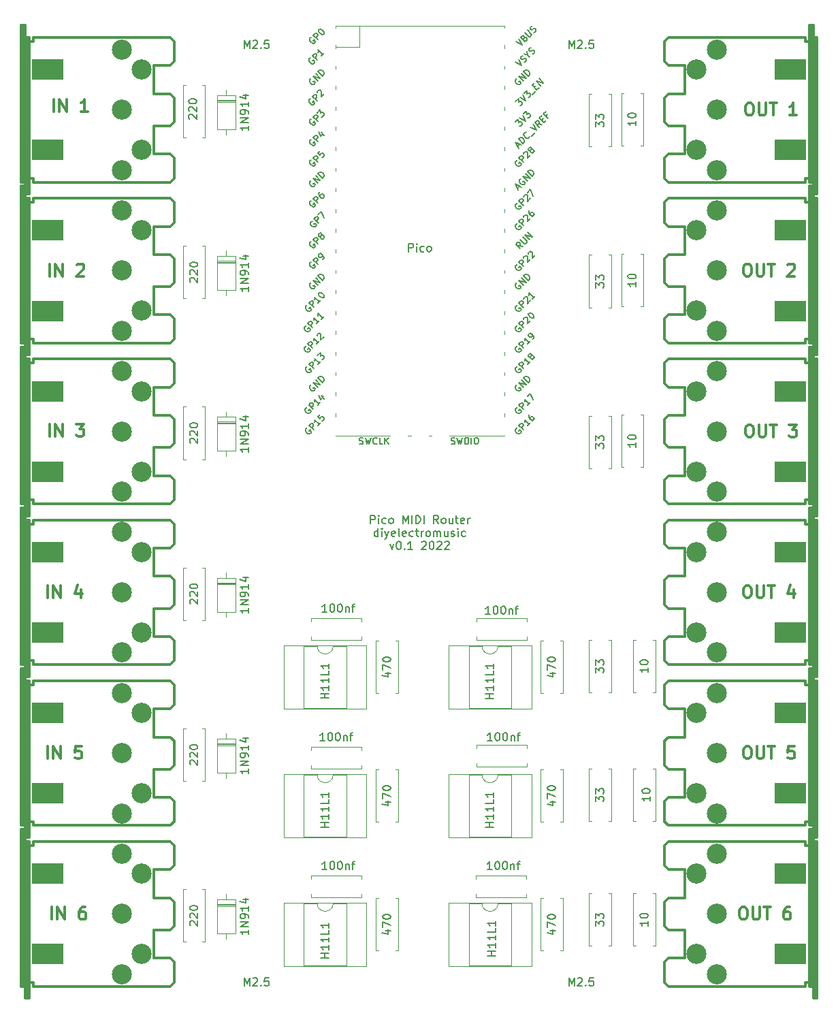
<source format=gbr>
%TF.GenerationSoftware,KiCad,Pcbnew,(6.0.5)*%
%TF.CreationDate,2022-08-17T09:38:04+01:00*%
%TF.ProjectId,PicoMIDIRouter,5069636f-4d49-4444-9952-6f757465722e,rev?*%
%TF.SameCoordinates,Original*%
%TF.FileFunction,Legend,Top*%
%TF.FilePolarity,Positive*%
%FSLAX46Y46*%
G04 Gerber Fmt 4.6, Leading zero omitted, Abs format (unit mm)*
G04 Created by KiCad (PCBNEW (6.0.5)) date 2022-08-17 09:38:04*
%MOMM*%
%LPD*%
G01*
G04 APERTURE LIST*
%ADD10C,0.150000*%
%ADD11C,0.304800*%
%ADD12C,0.120000*%
%ADD13R,4.000000X2.500000*%
%ADD14C,2.499360*%
G04 APERTURE END LIST*
D10*
X93956952Y-101458380D02*
X93956952Y-100458380D01*
X94337904Y-100458380D01*
X94433142Y-100506000D01*
X94480761Y-100553619D01*
X94528380Y-100648857D01*
X94528380Y-100791714D01*
X94480761Y-100886952D01*
X94433142Y-100934571D01*
X94337904Y-100982190D01*
X93956952Y-100982190D01*
X94956952Y-101458380D02*
X94956952Y-100791714D01*
X94956952Y-100458380D02*
X94909333Y-100506000D01*
X94956952Y-100553619D01*
X95004571Y-100506000D01*
X94956952Y-100458380D01*
X94956952Y-100553619D01*
X95861714Y-101410761D02*
X95766476Y-101458380D01*
X95576000Y-101458380D01*
X95480761Y-101410761D01*
X95433142Y-101363142D01*
X95385523Y-101267904D01*
X95385523Y-100982190D01*
X95433142Y-100886952D01*
X95480761Y-100839333D01*
X95576000Y-100791714D01*
X95766476Y-100791714D01*
X95861714Y-100839333D01*
X96433142Y-101458380D02*
X96337904Y-101410761D01*
X96290285Y-101363142D01*
X96242666Y-101267904D01*
X96242666Y-100982190D01*
X96290285Y-100886952D01*
X96337904Y-100839333D01*
X96433142Y-100791714D01*
X96576000Y-100791714D01*
X96671238Y-100839333D01*
X96718857Y-100886952D01*
X96766476Y-100982190D01*
X96766476Y-101267904D01*
X96718857Y-101363142D01*
X96671238Y-101410761D01*
X96576000Y-101458380D01*
X96433142Y-101458380D01*
X97956952Y-101458380D02*
X97956952Y-100458380D01*
X98290285Y-101172666D01*
X98623619Y-100458380D01*
X98623619Y-101458380D01*
X99099809Y-101458380D02*
X99099809Y-100458380D01*
X99576000Y-101458380D02*
X99576000Y-100458380D01*
X99814095Y-100458380D01*
X99956952Y-100506000D01*
X100052190Y-100601238D01*
X100099809Y-100696476D01*
X100147428Y-100886952D01*
X100147428Y-101029809D01*
X100099809Y-101220285D01*
X100052190Y-101315523D01*
X99956952Y-101410761D01*
X99814095Y-101458380D01*
X99576000Y-101458380D01*
X100576000Y-101458380D02*
X100576000Y-100458380D01*
X102385523Y-101458380D02*
X102052190Y-100982190D01*
X101814095Y-101458380D02*
X101814095Y-100458380D01*
X102195047Y-100458380D01*
X102290285Y-100506000D01*
X102337904Y-100553619D01*
X102385523Y-100648857D01*
X102385523Y-100791714D01*
X102337904Y-100886952D01*
X102290285Y-100934571D01*
X102195047Y-100982190D01*
X101814095Y-100982190D01*
X102956952Y-101458380D02*
X102861714Y-101410761D01*
X102814095Y-101363142D01*
X102766476Y-101267904D01*
X102766476Y-100982190D01*
X102814095Y-100886952D01*
X102861714Y-100839333D01*
X102956952Y-100791714D01*
X103099809Y-100791714D01*
X103195047Y-100839333D01*
X103242666Y-100886952D01*
X103290285Y-100982190D01*
X103290285Y-101267904D01*
X103242666Y-101363142D01*
X103195047Y-101410761D01*
X103099809Y-101458380D01*
X102956952Y-101458380D01*
X104147428Y-100791714D02*
X104147428Y-101458380D01*
X103718857Y-100791714D02*
X103718857Y-101315523D01*
X103766476Y-101410761D01*
X103861714Y-101458380D01*
X104004571Y-101458380D01*
X104099809Y-101410761D01*
X104147428Y-101363142D01*
X104480761Y-100791714D02*
X104861714Y-100791714D01*
X104623619Y-100458380D02*
X104623619Y-101315523D01*
X104671238Y-101410761D01*
X104766476Y-101458380D01*
X104861714Y-101458380D01*
X105576000Y-101410761D02*
X105480761Y-101458380D01*
X105290285Y-101458380D01*
X105195047Y-101410761D01*
X105147428Y-101315523D01*
X105147428Y-100934571D01*
X105195047Y-100839333D01*
X105290285Y-100791714D01*
X105480761Y-100791714D01*
X105576000Y-100839333D01*
X105623619Y-100934571D01*
X105623619Y-101029809D01*
X105147428Y-101125047D01*
X106052190Y-101458380D02*
X106052190Y-100791714D01*
X106052190Y-100982190D02*
X106099809Y-100886952D01*
X106147428Y-100839333D01*
X106242666Y-100791714D01*
X106337904Y-100791714D01*
X94885523Y-103068380D02*
X94885523Y-102068380D01*
X94885523Y-103020761D02*
X94790285Y-103068380D01*
X94599809Y-103068380D01*
X94504571Y-103020761D01*
X94456952Y-102973142D01*
X94409333Y-102877904D01*
X94409333Y-102592190D01*
X94456952Y-102496952D01*
X94504571Y-102449333D01*
X94599809Y-102401714D01*
X94790285Y-102401714D01*
X94885523Y-102449333D01*
X95361714Y-103068380D02*
X95361714Y-102401714D01*
X95361714Y-102068380D02*
X95314095Y-102116000D01*
X95361714Y-102163619D01*
X95409333Y-102116000D01*
X95361714Y-102068380D01*
X95361714Y-102163619D01*
X95742666Y-102401714D02*
X95980761Y-103068380D01*
X96218857Y-102401714D02*
X95980761Y-103068380D01*
X95885523Y-103306476D01*
X95837904Y-103354095D01*
X95742666Y-103401714D01*
X96980761Y-103020761D02*
X96885523Y-103068380D01*
X96695047Y-103068380D01*
X96599809Y-103020761D01*
X96552190Y-102925523D01*
X96552190Y-102544571D01*
X96599809Y-102449333D01*
X96695047Y-102401714D01*
X96885523Y-102401714D01*
X96980761Y-102449333D01*
X97028380Y-102544571D01*
X97028380Y-102639809D01*
X96552190Y-102735047D01*
X97599809Y-103068380D02*
X97504571Y-103020761D01*
X97456952Y-102925523D01*
X97456952Y-102068380D01*
X98361714Y-103020761D02*
X98266476Y-103068380D01*
X98076000Y-103068380D01*
X97980761Y-103020761D01*
X97933142Y-102925523D01*
X97933142Y-102544571D01*
X97980761Y-102449333D01*
X98076000Y-102401714D01*
X98266476Y-102401714D01*
X98361714Y-102449333D01*
X98409333Y-102544571D01*
X98409333Y-102639809D01*
X97933142Y-102735047D01*
X99266476Y-103020761D02*
X99171238Y-103068380D01*
X98980761Y-103068380D01*
X98885523Y-103020761D01*
X98837904Y-102973142D01*
X98790285Y-102877904D01*
X98790285Y-102592190D01*
X98837904Y-102496952D01*
X98885523Y-102449333D01*
X98980761Y-102401714D01*
X99171238Y-102401714D01*
X99266476Y-102449333D01*
X99552190Y-102401714D02*
X99933142Y-102401714D01*
X99695047Y-102068380D02*
X99695047Y-102925523D01*
X99742666Y-103020761D01*
X99837904Y-103068380D01*
X99933142Y-103068380D01*
X100266476Y-103068380D02*
X100266476Y-102401714D01*
X100266476Y-102592190D02*
X100314095Y-102496952D01*
X100361714Y-102449333D01*
X100456952Y-102401714D01*
X100552190Y-102401714D01*
X101028380Y-103068380D02*
X100933142Y-103020761D01*
X100885523Y-102973142D01*
X100837904Y-102877904D01*
X100837904Y-102592190D01*
X100885523Y-102496952D01*
X100933142Y-102449333D01*
X101028380Y-102401714D01*
X101171238Y-102401714D01*
X101266476Y-102449333D01*
X101314095Y-102496952D01*
X101361714Y-102592190D01*
X101361714Y-102877904D01*
X101314095Y-102973142D01*
X101266476Y-103020761D01*
X101171238Y-103068380D01*
X101028380Y-103068380D01*
X101790285Y-103068380D02*
X101790285Y-102401714D01*
X101790285Y-102496952D02*
X101837904Y-102449333D01*
X101933142Y-102401714D01*
X102076000Y-102401714D01*
X102171238Y-102449333D01*
X102218857Y-102544571D01*
X102218857Y-103068380D01*
X102218857Y-102544571D02*
X102266476Y-102449333D01*
X102361714Y-102401714D01*
X102504571Y-102401714D01*
X102599809Y-102449333D01*
X102647428Y-102544571D01*
X102647428Y-103068380D01*
X103552190Y-102401714D02*
X103552190Y-103068380D01*
X103123619Y-102401714D02*
X103123619Y-102925523D01*
X103171238Y-103020761D01*
X103266476Y-103068380D01*
X103409333Y-103068380D01*
X103504571Y-103020761D01*
X103552190Y-102973142D01*
X103980761Y-103020761D02*
X104076000Y-103068380D01*
X104266476Y-103068380D01*
X104361714Y-103020761D01*
X104409333Y-102925523D01*
X104409333Y-102877904D01*
X104361714Y-102782666D01*
X104266476Y-102735047D01*
X104123619Y-102735047D01*
X104028380Y-102687428D01*
X103980761Y-102592190D01*
X103980761Y-102544571D01*
X104028380Y-102449333D01*
X104123619Y-102401714D01*
X104266476Y-102401714D01*
X104361714Y-102449333D01*
X104837904Y-103068380D02*
X104837904Y-102401714D01*
X104837904Y-102068380D02*
X104790285Y-102116000D01*
X104837904Y-102163619D01*
X104885523Y-102116000D01*
X104837904Y-102068380D01*
X104837904Y-102163619D01*
X105742666Y-103020761D02*
X105647428Y-103068380D01*
X105456952Y-103068380D01*
X105361714Y-103020761D01*
X105314095Y-102973142D01*
X105266476Y-102877904D01*
X105266476Y-102592190D01*
X105314095Y-102496952D01*
X105361714Y-102449333D01*
X105456952Y-102401714D01*
X105647428Y-102401714D01*
X105742666Y-102449333D01*
X96361714Y-104011714D02*
X96599809Y-104678380D01*
X96837904Y-104011714D01*
X97409333Y-103678380D02*
X97504571Y-103678380D01*
X97599809Y-103726000D01*
X97647428Y-103773619D01*
X97695047Y-103868857D01*
X97742666Y-104059333D01*
X97742666Y-104297428D01*
X97695047Y-104487904D01*
X97647428Y-104583142D01*
X97599809Y-104630761D01*
X97504571Y-104678380D01*
X97409333Y-104678380D01*
X97314095Y-104630761D01*
X97266476Y-104583142D01*
X97218857Y-104487904D01*
X97171238Y-104297428D01*
X97171238Y-104059333D01*
X97218857Y-103868857D01*
X97266476Y-103773619D01*
X97314095Y-103726000D01*
X97409333Y-103678380D01*
X98171238Y-104583142D02*
X98218857Y-104630761D01*
X98171238Y-104678380D01*
X98123619Y-104630761D01*
X98171238Y-104583142D01*
X98171238Y-104678380D01*
X99171238Y-104678380D02*
X98599809Y-104678380D01*
X98885523Y-104678380D02*
X98885523Y-103678380D01*
X98790285Y-103821238D01*
X98695047Y-103916476D01*
X98599809Y-103964095D01*
X100314095Y-103773619D02*
X100361714Y-103726000D01*
X100456952Y-103678380D01*
X100695047Y-103678380D01*
X100790285Y-103726000D01*
X100837904Y-103773619D01*
X100885523Y-103868857D01*
X100885523Y-103964095D01*
X100837904Y-104106952D01*
X100266476Y-104678380D01*
X100885523Y-104678380D01*
X101504571Y-103678380D02*
X101599809Y-103678380D01*
X101695047Y-103726000D01*
X101742666Y-103773619D01*
X101790285Y-103868857D01*
X101837904Y-104059333D01*
X101837904Y-104297428D01*
X101790285Y-104487904D01*
X101742666Y-104583142D01*
X101695047Y-104630761D01*
X101599809Y-104678380D01*
X101504571Y-104678380D01*
X101409333Y-104630761D01*
X101361714Y-104583142D01*
X101314095Y-104487904D01*
X101266476Y-104297428D01*
X101266476Y-104059333D01*
X101314095Y-103868857D01*
X101361714Y-103773619D01*
X101409333Y-103726000D01*
X101504571Y-103678380D01*
X102218857Y-103773619D02*
X102266476Y-103726000D01*
X102361714Y-103678380D01*
X102599809Y-103678380D01*
X102695047Y-103726000D01*
X102742666Y-103773619D01*
X102790285Y-103868857D01*
X102790285Y-103964095D01*
X102742666Y-104106952D01*
X102171238Y-104678380D01*
X102790285Y-104678380D01*
X103171238Y-103773619D02*
X103218857Y-103726000D01*
X103314095Y-103678380D01*
X103552190Y-103678380D01*
X103647428Y-103726000D01*
X103695047Y-103773619D01*
X103742666Y-103868857D01*
X103742666Y-103964095D01*
X103695047Y-104106952D01*
X103123619Y-104678380D01*
X103742666Y-104678380D01*
%TO.C,C6*%
X109045238Y-144470380D02*
X108473809Y-144470380D01*
X108759523Y-144470380D02*
X108759523Y-143470380D01*
X108664285Y-143613238D01*
X108569047Y-143708476D01*
X108473809Y-143756095D01*
X109664285Y-143470380D02*
X109759523Y-143470380D01*
X109854761Y-143518000D01*
X109902380Y-143565619D01*
X109950000Y-143660857D01*
X109997619Y-143851333D01*
X109997619Y-144089428D01*
X109950000Y-144279904D01*
X109902380Y-144375142D01*
X109854761Y-144422761D01*
X109759523Y-144470380D01*
X109664285Y-144470380D01*
X109569047Y-144422761D01*
X109521428Y-144375142D01*
X109473809Y-144279904D01*
X109426190Y-144089428D01*
X109426190Y-143851333D01*
X109473809Y-143660857D01*
X109521428Y-143565619D01*
X109569047Y-143518000D01*
X109664285Y-143470380D01*
X110616666Y-143470380D02*
X110711904Y-143470380D01*
X110807142Y-143518000D01*
X110854761Y-143565619D01*
X110902380Y-143660857D01*
X110950000Y-143851333D01*
X110950000Y-144089428D01*
X110902380Y-144279904D01*
X110854761Y-144375142D01*
X110807142Y-144422761D01*
X110711904Y-144470380D01*
X110616666Y-144470380D01*
X110521428Y-144422761D01*
X110473809Y-144375142D01*
X110426190Y-144279904D01*
X110378571Y-144089428D01*
X110378571Y-143851333D01*
X110426190Y-143660857D01*
X110473809Y-143565619D01*
X110521428Y-143518000D01*
X110616666Y-143470380D01*
X111378571Y-143803714D02*
X111378571Y-144470380D01*
X111378571Y-143898952D02*
X111426190Y-143851333D01*
X111521428Y-143803714D01*
X111664285Y-143803714D01*
X111759523Y-143851333D01*
X111807142Y-143946571D01*
X111807142Y-144470380D01*
X112140476Y-143803714D02*
X112521428Y-143803714D01*
X112283333Y-144470380D02*
X112283333Y-143613238D01*
X112330952Y-143518000D01*
X112426190Y-143470380D01*
X112521428Y-143470380D01*
D11*
%TO.C,J12*%
X140171714Y-149165428D02*
X140462000Y-149165428D01*
X140607142Y-149238000D01*
X140752285Y-149383142D01*
X140824857Y-149673428D01*
X140824857Y-150181428D01*
X140752285Y-150471714D01*
X140607142Y-150616857D01*
X140462000Y-150689428D01*
X140171714Y-150689428D01*
X140026571Y-150616857D01*
X139881428Y-150471714D01*
X139808857Y-150181428D01*
X139808857Y-149673428D01*
X139881428Y-149383142D01*
X140026571Y-149238000D01*
X140171714Y-149165428D01*
X141478000Y-149165428D02*
X141478000Y-150399142D01*
X141550571Y-150544285D01*
X141623142Y-150616857D01*
X141768285Y-150689428D01*
X142058571Y-150689428D01*
X142203714Y-150616857D01*
X142276285Y-150544285D01*
X142348857Y-150399142D01*
X142348857Y-149165428D01*
X142856857Y-149165428D02*
X143727714Y-149165428D01*
X143292285Y-150689428D02*
X143292285Y-149165428D01*
X146050000Y-149165428D02*
X145759714Y-149165428D01*
X145614571Y-149238000D01*
X145542000Y-149310571D01*
X145396857Y-149528285D01*
X145324285Y-149818571D01*
X145324285Y-150399142D01*
X145396857Y-150544285D01*
X145469428Y-150616857D01*
X145614571Y-150689428D01*
X145904857Y-150689428D01*
X146050000Y-150616857D01*
X146122571Y-150544285D01*
X146195142Y-150399142D01*
X146195142Y-150036285D01*
X146122571Y-149891142D01*
X146050000Y-149818571D01*
X145904857Y-149746000D01*
X145614571Y-149746000D01*
X145469428Y-149818571D01*
X145396857Y-149891142D01*
X145324285Y-150036285D01*
%TO.C,J1*%
X54537428Y-50219428D02*
X54537428Y-48695428D01*
X55263142Y-50219428D02*
X55263142Y-48695428D01*
X56134000Y-50219428D01*
X56134000Y-48695428D01*
X58819142Y-50219428D02*
X57948285Y-50219428D01*
X58383714Y-50219428D02*
X58383714Y-48695428D01*
X58238571Y-48913142D01*
X58093428Y-49058285D01*
X57948285Y-49130857D01*
D10*
%TO.C,R5*%
X126952380Y-51380476D02*
X126952380Y-51951904D01*
X126952380Y-51666190D02*
X125952380Y-51666190D01*
X126095238Y-51761428D01*
X126190476Y-51856666D01*
X126238095Y-51951904D01*
X125952380Y-50761428D02*
X125952380Y-50666190D01*
X126000000Y-50570952D01*
X126047619Y-50523333D01*
X126142857Y-50475714D01*
X126333333Y-50428095D01*
X126571428Y-50428095D01*
X126761904Y-50475714D01*
X126857142Y-50523333D01*
X126904761Y-50570952D01*
X126952380Y-50666190D01*
X126952380Y-50761428D01*
X126904761Y-50856666D01*
X126857142Y-50904285D01*
X126761904Y-50951904D01*
X126571428Y-50999523D01*
X126333333Y-50999523D01*
X126142857Y-50951904D01*
X126047619Y-50904285D01*
X126000000Y-50856666D01*
X125952380Y-50761428D01*
%TO.C,R3*%
X71547619Y-91428095D02*
X71500000Y-91380476D01*
X71452380Y-91285238D01*
X71452380Y-91047142D01*
X71500000Y-90951904D01*
X71547619Y-90904285D01*
X71642857Y-90856666D01*
X71738095Y-90856666D01*
X71880952Y-90904285D01*
X72452380Y-91475714D01*
X72452380Y-90856666D01*
X71547619Y-90475714D02*
X71500000Y-90428095D01*
X71452380Y-90332857D01*
X71452380Y-90094761D01*
X71500000Y-89999523D01*
X71547619Y-89951904D01*
X71642857Y-89904285D01*
X71738095Y-89904285D01*
X71880952Y-89951904D01*
X72452380Y-90523333D01*
X72452380Y-89904285D01*
X71452380Y-89285238D02*
X71452380Y-89190000D01*
X71500000Y-89094761D01*
X71547619Y-89047142D01*
X71642857Y-88999523D01*
X71833333Y-88951904D01*
X72071428Y-88951904D01*
X72261904Y-88999523D01*
X72357142Y-89047142D01*
X72404761Y-89094761D01*
X72452380Y-89190000D01*
X72452380Y-89285238D01*
X72404761Y-89380476D01*
X72357142Y-89428095D01*
X72261904Y-89475714D01*
X72071428Y-89523333D01*
X71833333Y-89523333D01*
X71642857Y-89475714D01*
X71547619Y-89428095D01*
X71500000Y-89380476D01*
X71452380Y-89285238D01*
%TO.C,R10*%
X95785714Y-120071904D02*
X96452380Y-120071904D01*
X95404761Y-120310000D02*
X96119047Y-120548095D01*
X96119047Y-119929047D01*
X95452380Y-119643333D02*
X95452380Y-118976666D01*
X96452380Y-119405238D01*
X95452380Y-118405238D02*
X95452380Y-118310000D01*
X95500000Y-118214761D01*
X95547619Y-118167142D01*
X95642857Y-118119523D01*
X95833333Y-118071904D01*
X96071428Y-118071904D01*
X96261904Y-118119523D01*
X96357142Y-118167142D01*
X96404761Y-118214761D01*
X96452380Y-118310000D01*
X96452380Y-118405238D01*
X96404761Y-118500476D01*
X96357142Y-118548095D01*
X96261904Y-118595714D01*
X96071428Y-118643333D01*
X95833333Y-118643333D01*
X95642857Y-118595714D01*
X95547619Y-118548095D01*
X95500000Y-118500476D01*
X95452380Y-118405238D01*
%TO.C,R9*%
X116275714Y-136071904D02*
X116942380Y-136071904D01*
X115894761Y-136310000D02*
X116609047Y-136548095D01*
X116609047Y-135929047D01*
X115942380Y-135643333D02*
X115942380Y-134976666D01*
X116942380Y-135405238D01*
X115942380Y-134405238D02*
X115942380Y-134310000D01*
X115990000Y-134214761D01*
X116037619Y-134167142D01*
X116132857Y-134119523D01*
X116323333Y-134071904D01*
X116561428Y-134071904D01*
X116751904Y-134119523D01*
X116847142Y-134167142D01*
X116894761Y-134214761D01*
X116942380Y-134310000D01*
X116942380Y-134405238D01*
X116894761Y-134500476D01*
X116847142Y-134548095D01*
X116751904Y-134595714D01*
X116561428Y-134643333D01*
X116323333Y-134643333D01*
X116132857Y-134595714D01*
X116037619Y-134548095D01*
X115990000Y-134500476D01*
X115942380Y-134405238D01*
%TO.C,D6*%
X78738380Y-151976666D02*
X78738380Y-152548095D01*
X78738380Y-152262380D02*
X77738380Y-152262380D01*
X77881238Y-152357619D01*
X77976476Y-152452857D01*
X78024095Y-152548095D01*
X78738380Y-151548095D02*
X77738380Y-151548095D01*
X78738380Y-150976666D01*
X77738380Y-150976666D01*
X78738380Y-150452857D02*
X78738380Y-150262380D01*
X78690761Y-150167142D01*
X78643142Y-150119523D01*
X78500285Y-150024285D01*
X78309809Y-149976666D01*
X77928857Y-149976666D01*
X77833619Y-150024285D01*
X77786000Y-150071904D01*
X77738380Y-150167142D01*
X77738380Y-150357619D01*
X77786000Y-150452857D01*
X77833619Y-150500476D01*
X77928857Y-150548095D01*
X78166952Y-150548095D01*
X78262190Y-150500476D01*
X78309809Y-150452857D01*
X78357428Y-150357619D01*
X78357428Y-150167142D01*
X78309809Y-150071904D01*
X78262190Y-150024285D01*
X78166952Y-149976666D01*
X78738380Y-149024285D02*
X78738380Y-149595714D01*
X78738380Y-149310000D02*
X77738380Y-149310000D01*
X77881238Y-149405238D01*
X77976476Y-149500476D01*
X78024095Y-149595714D01*
X78071714Y-148167142D02*
X78738380Y-148167142D01*
X77690761Y-148405238D02*
X78405047Y-148643333D01*
X78405047Y-148024285D01*
%TO.C,R8*%
X116285714Y-120071904D02*
X116952380Y-120071904D01*
X115904761Y-120310000D02*
X116619047Y-120548095D01*
X116619047Y-119929047D01*
X115952380Y-119643333D02*
X115952380Y-118976666D01*
X116952380Y-119405238D01*
X115952380Y-118405238D02*
X115952380Y-118310000D01*
X116000000Y-118214761D01*
X116047619Y-118167142D01*
X116142857Y-118119523D01*
X116333333Y-118071904D01*
X116571428Y-118071904D01*
X116761904Y-118119523D01*
X116857142Y-118167142D01*
X116904761Y-118214761D01*
X116952380Y-118310000D01*
X116952380Y-118405238D01*
X116904761Y-118500476D01*
X116857142Y-118548095D01*
X116761904Y-118595714D01*
X116571428Y-118643333D01*
X116333333Y-118643333D01*
X116142857Y-118595714D01*
X116047619Y-118548095D01*
X116000000Y-118500476D01*
X115952380Y-118405238D01*
%TO.C,D1*%
X78738380Y-51976666D02*
X78738380Y-52548095D01*
X78738380Y-52262380D02*
X77738380Y-52262380D01*
X77881238Y-52357619D01*
X77976476Y-52452857D01*
X78024095Y-52548095D01*
X78738380Y-51548095D02*
X77738380Y-51548095D01*
X78738380Y-50976666D01*
X77738380Y-50976666D01*
X78738380Y-50452857D02*
X78738380Y-50262380D01*
X78690761Y-50167142D01*
X78643142Y-50119523D01*
X78500285Y-50024285D01*
X78309809Y-49976666D01*
X77928857Y-49976666D01*
X77833619Y-50024285D01*
X77786000Y-50071904D01*
X77738380Y-50167142D01*
X77738380Y-50357619D01*
X77786000Y-50452857D01*
X77833619Y-50500476D01*
X77928857Y-50548095D01*
X78166952Y-50548095D01*
X78262190Y-50500476D01*
X78309809Y-50452857D01*
X78357428Y-50357619D01*
X78357428Y-50167142D01*
X78309809Y-50071904D01*
X78262190Y-50024285D01*
X78166952Y-49976666D01*
X78738380Y-49024285D02*
X78738380Y-49595714D01*
X78738380Y-49310000D02*
X77738380Y-49310000D01*
X77881238Y-49405238D01*
X77976476Y-49500476D01*
X78024095Y-49595714D01*
X78071714Y-48167142D02*
X78738380Y-48167142D01*
X77690761Y-48405238D02*
X78405047Y-48643333D01*
X78405047Y-48024285D01*
%TO.C,R21*%
X121952380Y-135999523D02*
X121952380Y-135380476D01*
X122333333Y-135713809D01*
X122333333Y-135570952D01*
X122380952Y-135475714D01*
X122428571Y-135428095D01*
X122523809Y-135380476D01*
X122761904Y-135380476D01*
X122857142Y-135428095D01*
X122904761Y-135475714D01*
X122952380Y-135570952D01*
X122952380Y-135856666D01*
X122904761Y-135951904D01*
X122857142Y-135999523D01*
X121952380Y-135047142D02*
X121952380Y-134428095D01*
X122333333Y-134761428D01*
X122333333Y-134618571D01*
X122380952Y-134523333D01*
X122428571Y-134475714D01*
X122523809Y-134428095D01*
X122761904Y-134428095D01*
X122857142Y-134475714D01*
X122904761Y-134523333D01*
X122952380Y-134618571D01*
X122952380Y-134904285D01*
X122904761Y-134999523D01*
X122857142Y-135047142D01*
%TO.C,R20*%
X116285714Y-152071904D02*
X116952380Y-152071904D01*
X115904761Y-152310000D02*
X116619047Y-152548095D01*
X116619047Y-151929047D01*
X115952380Y-151643333D02*
X115952380Y-150976666D01*
X116952380Y-151405238D01*
X115952380Y-150405238D02*
X115952380Y-150310000D01*
X116000000Y-150214761D01*
X116047619Y-150167142D01*
X116142857Y-150119523D01*
X116333333Y-150071904D01*
X116571428Y-150071904D01*
X116761904Y-150119523D01*
X116857142Y-150167142D01*
X116904761Y-150214761D01*
X116952380Y-150310000D01*
X116952380Y-150405238D01*
X116904761Y-150500476D01*
X116857142Y-150548095D01*
X116761904Y-150595714D01*
X116571428Y-150643333D01*
X116333333Y-150643333D01*
X116142857Y-150595714D01*
X116047619Y-150548095D01*
X116000000Y-150500476D01*
X115952380Y-150405238D01*
%TO.C,H2*%
X78232190Y-158948380D02*
X78232190Y-157948380D01*
X78565523Y-158662666D01*
X78898857Y-157948380D01*
X78898857Y-158948380D01*
X79327428Y-158043619D02*
X79375047Y-157996000D01*
X79470285Y-157948380D01*
X79708380Y-157948380D01*
X79803619Y-157996000D01*
X79851238Y-158043619D01*
X79898857Y-158138857D01*
X79898857Y-158234095D01*
X79851238Y-158376952D01*
X79279809Y-158948380D01*
X79898857Y-158948380D01*
X80327428Y-158853142D02*
X80375047Y-158900761D01*
X80327428Y-158948380D01*
X80279809Y-158900761D01*
X80327428Y-158853142D01*
X80327428Y-158948380D01*
X81279809Y-157948380D02*
X80803619Y-157948380D01*
X80756000Y-158424571D01*
X80803619Y-158376952D01*
X80898857Y-158329333D01*
X81136952Y-158329333D01*
X81232190Y-158376952D01*
X81279809Y-158424571D01*
X81327428Y-158519809D01*
X81327428Y-158757904D01*
X81279809Y-158853142D01*
X81232190Y-158900761D01*
X81136952Y-158948380D01*
X80898857Y-158948380D01*
X80803619Y-158900761D01*
X80756000Y-158853142D01*
%TO.C,R2*%
X71547619Y-71428095D02*
X71500000Y-71380476D01*
X71452380Y-71285238D01*
X71452380Y-71047142D01*
X71500000Y-70951904D01*
X71547619Y-70904285D01*
X71642857Y-70856666D01*
X71738095Y-70856666D01*
X71880952Y-70904285D01*
X72452380Y-71475714D01*
X72452380Y-70856666D01*
X71547619Y-70475714D02*
X71500000Y-70428095D01*
X71452380Y-70332857D01*
X71452380Y-70094761D01*
X71500000Y-69999523D01*
X71547619Y-69951904D01*
X71642857Y-69904285D01*
X71738095Y-69904285D01*
X71880952Y-69951904D01*
X72452380Y-70523333D01*
X72452380Y-69904285D01*
X71452380Y-69285238D02*
X71452380Y-69190000D01*
X71500000Y-69094761D01*
X71547619Y-69047142D01*
X71642857Y-68999523D01*
X71833333Y-68951904D01*
X72071428Y-68951904D01*
X72261904Y-68999523D01*
X72357142Y-69047142D01*
X72404761Y-69094761D01*
X72452380Y-69190000D01*
X72452380Y-69285238D01*
X72404761Y-69380476D01*
X72357142Y-69428095D01*
X72261904Y-69475714D01*
X72071428Y-69523333D01*
X71833333Y-69523333D01*
X71642857Y-69475714D01*
X71547619Y-69428095D01*
X71500000Y-69380476D01*
X71452380Y-69285238D01*
%TO.C,R13*%
X121952380Y-119999523D02*
X121952380Y-119380476D01*
X122333333Y-119713809D01*
X122333333Y-119570952D01*
X122380952Y-119475714D01*
X122428571Y-119428095D01*
X122523809Y-119380476D01*
X122761904Y-119380476D01*
X122857142Y-119428095D01*
X122904761Y-119475714D01*
X122952380Y-119570952D01*
X122952380Y-119856666D01*
X122904761Y-119951904D01*
X122857142Y-119999523D01*
X121952380Y-119047142D02*
X121952380Y-118428095D01*
X122333333Y-118761428D01*
X122333333Y-118618571D01*
X122380952Y-118523333D01*
X122428571Y-118475714D01*
X122523809Y-118428095D01*
X122761904Y-118428095D01*
X122857142Y-118475714D01*
X122904761Y-118523333D01*
X122952380Y-118618571D01*
X122952380Y-118904285D01*
X122904761Y-118999523D01*
X122857142Y-119047142D01*
%TO.C,R23*%
X121952380Y-151499523D02*
X121952380Y-150880476D01*
X122333333Y-151213809D01*
X122333333Y-151070952D01*
X122380952Y-150975714D01*
X122428571Y-150928095D01*
X122523809Y-150880476D01*
X122761904Y-150880476D01*
X122857142Y-150928095D01*
X122904761Y-150975714D01*
X122952380Y-151070952D01*
X122952380Y-151356666D01*
X122904761Y-151451904D01*
X122857142Y-151499523D01*
X121952380Y-150547142D02*
X121952380Y-149928095D01*
X122333333Y-150261428D01*
X122333333Y-150118571D01*
X122380952Y-150023333D01*
X122428571Y-149975714D01*
X122523809Y-149928095D01*
X122761904Y-149928095D01*
X122857142Y-149975714D01*
X122904761Y-150023333D01*
X122952380Y-150118571D01*
X122952380Y-150404285D01*
X122904761Y-150499523D01*
X122857142Y-150547142D01*
%TO.C,R16*%
X71547619Y-131428095D02*
X71500000Y-131380476D01*
X71452380Y-131285238D01*
X71452380Y-131047142D01*
X71500000Y-130951904D01*
X71547619Y-130904285D01*
X71642857Y-130856666D01*
X71738095Y-130856666D01*
X71880952Y-130904285D01*
X72452380Y-131475714D01*
X72452380Y-130856666D01*
X71547619Y-130475714D02*
X71500000Y-130428095D01*
X71452380Y-130332857D01*
X71452380Y-130094761D01*
X71500000Y-129999523D01*
X71547619Y-129951904D01*
X71642857Y-129904285D01*
X71738095Y-129904285D01*
X71880952Y-129951904D01*
X72452380Y-130523333D01*
X72452380Y-129904285D01*
X71452380Y-129285238D02*
X71452380Y-129190000D01*
X71500000Y-129094761D01*
X71547619Y-129047142D01*
X71642857Y-128999523D01*
X71833333Y-128951904D01*
X72071428Y-128951904D01*
X72261904Y-128999523D01*
X72357142Y-129047142D01*
X72404761Y-129094761D01*
X72452380Y-129190000D01*
X72452380Y-129285238D01*
X72404761Y-129380476D01*
X72357142Y-129428095D01*
X72261904Y-129475714D01*
X72071428Y-129523333D01*
X71833333Y-129523333D01*
X71642857Y-129475714D01*
X71547619Y-129428095D01*
X71500000Y-129380476D01*
X71452380Y-129285238D01*
D11*
%TO.C,J11*%
X140679714Y-129165428D02*
X140970000Y-129165428D01*
X141115142Y-129238000D01*
X141260285Y-129383142D01*
X141332857Y-129673428D01*
X141332857Y-130181428D01*
X141260285Y-130471714D01*
X141115142Y-130616857D01*
X140970000Y-130689428D01*
X140679714Y-130689428D01*
X140534571Y-130616857D01*
X140389428Y-130471714D01*
X140316857Y-130181428D01*
X140316857Y-129673428D01*
X140389428Y-129383142D01*
X140534571Y-129238000D01*
X140679714Y-129165428D01*
X141986000Y-129165428D02*
X141986000Y-130399142D01*
X142058571Y-130544285D01*
X142131142Y-130616857D01*
X142276285Y-130689428D01*
X142566571Y-130689428D01*
X142711714Y-130616857D01*
X142784285Y-130544285D01*
X142856857Y-130399142D01*
X142856857Y-129165428D01*
X143364857Y-129165428D02*
X144235714Y-129165428D01*
X143800285Y-130689428D02*
X143800285Y-129165428D01*
X146630571Y-129165428D02*
X145904857Y-129165428D01*
X145832285Y-129891142D01*
X145904857Y-129818571D01*
X146050000Y-129746000D01*
X146412857Y-129746000D01*
X146558000Y-129818571D01*
X146630571Y-129891142D01*
X146703142Y-130036285D01*
X146703142Y-130399142D01*
X146630571Y-130544285D01*
X146558000Y-130616857D01*
X146412857Y-130689428D01*
X146050000Y-130689428D01*
X145904857Y-130616857D01*
X145832285Y-130544285D01*
D10*
%TO.C,R12*%
X126952380Y-91380476D02*
X126952380Y-91951904D01*
X126952380Y-91666190D02*
X125952380Y-91666190D01*
X126095238Y-91761428D01*
X126190476Y-91856666D01*
X126238095Y-91951904D01*
X125952380Y-90761428D02*
X125952380Y-90666190D01*
X126000000Y-90570952D01*
X126047619Y-90523333D01*
X126142857Y-90475714D01*
X126333333Y-90428095D01*
X126571428Y-90428095D01*
X126761904Y-90475714D01*
X126857142Y-90523333D01*
X126904761Y-90570952D01*
X126952380Y-90666190D01*
X126952380Y-90761428D01*
X126904761Y-90856666D01*
X126857142Y-90904285D01*
X126761904Y-90951904D01*
X126571428Y-90999523D01*
X126333333Y-90999523D01*
X126142857Y-90951904D01*
X126047619Y-90904285D01*
X126000000Y-90856666D01*
X125952380Y-90761428D01*
%TO.C,R14*%
X128452380Y-119380476D02*
X128452380Y-119951904D01*
X128452380Y-119666190D02*
X127452380Y-119666190D01*
X127595238Y-119761428D01*
X127690476Y-119856666D01*
X127738095Y-119951904D01*
X127452380Y-118761428D02*
X127452380Y-118666190D01*
X127500000Y-118570952D01*
X127547619Y-118523333D01*
X127642857Y-118475714D01*
X127833333Y-118428095D01*
X128071428Y-118428095D01*
X128261904Y-118475714D01*
X128357142Y-118523333D01*
X128404761Y-118570952D01*
X128452380Y-118666190D01*
X128452380Y-118761428D01*
X128404761Y-118856666D01*
X128357142Y-118904285D01*
X128261904Y-118951904D01*
X128071428Y-118999523D01*
X127833333Y-118999523D01*
X127642857Y-118951904D01*
X127547619Y-118904285D01*
X127500000Y-118856666D01*
X127452380Y-118761428D01*
%TO.C,U6*%
X109506380Y-155177047D02*
X108506380Y-155177047D01*
X108982571Y-155177047D02*
X108982571Y-154605619D01*
X109506380Y-154605619D02*
X108506380Y-154605619D01*
X109506380Y-153605619D02*
X109506380Y-154177047D01*
X109506380Y-153891333D02*
X108506380Y-153891333D01*
X108649238Y-153986571D01*
X108744476Y-154081809D01*
X108792095Y-154177047D01*
X109506380Y-152653238D02*
X109506380Y-153224666D01*
X109506380Y-152938952D02*
X108506380Y-152938952D01*
X108649238Y-153034190D01*
X108744476Y-153129428D01*
X108792095Y-153224666D01*
X109506380Y-151748476D02*
X109506380Y-152224666D01*
X108506380Y-152224666D01*
X109506380Y-150891333D02*
X109506380Y-151462761D01*
X109506380Y-151177047D02*
X108506380Y-151177047D01*
X108649238Y-151272285D01*
X108744476Y-151367523D01*
X108792095Y-151462761D01*
%TO.C,R1*%
X71411619Y-51136095D02*
X71364000Y-51088476D01*
X71316380Y-50993238D01*
X71316380Y-50755142D01*
X71364000Y-50659904D01*
X71411619Y-50612285D01*
X71506857Y-50564666D01*
X71602095Y-50564666D01*
X71744952Y-50612285D01*
X72316380Y-51183714D01*
X72316380Y-50564666D01*
X71411619Y-50183714D02*
X71364000Y-50136095D01*
X71316380Y-50040857D01*
X71316380Y-49802761D01*
X71364000Y-49707523D01*
X71411619Y-49659904D01*
X71506857Y-49612285D01*
X71602095Y-49612285D01*
X71744952Y-49659904D01*
X72316380Y-50231333D01*
X72316380Y-49612285D01*
X71316380Y-48993238D02*
X71316380Y-48898000D01*
X71364000Y-48802761D01*
X71411619Y-48755142D01*
X71506857Y-48707523D01*
X71697333Y-48659904D01*
X71935428Y-48659904D01*
X72125904Y-48707523D01*
X72221142Y-48755142D01*
X72268761Y-48802761D01*
X72316380Y-48898000D01*
X72316380Y-48993238D01*
X72268761Y-49088476D01*
X72221142Y-49136095D01*
X72125904Y-49183714D01*
X71935428Y-49231333D01*
X71697333Y-49231333D01*
X71506857Y-49183714D01*
X71411619Y-49136095D01*
X71364000Y-49088476D01*
X71316380Y-48993238D01*
%TO.C,D4*%
X78738380Y-111976666D02*
X78738380Y-112548095D01*
X78738380Y-112262380D02*
X77738380Y-112262380D01*
X77881238Y-112357619D01*
X77976476Y-112452857D01*
X78024095Y-112548095D01*
X78738380Y-111548095D02*
X77738380Y-111548095D01*
X78738380Y-110976666D01*
X77738380Y-110976666D01*
X78738380Y-110452857D02*
X78738380Y-110262380D01*
X78690761Y-110167142D01*
X78643142Y-110119523D01*
X78500285Y-110024285D01*
X78309809Y-109976666D01*
X77928857Y-109976666D01*
X77833619Y-110024285D01*
X77786000Y-110071904D01*
X77738380Y-110167142D01*
X77738380Y-110357619D01*
X77786000Y-110452857D01*
X77833619Y-110500476D01*
X77928857Y-110548095D01*
X78166952Y-110548095D01*
X78262190Y-110500476D01*
X78309809Y-110452857D01*
X78357428Y-110357619D01*
X78357428Y-110167142D01*
X78309809Y-110071904D01*
X78262190Y-110024285D01*
X78166952Y-109976666D01*
X78738380Y-109024285D02*
X78738380Y-109595714D01*
X78738380Y-109310000D02*
X77738380Y-109310000D01*
X77881238Y-109405238D01*
X77976476Y-109500476D01*
X78024095Y-109595714D01*
X78071714Y-108167142D02*
X78738380Y-108167142D01*
X77690761Y-108405238D02*
X78405047Y-108643333D01*
X78405047Y-108024285D01*
D11*
%TO.C,J7*%
X140679714Y-109165428D02*
X140970000Y-109165428D01*
X141115142Y-109238000D01*
X141260285Y-109383142D01*
X141332857Y-109673428D01*
X141332857Y-110181428D01*
X141260285Y-110471714D01*
X141115142Y-110616857D01*
X140970000Y-110689428D01*
X140679714Y-110689428D01*
X140534571Y-110616857D01*
X140389428Y-110471714D01*
X140316857Y-110181428D01*
X140316857Y-109673428D01*
X140389428Y-109383142D01*
X140534571Y-109238000D01*
X140679714Y-109165428D01*
X141986000Y-109165428D02*
X141986000Y-110399142D01*
X142058571Y-110544285D01*
X142131142Y-110616857D01*
X142276285Y-110689428D01*
X142566571Y-110689428D01*
X142711714Y-110616857D01*
X142784285Y-110544285D01*
X142856857Y-110399142D01*
X142856857Y-109165428D01*
X143364857Y-109165428D02*
X144235714Y-109165428D01*
X143800285Y-110689428D02*
X143800285Y-109165428D01*
X146558000Y-109673428D02*
X146558000Y-110689428D01*
X146195142Y-109092857D02*
X145832285Y-110181428D01*
X146775714Y-110181428D01*
D10*
%TO.C,D2*%
X78738380Y-71976666D02*
X78738380Y-72548095D01*
X78738380Y-72262380D02*
X77738380Y-72262380D01*
X77881238Y-72357619D01*
X77976476Y-72452857D01*
X78024095Y-72548095D01*
X78738380Y-71548095D02*
X77738380Y-71548095D01*
X78738380Y-70976666D01*
X77738380Y-70976666D01*
X78738380Y-70452857D02*
X78738380Y-70262380D01*
X78690761Y-70167142D01*
X78643142Y-70119523D01*
X78500285Y-70024285D01*
X78309809Y-69976666D01*
X77928857Y-69976666D01*
X77833619Y-70024285D01*
X77786000Y-70071904D01*
X77738380Y-70167142D01*
X77738380Y-70357619D01*
X77786000Y-70452857D01*
X77833619Y-70500476D01*
X77928857Y-70548095D01*
X78166952Y-70548095D01*
X78262190Y-70500476D01*
X78309809Y-70452857D01*
X78357428Y-70357619D01*
X78357428Y-70167142D01*
X78309809Y-70071904D01*
X78262190Y-70024285D01*
X78166952Y-69976666D01*
X78738380Y-69024285D02*
X78738380Y-69595714D01*
X78738380Y-69310000D02*
X77738380Y-69310000D01*
X77881238Y-69405238D01*
X77976476Y-69500476D01*
X78024095Y-69595714D01*
X78071714Y-68167142D02*
X78738380Y-68167142D01*
X77690761Y-68405238D02*
X78405047Y-68643333D01*
X78405047Y-68024285D01*
%TO.C,U1*%
X109262380Y-123177047D02*
X108262380Y-123177047D01*
X108738571Y-123177047D02*
X108738571Y-122605619D01*
X109262380Y-122605619D02*
X108262380Y-122605619D01*
X109262380Y-121605619D02*
X109262380Y-122177047D01*
X109262380Y-121891333D02*
X108262380Y-121891333D01*
X108405238Y-121986571D01*
X108500476Y-122081809D01*
X108548095Y-122177047D01*
X109262380Y-120653238D02*
X109262380Y-121224666D01*
X109262380Y-120938952D02*
X108262380Y-120938952D01*
X108405238Y-121034190D01*
X108500476Y-121129428D01*
X108548095Y-121224666D01*
X109262380Y-119748476D02*
X109262380Y-120224666D01*
X108262380Y-120224666D01*
X109262380Y-118891333D02*
X109262380Y-119462761D01*
X109262380Y-119177047D02*
X108262380Y-119177047D01*
X108405238Y-119272285D01*
X108500476Y-119367523D01*
X108548095Y-119462761D01*
D11*
%TO.C,J6*%
X140933714Y-89165428D02*
X141224000Y-89165428D01*
X141369142Y-89238000D01*
X141514285Y-89383142D01*
X141586857Y-89673428D01*
X141586857Y-90181428D01*
X141514285Y-90471714D01*
X141369142Y-90616857D01*
X141224000Y-90689428D01*
X140933714Y-90689428D01*
X140788571Y-90616857D01*
X140643428Y-90471714D01*
X140570857Y-90181428D01*
X140570857Y-89673428D01*
X140643428Y-89383142D01*
X140788571Y-89238000D01*
X140933714Y-89165428D01*
X142240000Y-89165428D02*
X142240000Y-90399142D01*
X142312571Y-90544285D01*
X142385142Y-90616857D01*
X142530285Y-90689428D01*
X142820571Y-90689428D01*
X142965714Y-90616857D01*
X143038285Y-90544285D01*
X143110857Y-90399142D01*
X143110857Y-89165428D01*
X143618857Y-89165428D02*
X144489714Y-89165428D01*
X144054285Y-90689428D02*
X144054285Y-89165428D01*
X146013714Y-89165428D02*
X146957142Y-89165428D01*
X146449142Y-89746000D01*
X146666857Y-89746000D01*
X146812000Y-89818571D01*
X146884571Y-89891142D01*
X146957142Y-90036285D01*
X146957142Y-90399142D01*
X146884571Y-90544285D01*
X146812000Y-90616857D01*
X146666857Y-90689428D01*
X146231428Y-90689428D01*
X146086285Y-90616857D01*
X146013714Y-90544285D01*
D10*
%TO.C,D3*%
X78738380Y-91976666D02*
X78738380Y-92548095D01*
X78738380Y-92262380D02*
X77738380Y-92262380D01*
X77881238Y-92357619D01*
X77976476Y-92452857D01*
X78024095Y-92548095D01*
X78738380Y-91548095D02*
X77738380Y-91548095D01*
X78738380Y-90976666D01*
X77738380Y-90976666D01*
X78738380Y-90452857D02*
X78738380Y-90262380D01*
X78690761Y-90167142D01*
X78643142Y-90119523D01*
X78500285Y-90024285D01*
X78309809Y-89976666D01*
X77928857Y-89976666D01*
X77833619Y-90024285D01*
X77786000Y-90071904D01*
X77738380Y-90167142D01*
X77738380Y-90357619D01*
X77786000Y-90452857D01*
X77833619Y-90500476D01*
X77928857Y-90548095D01*
X78166952Y-90548095D01*
X78262190Y-90500476D01*
X78309809Y-90452857D01*
X78357428Y-90357619D01*
X78357428Y-90167142D01*
X78309809Y-90071904D01*
X78262190Y-90024285D01*
X78166952Y-89976666D01*
X78738380Y-89024285D02*
X78738380Y-89595714D01*
X78738380Y-89310000D02*
X77738380Y-89310000D01*
X77881238Y-89405238D01*
X77976476Y-89500476D01*
X78024095Y-89595714D01*
X78071714Y-88167142D02*
X78738380Y-88167142D01*
X77690761Y-88405238D02*
X78405047Y-88643333D01*
X78405047Y-88024285D01*
%TO.C,R24*%
X128452380Y-150880476D02*
X128452380Y-151451904D01*
X128452380Y-151166190D02*
X127452380Y-151166190D01*
X127595238Y-151261428D01*
X127690476Y-151356666D01*
X127738095Y-151451904D01*
X127452380Y-150261428D02*
X127452380Y-150166190D01*
X127500000Y-150070952D01*
X127547619Y-150023333D01*
X127642857Y-149975714D01*
X127833333Y-149928095D01*
X128071428Y-149928095D01*
X128261904Y-149975714D01*
X128357142Y-150023333D01*
X128404761Y-150070952D01*
X128452380Y-150166190D01*
X128452380Y-150261428D01*
X128404761Y-150356666D01*
X128357142Y-150404285D01*
X128261904Y-150451904D01*
X128071428Y-150499523D01*
X127833333Y-150499523D01*
X127642857Y-150451904D01*
X127547619Y-150404285D01*
X127500000Y-150356666D01*
X127452380Y-150261428D01*
%TO.C,U7*%
X98695047Y-67635380D02*
X98695047Y-66635380D01*
X99076000Y-66635380D01*
X99171238Y-66683000D01*
X99218857Y-66730619D01*
X99266476Y-66825857D01*
X99266476Y-66968714D01*
X99218857Y-67063952D01*
X99171238Y-67111571D01*
X99076000Y-67159190D01*
X98695047Y-67159190D01*
X99695047Y-67635380D02*
X99695047Y-66968714D01*
X99695047Y-66635380D02*
X99647428Y-66683000D01*
X99695047Y-66730619D01*
X99742666Y-66683000D01*
X99695047Y-66635380D01*
X99695047Y-66730619D01*
X100599809Y-67587761D02*
X100504571Y-67635380D01*
X100314095Y-67635380D01*
X100218857Y-67587761D01*
X100171238Y-67540142D01*
X100123619Y-67444904D01*
X100123619Y-67159190D01*
X100171238Y-67063952D01*
X100218857Y-67016333D01*
X100314095Y-66968714D01*
X100504571Y-66968714D01*
X100599809Y-67016333D01*
X101171238Y-67635380D02*
X101076000Y-67587761D01*
X101028380Y-67540142D01*
X100980761Y-67444904D01*
X100980761Y-67159190D01*
X101028380Y-67063952D01*
X101076000Y-67016333D01*
X101171238Y-66968714D01*
X101314095Y-66968714D01*
X101409333Y-67016333D01*
X101456952Y-67063952D01*
X101504571Y-67159190D01*
X101504571Y-67444904D01*
X101456952Y-67540142D01*
X101409333Y-67587761D01*
X101314095Y-67635380D01*
X101171238Y-67635380D01*
X112173722Y-89544592D02*
X112092910Y-89571529D01*
X112012097Y-89652341D01*
X111958223Y-89760091D01*
X111958223Y-89867841D01*
X111985160Y-89948653D01*
X112065972Y-90083340D01*
X112146784Y-90164152D01*
X112281471Y-90244964D01*
X112362284Y-90271902D01*
X112470033Y-90271902D01*
X112577783Y-90218027D01*
X112631658Y-90164152D01*
X112685532Y-90056402D01*
X112685532Y-90002528D01*
X112496971Y-89813966D01*
X112389221Y-89921715D01*
X112981844Y-89813966D02*
X112416158Y-89248280D01*
X112631658Y-89032781D01*
X112712470Y-89005844D01*
X112766345Y-89005844D01*
X112847157Y-89032781D01*
X112927969Y-89113593D01*
X112954906Y-89194406D01*
X112954906Y-89248280D01*
X112927969Y-89329093D01*
X112712470Y-89544592D01*
X113843841Y-88951969D02*
X113520592Y-89275218D01*
X113682216Y-89113593D02*
X113116531Y-88547908D01*
X113143468Y-88682595D01*
X113143468Y-88790345D01*
X113116531Y-88871157D01*
X113763028Y-87901410D02*
X113655279Y-88009160D01*
X113628341Y-88089972D01*
X113628341Y-88143847D01*
X113655279Y-88278534D01*
X113736091Y-88413221D01*
X113951590Y-88628720D01*
X114032402Y-88655658D01*
X114086277Y-88655658D01*
X114167089Y-88628720D01*
X114274839Y-88520971D01*
X114301776Y-88440158D01*
X114301776Y-88386284D01*
X114274839Y-88305471D01*
X114140152Y-88170784D01*
X114059340Y-88143847D01*
X114005465Y-88143847D01*
X113924653Y-88170784D01*
X113816903Y-88278534D01*
X113789966Y-88359346D01*
X113789966Y-88413221D01*
X113816903Y-88494033D01*
X92566476Y-91547809D02*
X92680761Y-91585904D01*
X92871238Y-91585904D01*
X92947428Y-91547809D01*
X92985523Y-91509714D01*
X93023619Y-91433523D01*
X93023619Y-91357333D01*
X92985523Y-91281142D01*
X92947428Y-91243047D01*
X92871238Y-91204952D01*
X92718857Y-91166857D01*
X92642666Y-91128761D01*
X92604571Y-91090666D01*
X92566476Y-91014476D01*
X92566476Y-90938285D01*
X92604571Y-90862095D01*
X92642666Y-90824000D01*
X92718857Y-90785904D01*
X92909333Y-90785904D01*
X93023619Y-90824000D01*
X93290285Y-90785904D02*
X93480761Y-91585904D01*
X93633142Y-91014476D01*
X93785523Y-91585904D01*
X93976000Y-90785904D01*
X94737904Y-91509714D02*
X94699809Y-91547809D01*
X94585523Y-91585904D01*
X94509333Y-91585904D01*
X94395047Y-91547809D01*
X94318857Y-91471619D01*
X94280761Y-91395428D01*
X94242666Y-91243047D01*
X94242666Y-91128761D01*
X94280761Y-90976380D01*
X94318857Y-90900190D01*
X94395047Y-90824000D01*
X94509333Y-90785904D01*
X94585523Y-90785904D01*
X94699809Y-90824000D01*
X94737904Y-90862095D01*
X95461714Y-91585904D02*
X95080761Y-91585904D01*
X95080761Y-90785904D01*
X95728380Y-91585904D02*
X95728380Y-90785904D01*
X96185523Y-91585904D02*
X95842666Y-91128761D01*
X96185523Y-90785904D02*
X95728380Y-91243047D01*
X103980761Y-91547809D02*
X104095047Y-91585904D01*
X104285523Y-91585904D01*
X104361714Y-91547809D01*
X104399809Y-91509714D01*
X104437904Y-91433523D01*
X104437904Y-91357333D01*
X104399809Y-91281142D01*
X104361714Y-91243047D01*
X104285523Y-91204952D01*
X104133142Y-91166857D01*
X104056952Y-91128761D01*
X104018857Y-91090666D01*
X103980761Y-91014476D01*
X103980761Y-90938285D01*
X104018857Y-90862095D01*
X104056952Y-90824000D01*
X104133142Y-90785904D01*
X104323619Y-90785904D01*
X104437904Y-90824000D01*
X104704571Y-90785904D02*
X104895047Y-91585904D01*
X105047428Y-91014476D01*
X105199809Y-91585904D01*
X105390285Y-90785904D01*
X105695047Y-91585904D02*
X105695047Y-90785904D01*
X105885523Y-90785904D01*
X105999809Y-90824000D01*
X106076000Y-90900190D01*
X106114095Y-90976380D01*
X106152190Y-91128761D01*
X106152190Y-91243047D01*
X106114095Y-91395428D01*
X106076000Y-91471619D01*
X105999809Y-91547809D01*
X105885523Y-91585904D01*
X105695047Y-91585904D01*
X106495047Y-91585904D02*
X106495047Y-90785904D01*
X107028380Y-90785904D02*
X107180761Y-90785904D01*
X107256952Y-90824000D01*
X107333142Y-90900190D01*
X107371238Y-91052571D01*
X107371238Y-91319238D01*
X107333142Y-91471619D01*
X107256952Y-91547809D01*
X107180761Y-91585904D01*
X107028380Y-91585904D01*
X106952190Y-91547809D01*
X106876000Y-91471619D01*
X106837904Y-91319238D01*
X106837904Y-91052571D01*
X106876000Y-90900190D01*
X106952190Y-90824000D01*
X107028380Y-90785904D01*
X112173722Y-87004592D02*
X112092910Y-87031529D01*
X112012097Y-87112341D01*
X111958223Y-87220091D01*
X111958223Y-87327841D01*
X111985160Y-87408653D01*
X112065972Y-87543340D01*
X112146784Y-87624152D01*
X112281471Y-87704964D01*
X112362284Y-87731902D01*
X112470033Y-87731902D01*
X112577783Y-87678027D01*
X112631658Y-87624152D01*
X112685532Y-87516402D01*
X112685532Y-87462528D01*
X112496971Y-87273966D01*
X112389221Y-87381715D01*
X112981844Y-87273966D02*
X112416158Y-86708280D01*
X112631658Y-86492781D01*
X112712470Y-86465844D01*
X112766345Y-86465844D01*
X112847157Y-86492781D01*
X112927969Y-86573593D01*
X112954906Y-86654406D01*
X112954906Y-86708280D01*
X112927969Y-86789093D01*
X112712470Y-87004592D01*
X113843841Y-86411969D02*
X113520592Y-86735218D01*
X113682216Y-86573593D02*
X113116531Y-86007908D01*
X113143468Y-86142595D01*
X113143468Y-86250345D01*
X113116531Y-86331157D01*
X113466717Y-85657722D02*
X113843841Y-85280598D01*
X114167089Y-86088720D01*
X86562158Y-71522155D02*
X86481346Y-71549093D01*
X86400534Y-71629905D01*
X86346659Y-71737654D01*
X86346659Y-71845404D01*
X86373597Y-71926216D01*
X86454409Y-72060903D01*
X86535221Y-72141715D01*
X86669908Y-72222528D01*
X86750720Y-72249465D01*
X86858470Y-72249465D01*
X86966219Y-72195590D01*
X87020094Y-72141715D01*
X87073969Y-72033966D01*
X87073969Y-71980091D01*
X86885407Y-71791529D01*
X86777658Y-71899279D01*
X87370280Y-71791529D02*
X86804595Y-71225844D01*
X87693529Y-71468280D01*
X87127844Y-70902595D01*
X87962903Y-71198906D02*
X87397218Y-70633221D01*
X87531905Y-70498534D01*
X87639654Y-70444659D01*
X87747404Y-70444659D01*
X87828216Y-70471597D01*
X87962903Y-70552409D01*
X88043715Y-70633221D01*
X88124528Y-70767908D01*
X88151465Y-70848720D01*
X88151465Y-70956470D01*
X88097590Y-71064219D01*
X87962903Y-71198906D01*
X112162158Y-71522155D02*
X112081346Y-71549093D01*
X112000534Y-71629905D01*
X111946659Y-71737654D01*
X111946659Y-71845404D01*
X111973597Y-71926216D01*
X112054409Y-72060903D01*
X112135221Y-72141715D01*
X112269908Y-72222528D01*
X112350720Y-72249465D01*
X112458470Y-72249465D01*
X112566219Y-72195590D01*
X112620094Y-72141715D01*
X112673969Y-72033966D01*
X112673969Y-71980091D01*
X112485407Y-71791529D01*
X112377658Y-71899279D01*
X112970280Y-71791529D02*
X112404595Y-71225844D01*
X113293529Y-71468280D01*
X112727844Y-70902595D01*
X113562903Y-71198906D02*
X112997218Y-70633221D01*
X113131905Y-70498534D01*
X113239654Y-70444659D01*
X113347404Y-70444659D01*
X113428216Y-70471597D01*
X113562903Y-70552409D01*
X113643715Y-70633221D01*
X113724528Y-70767908D01*
X113751465Y-70848720D01*
X113751465Y-70956470D01*
X113697590Y-71064219D01*
X113562903Y-71198906D01*
X86562158Y-46122155D02*
X86481346Y-46149093D01*
X86400534Y-46229905D01*
X86346659Y-46337654D01*
X86346659Y-46445404D01*
X86373597Y-46526216D01*
X86454409Y-46660903D01*
X86535221Y-46741715D01*
X86669908Y-46822528D01*
X86750720Y-46849465D01*
X86858470Y-46849465D01*
X86966219Y-46795590D01*
X87020094Y-46741715D01*
X87073969Y-46633966D01*
X87073969Y-46580091D01*
X86885407Y-46391529D01*
X86777658Y-46499279D01*
X87370280Y-46391529D02*
X86804595Y-45825844D01*
X87693529Y-46068280D01*
X87127844Y-45502595D01*
X87962903Y-45798906D02*
X87397218Y-45233221D01*
X87531905Y-45098534D01*
X87639654Y-45044659D01*
X87747404Y-45044659D01*
X87828216Y-45071597D01*
X87962903Y-45152409D01*
X88043715Y-45233221D01*
X88124528Y-45367908D01*
X88151465Y-45448720D01*
X88151465Y-45556470D01*
X88097590Y-45664219D01*
X87962903Y-45798906D01*
X111998131Y-48982308D02*
X112348317Y-48632122D01*
X112375255Y-49036183D01*
X112456067Y-48955370D01*
X112536879Y-48928433D01*
X112590754Y-48928433D01*
X112671566Y-48955370D01*
X112806253Y-49090057D01*
X112833190Y-49170870D01*
X112833190Y-49224744D01*
X112806253Y-49305557D01*
X112644629Y-49467181D01*
X112563816Y-49494118D01*
X112509942Y-49494118D01*
X112509942Y-48470497D02*
X113264189Y-48847621D01*
X112887065Y-48093374D01*
X113021752Y-47958687D02*
X113371938Y-47608500D01*
X113398876Y-48012561D01*
X113479688Y-47931749D01*
X113560500Y-47904812D01*
X113614375Y-47904812D01*
X113695187Y-47931749D01*
X113829874Y-48066436D01*
X113856812Y-48147248D01*
X113856812Y-48201123D01*
X113829874Y-48281935D01*
X113668250Y-48443560D01*
X113587438Y-48470497D01*
X113533563Y-48470497D01*
X114099248Y-48120311D02*
X114530247Y-47689312D01*
X114314748Y-47204439D02*
X114503309Y-47015877D01*
X114880433Y-47231377D02*
X114611059Y-47500751D01*
X114045374Y-46935065D01*
X114314748Y-46665691D01*
X115122870Y-46988940D02*
X114557184Y-46423255D01*
X115446118Y-46665691D01*
X114880433Y-46100006D01*
X112162158Y-46122155D02*
X112081346Y-46149093D01*
X112000534Y-46229905D01*
X111946659Y-46337654D01*
X111946659Y-46445404D01*
X111973597Y-46526216D01*
X112054409Y-46660903D01*
X112135221Y-46741715D01*
X112269908Y-46822528D01*
X112350720Y-46849465D01*
X112458470Y-46849465D01*
X112566219Y-46795590D01*
X112620094Y-46741715D01*
X112673969Y-46633966D01*
X112673969Y-46580091D01*
X112485407Y-46391529D01*
X112377658Y-46499279D01*
X112970280Y-46391529D02*
X112404595Y-45825844D01*
X113293529Y-46068280D01*
X112727844Y-45502595D01*
X113562903Y-45798906D02*
X112997218Y-45233221D01*
X113131905Y-45098534D01*
X113239654Y-45044659D01*
X113347404Y-45044659D01*
X113428216Y-45071597D01*
X113562903Y-45152409D01*
X113643715Y-45233221D01*
X113724528Y-45367908D01*
X113751465Y-45448720D01*
X113751465Y-45556470D01*
X113697590Y-45664219D01*
X113562903Y-45798906D01*
X86589096Y-51175218D02*
X86508284Y-51202155D01*
X86427471Y-51282967D01*
X86373597Y-51390717D01*
X86373597Y-51498467D01*
X86400534Y-51579279D01*
X86481346Y-51713966D01*
X86562158Y-51794778D01*
X86696845Y-51875590D01*
X86777658Y-51902528D01*
X86885407Y-51902528D01*
X86993157Y-51848653D01*
X87047032Y-51794778D01*
X87100906Y-51687028D01*
X87100906Y-51633154D01*
X86912345Y-51444592D01*
X86804595Y-51552341D01*
X87397218Y-51444592D02*
X86831532Y-50878906D01*
X87047032Y-50663407D01*
X87127844Y-50636470D01*
X87181719Y-50636470D01*
X87262531Y-50663407D01*
X87343343Y-50744219D01*
X87370280Y-50825032D01*
X87370280Y-50878906D01*
X87343343Y-50959719D01*
X87127844Y-51175218D01*
X87343343Y-50367096D02*
X87693529Y-50016910D01*
X87720467Y-50420971D01*
X87801279Y-50340158D01*
X87882091Y-50313221D01*
X87935966Y-50313221D01*
X88016778Y-50340158D01*
X88151465Y-50474845D01*
X88178402Y-50555658D01*
X88178402Y-50609532D01*
X88151465Y-50690345D01*
X87989841Y-50851969D01*
X87909028Y-50878906D01*
X87855154Y-50878906D01*
X86489096Y-48635218D02*
X86408284Y-48662155D01*
X86327471Y-48742967D01*
X86273597Y-48850717D01*
X86273597Y-48958467D01*
X86300534Y-49039279D01*
X86381346Y-49173966D01*
X86462158Y-49254778D01*
X86596845Y-49335590D01*
X86677658Y-49362528D01*
X86785407Y-49362528D01*
X86893157Y-49308653D01*
X86947032Y-49254778D01*
X87000906Y-49147028D01*
X87000906Y-49093154D01*
X86812345Y-48904592D01*
X86704595Y-49012341D01*
X87297218Y-48904592D02*
X86731532Y-48338906D01*
X86947032Y-48123407D01*
X87027844Y-48096470D01*
X87081719Y-48096470D01*
X87162531Y-48123407D01*
X87243343Y-48204219D01*
X87270280Y-48285032D01*
X87270280Y-48338906D01*
X87243343Y-48419719D01*
X87027844Y-48635218D01*
X87324155Y-47854033D02*
X87324155Y-47800158D01*
X87351093Y-47719346D01*
X87485780Y-47584659D01*
X87566592Y-47557722D01*
X87620467Y-47557722D01*
X87701279Y-47584659D01*
X87755154Y-47638534D01*
X87809028Y-47746284D01*
X87809028Y-48392781D01*
X88159215Y-48042595D01*
X112173722Y-76844592D02*
X112092910Y-76871529D01*
X112012097Y-76952341D01*
X111958223Y-77060091D01*
X111958223Y-77167841D01*
X111985160Y-77248653D01*
X112065972Y-77383340D01*
X112146784Y-77464152D01*
X112281471Y-77544964D01*
X112362284Y-77571902D01*
X112470033Y-77571902D01*
X112577783Y-77518027D01*
X112631658Y-77464152D01*
X112685532Y-77356402D01*
X112685532Y-77302528D01*
X112496971Y-77113966D01*
X112389221Y-77221715D01*
X112981844Y-77113966D02*
X112416158Y-76548280D01*
X112631658Y-76332781D01*
X112712470Y-76305844D01*
X112766345Y-76305844D01*
X112847157Y-76332781D01*
X112927969Y-76413593D01*
X112954906Y-76494406D01*
X112954906Y-76548280D01*
X112927969Y-76629093D01*
X112712470Y-76844592D01*
X113008781Y-76063407D02*
X113008781Y-76009532D01*
X113035719Y-75928720D01*
X113170406Y-75794033D01*
X113251218Y-75767096D01*
X113305093Y-75767096D01*
X113385905Y-75794033D01*
X113439780Y-75847908D01*
X113493654Y-75955658D01*
X113493654Y-76602155D01*
X113843841Y-76251969D01*
X113628341Y-75336097D02*
X113682216Y-75282223D01*
X113763028Y-75255285D01*
X113816903Y-75255285D01*
X113897715Y-75282223D01*
X114032402Y-75363035D01*
X114167089Y-75497722D01*
X114247902Y-75632409D01*
X114274839Y-75713221D01*
X114274839Y-75767096D01*
X114247902Y-75847908D01*
X114194027Y-75901783D01*
X114113215Y-75928720D01*
X114059340Y-75928720D01*
X113978528Y-75901783D01*
X113843841Y-75820971D01*
X113709154Y-75686284D01*
X113628341Y-75551597D01*
X113601404Y-75470784D01*
X113601404Y-75416910D01*
X113628341Y-75336097D01*
X86065722Y-89544592D02*
X85984910Y-89571529D01*
X85904097Y-89652341D01*
X85850223Y-89760091D01*
X85850223Y-89867841D01*
X85877160Y-89948653D01*
X85957972Y-90083340D01*
X86038784Y-90164152D01*
X86173471Y-90244964D01*
X86254284Y-90271902D01*
X86362033Y-90271902D01*
X86469783Y-90218027D01*
X86523658Y-90164152D01*
X86577532Y-90056402D01*
X86577532Y-90002528D01*
X86388971Y-89813966D01*
X86281221Y-89921715D01*
X86873844Y-89813966D02*
X86308158Y-89248280D01*
X86523658Y-89032781D01*
X86604470Y-89005844D01*
X86658345Y-89005844D01*
X86739157Y-89032781D01*
X86819969Y-89113593D01*
X86846906Y-89194406D01*
X86846906Y-89248280D01*
X86819969Y-89329093D01*
X86604470Y-89544592D01*
X87735841Y-88951969D02*
X87412592Y-89275218D01*
X87574216Y-89113593D02*
X87008531Y-88547908D01*
X87035468Y-88682595D01*
X87035468Y-88790345D01*
X87008531Y-88871157D01*
X87681966Y-87874473D02*
X87412592Y-88143847D01*
X87655028Y-88440158D01*
X87655028Y-88386284D01*
X87681966Y-88305471D01*
X87816653Y-88170784D01*
X87897465Y-88143847D01*
X87951340Y-88143847D01*
X88032152Y-88170784D01*
X88166839Y-88305471D01*
X88193776Y-88386284D01*
X88193776Y-88440158D01*
X88166839Y-88520971D01*
X88032152Y-88655658D01*
X87951340Y-88682595D01*
X87897465Y-88682595D01*
X86562158Y-84222155D02*
X86481346Y-84249093D01*
X86400534Y-84329905D01*
X86346659Y-84437654D01*
X86346659Y-84545404D01*
X86373597Y-84626216D01*
X86454409Y-84760903D01*
X86535221Y-84841715D01*
X86669908Y-84922528D01*
X86750720Y-84949465D01*
X86858470Y-84949465D01*
X86966219Y-84895590D01*
X87020094Y-84841715D01*
X87073969Y-84733966D01*
X87073969Y-84680091D01*
X86885407Y-84491529D01*
X86777658Y-84599279D01*
X87370280Y-84491529D02*
X86804595Y-83925844D01*
X87693529Y-84168280D01*
X87127844Y-83602595D01*
X87962903Y-83898906D02*
X87397218Y-83333221D01*
X87531905Y-83198534D01*
X87639654Y-83144659D01*
X87747404Y-83144659D01*
X87828216Y-83171597D01*
X87962903Y-83252409D01*
X88043715Y-83333221D01*
X88124528Y-83467908D01*
X88151465Y-83548720D01*
X88151465Y-83656470D01*
X88097590Y-83764219D01*
X87962903Y-83898906D01*
X86489096Y-43545218D02*
X86408284Y-43572155D01*
X86327471Y-43652967D01*
X86273597Y-43760717D01*
X86273597Y-43868467D01*
X86300534Y-43949279D01*
X86381346Y-44083966D01*
X86462158Y-44164778D01*
X86596845Y-44245590D01*
X86677658Y-44272528D01*
X86785407Y-44272528D01*
X86893157Y-44218653D01*
X86947032Y-44164778D01*
X87000906Y-44057028D01*
X87000906Y-44003154D01*
X86812345Y-43814592D01*
X86704595Y-43922341D01*
X87297218Y-43814592D02*
X86731532Y-43248906D01*
X86947032Y-43033407D01*
X87027844Y-43006470D01*
X87081719Y-43006470D01*
X87162531Y-43033407D01*
X87243343Y-43114219D01*
X87270280Y-43195032D01*
X87270280Y-43248906D01*
X87243343Y-43329719D01*
X87027844Y-43545218D01*
X88159215Y-42952595D02*
X87835966Y-43275844D01*
X87997590Y-43114219D02*
X87431905Y-42548534D01*
X87458842Y-42683221D01*
X87458842Y-42790971D01*
X87431905Y-42871783D01*
X86589096Y-66415218D02*
X86508284Y-66442155D01*
X86427471Y-66522967D01*
X86373597Y-66630717D01*
X86373597Y-66738467D01*
X86400534Y-66819279D01*
X86481346Y-66953966D01*
X86562158Y-67034778D01*
X86696845Y-67115590D01*
X86777658Y-67142528D01*
X86885407Y-67142528D01*
X86993157Y-67088653D01*
X87047032Y-67034778D01*
X87100906Y-66927028D01*
X87100906Y-66873154D01*
X86912345Y-66684592D01*
X86804595Y-66792341D01*
X87397218Y-66684592D02*
X86831532Y-66118906D01*
X87047032Y-65903407D01*
X87127844Y-65876470D01*
X87181719Y-65876470D01*
X87262531Y-65903407D01*
X87343343Y-65984219D01*
X87370280Y-66065032D01*
X87370280Y-66118906D01*
X87343343Y-66199719D01*
X87127844Y-66415218D01*
X87720467Y-65714845D02*
X87639654Y-65741783D01*
X87585780Y-65741783D01*
X87504967Y-65714845D01*
X87478030Y-65687908D01*
X87451093Y-65607096D01*
X87451093Y-65553221D01*
X87478030Y-65472409D01*
X87585780Y-65364659D01*
X87666592Y-65337722D01*
X87720467Y-65337722D01*
X87801279Y-65364659D01*
X87828216Y-65391597D01*
X87855154Y-65472409D01*
X87855154Y-65526284D01*
X87828216Y-65607096D01*
X87720467Y-65714845D01*
X87693529Y-65795658D01*
X87693529Y-65849532D01*
X87720467Y-65930345D01*
X87828216Y-66038094D01*
X87909028Y-66065032D01*
X87962903Y-66065032D01*
X88043715Y-66038094D01*
X88151465Y-65930345D01*
X88178402Y-65849532D01*
X88178402Y-65795658D01*
X88151465Y-65714845D01*
X88043715Y-65607096D01*
X87962903Y-65580158D01*
X87909028Y-65580158D01*
X87828216Y-65607096D01*
X112173722Y-56270592D02*
X112092910Y-56297529D01*
X112012097Y-56378341D01*
X111958223Y-56486091D01*
X111958223Y-56593841D01*
X111985160Y-56674653D01*
X112065972Y-56809340D01*
X112146784Y-56890152D01*
X112281471Y-56970964D01*
X112362284Y-56997902D01*
X112470033Y-56997902D01*
X112577783Y-56944027D01*
X112631658Y-56890152D01*
X112685532Y-56782402D01*
X112685532Y-56728528D01*
X112496971Y-56539966D01*
X112389221Y-56647715D01*
X112981844Y-56539966D02*
X112416158Y-55974280D01*
X112631658Y-55758781D01*
X112712470Y-55731844D01*
X112766345Y-55731844D01*
X112847157Y-55758781D01*
X112927969Y-55839593D01*
X112954906Y-55920406D01*
X112954906Y-55974280D01*
X112927969Y-56055093D01*
X112712470Y-56270592D01*
X113008781Y-55489407D02*
X113008781Y-55435532D01*
X113035719Y-55354720D01*
X113170406Y-55220033D01*
X113251218Y-55193096D01*
X113305093Y-55193096D01*
X113385905Y-55220033D01*
X113439780Y-55273908D01*
X113493654Y-55381658D01*
X113493654Y-56028155D01*
X113843841Y-55677969D01*
X113843841Y-55031471D02*
X113763028Y-55058409D01*
X113709154Y-55058409D01*
X113628341Y-55031471D01*
X113601404Y-55004534D01*
X113574467Y-54923722D01*
X113574467Y-54869847D01*
X113601404Y-54789035D01*
X113709154Y-54681285D01*
X113789966Y-54654348D01*
X113843841Y-54654348D01*
X113924653Y-54681285D01*
X113951590Y-54708223D01*
X113978528Y-54789035D01*
X113978528Y-54842910D01*
X113951590Y-54923722D01*
X113843841Y-55031471D01*
X113816903Y-55112284D01*
X113816903Y-55166158D01*
X113843841Y-55246971D01*
X113951590Y-55354720D01*
X114032402Y-55381658D01*
X114086277Y-55381658D01*
X114167089Y-55354720D01*
X114274839Y-55246971D01*
X114301776Y-55166158D01*
X114301776Y-55112284D01*
X114274839Y-55031471D01*
X114167089Y-54923722D01*
X114086277Y-54896784D01*
X114032402Y-54896784D01*
X113951590Y-54923722D01*
X112173722Y-61614592D02*
X112092910Y-61641529D01*
X112012097Y-61722341D01*
X111958223Y-61830091D01*
X111958223Y-61937841D01*
X111985160Y-62018653D01*
X112065972Y-62153340D01*
X112146784Y-62234152D01*
X112281471Y-62314964D01*
X112362284Y-62341902D01*
X112470033Y-62341902D01*
X112577783Y-62288027D01*
X112631658Y-62234152D01*
X112685532Y-62126402D01*
X112685532Y-62072528D01*
X112496971Y-61883966D01*
X112389221Y-61991715D01*
X112981844Y-61883966D02*
X112416158Y-61318280D01*
X112631658Y-61102781D01*
X112712470Y-61075844D01*
X112766345Y-61075844D01*
X112847157Y-61102781D01*
X112927969Y-61183593D01*
X112954906Y-61264406D01*
X112954906Y-61318280D01*
X112927969Y-61399093D01*
X112712470Y-61614592D01*
X113008781Y-60833407D02*
X113008781Y-60779532D01*
X113035719Y-60698720D01*
X113170406Y-60564033D01*
X113251218Y-60537096D01*
X113305093Y-60537096D01*
X113385905Y-60564033D01*
X113439780Y-60617908D01*
X113493654Y-60725658D01*
X113493654Y-61372155D01*
X113843841Y-61021969D01*
X113466717Y-60267722D02*
X113843841Y-59890598D01*
X114167089Y-60698720D01*
X86065722Y-74304592D02*
X85984910Y-74331529D01*
X85904097Y-74412341D01*
X85850223Y-74520091D01*
X85850223Y-74627841D01*
X85877160Y-74708653D01*
X85957972Y-74843340D01*
X86038784Y-74924152D01*
X86173471Y-75004964D01*
X86254284Y-75031902D01*
X86362033Y-75031902D01*
X86469783Y-74978027D01*
X86523658Y-74924152D01*
X86577532Y-74816402D01*
X86577532Y-74762528D01*
X86388971Y-74573966D01*
X86281221Y-74681715D01*
X86873844Y-74573966D02*
X86308158Y-74008280D01*
X86523658Y-73792781D01*
X86604470Y-73765844D01*
X86658345Y-73765844D01*
X86739157Y-73792781D01*
X86819969Y-73873593D01*
X86846906Y-73954406D01*
X86846906Y-74008280D01*
X86819969Y-74089093D01*
X86604470Y-74304592D01*
X87735841Y-73711969D02*
X87412592Y-74035218D01*
X87574216Y-73873593D02*
X87008531Y-73307908D01*
X87035468Y-73442595D01*
X87035468Y-73550345D01*
X87008531Y-73631157D01*
X87520341Y-72796097D02*
X87574216Y-72742223D01*
X87655028Y-72715285D01*
X87708903Y-72715285D01*
X87789715Y-72742223D01*
X87924402Y-72823035D01*
X88059089Y-72957722D01*
X88139902Y-73092409D01*
X88166839Y-73173221D01*
X88166839Y-73227096D01*
X88139902Y-73307908D01*
X88086027Y-73361783D01*
X88005215Y-73388720D01*
X87951340Y-73388720D01*
X87870528Y-73361783D01*
X87735841Y-73280971D01*
X87601154Y-73146284D01*
X87520341Y-73011597D01*
X87493404Y-72930784D01*
X87493404Y-72876910D01*
X87520341Y-72796097D01*
X86589096Y-68955218D02*
X86508284Y-68982155D01*
X86427471Y-69062967D01*
X86373597Y-69170717D01*
X86373597Y-69278467D01*
X86400534Y-69359279D01*
X86481346Y-69493966D01*
X86562158Y-69574778D01*
X86696845Y-69655590D01*
X86777658Y-69682528D01*
X86885407Y-69682528D01*
X86993157Y-69628653D01*
X87047032Y-69574778D01*
X87100906Y-69467028D01*
X87100906Y-69413154D01*
X86912345Y-69224592D01*
X86804595Y-69332341D01*
X87397218Y-69224592D02*
X86831532Y-68658906D01*
X87047032Y-68443407D01*
X87127844Y-68416470D01*
X87181719Y-68416470D01*
X87262531Y-68443407D01*
X87343343Y-68524219D01*
X87370280Y-68605032D01*
X87370280Y-68658906D01*
X87343343Y-68739719D01*
X87127844Y-68955218D01*
X87989841Y-68631969D02*
X88097590Y-68524219D01*
X88124528Y-68443407D01*
X88124528Y-68389532D01*
X88097590Y-68254845D01*
X88016778Y-68120158D01*
X87801279Y-67904659D01*
X87720467Y-67877722D01*
X87666592Y-67877722D01*
X87585780Y-67904659D01*
X87478030Y-68012409D01*
X87451093Y-68093221D01*
X87451093Y-68147096D01*
X87478030Y-68227908D01*
X87612717Y-68362595D01*
X87693529Y-68389532D01*
X87747404Y-68389532D01*
X87828216Y-68362595D01*
X87935966Y-68254845D01*
X87962903Y-68174033D01*
X87962903Y-68120158D01*
X87935966Y-68039346D01*
X86562158Y-58822155D02*
X86481346Y-58849093D01*
X86400534Y-58929905D01*
X86346659Y-59037654D01*
X86346659Y-59145404D01*
X86373597Y-59226216D01*
X86454409Y-59360903D01*
X86535221Y-59441715D01*
X86669908Y-59522528D01*
X86750720Y-59549465D01*
X86858470Y-59549465D01*
X86966219Y-59495590D01*
X87020094Y-59441715D01*
X87073969Y-59333966D01*
X87073969Y-59280091D01*
X86885407Y-59091529D01*
X86777658Y-59199279D01*
X87370280Y-59091529D02*
X86804595Y-58525844D01*
X87693529Y-58768280D01*
X87127844Y-58202595D01*
X87962903Y-58498906D02*
X87397218Y-57933221D01*
X87531905Y-57798534D01*
X87639654Y-57744659D01*
X87747404Y-57744659D01*
X87828216Y-57771597D01*
X87962903Y-57852409D01*
X88043715Y-57933221D01*
X88124528Y-58067908D01*
X88151465Y-58148720D01*
X88151465Y-58256470D01*
X88097590Y-58364219D01*
X87962903Y-58498906D01*
X86689096Y-63845218D02*
X86608284Y-63872155D01*
X86527471Y-63952967D01*
X86473597Y-64060717D01*
X86473597Y-64168467D01*
X86500534Y-64249279D01*
X86581346Y-64383966D01*
X86662158Y-64464778D01*
X86796845Y-64545590D01*
X86877658Y-64572528D01*
X86985407Y-64572528D01*
X87093157Y-64518653D01*
X87147032Y-64464778D01*
X87200906Y-64357028D01*
X87200906Y-64303154D01*
X87012345Y-64114592D01*
X86904595Y-64222341D01*
X87497218Y-64114592D02*
X86931532Y-63548906D01*
X87147032Y-63333407D01*
X87227844Y-63306470D01*
X87281719Y-63306470D01*
X87362531Y-63333407D01*
X87443343Y-63414219D01*
X87470280Y-63495032D01*
X87470280Y-63548906D01*
X87443343Y-63629719D01*
X87227844Y-63845218D01*
X87443343Y-63037096D02*
X87820467Y-62659972D01*
X88143715Y-63468094D01*
X86589096Y-56255218D02*
X86508284Y-56282155D01*
X86427471Y-56362967D01*
X86373597Y-56470717D01*
X86373597Y-56578467D01*
X86400534Y-56659279D01*
X86481346Y-56793966D01*
X86562158Y-56874778D01*
X86696845Y-56955590D01*
X86777658Y-56982528D01*
X86885407Y-56982528D01*
X86993157Y-56928653D01*
X87047032Y-56874778D01*
X87100906Y-56767028D01*
X87100906Y-56713154D01*
X86912345Y-56524592D01*
X86804595Y-56632341D01*
X87397218Y-56524592D02*
X86831532Y-55958906D01*
X87047032Y-55743407D01*
X87127844Y-55716470D01*
X87181719Y-55716470D01*
X87262531Y-55743407D01*
X87343343Y-55824219D01*
X87370280Y-55905032D01*
X87370280Y-55958906D01*
X87343343Y-56039719D01*
X87127844Y-56255218D01*
X87666592Y-55123847D02*
X87397218Y-55393221D01*
X87639654Y-55689532D01*
X87639654Y-55635658D01*
X87666592Y-55554845D01*
X87801279Y-55420158D01*
X87882091Y-55393221D01*
X87935966Y-55393221D01*
X88016778Y-55420158D01*
X88151465Y-55554845D01*
X88178402Y-55635658D01*
X88178402Y-55689532D01*
X88151465Y-55770345D01*
X88016778Y-55905032D01*
X87935966Y-55931969D01*
X87882091Y-55931969D01*
X86589096Y-61335218D02*
X86508284Y-61362155D01*
X86427471Y-61442967D01*
X86373597Y-61550717D01*
X86373597Y-61658467D01*
X86400534Y-61739279D01*
X86481346Y-61873966D01*
X86562158Y-61954778D01*
X86696845Y-62035590D01*
X86777658Y-62062528D01*
X86885407Y-62062528D01*
X86993157Y-62008653D01*
X87047032Y-61954778D01*
X87100906Y-61847028D01*
X87100906Y-61793154D01*
X86912345Y-61604592D01*
X86804595Y-61712341D01*
X87397218Y-61604592D02*
X86831532Y-61038906D01*
X87047032Y-60823407D01*
X87127844Y-60796470D01*
X87181719Y-60796470D01*
X87262531Y-60823407D01*
X87343343Y-60904219D01*
X87370280Y-60985032D01*
X87370280Y-61038906D01*
X87343343Y-61119719D01*
X87127844Y-61335218D01*
X87639654Y-60230784D02*
X87531905Y-60338534D01*
X87504967Y-60419346D01*
X87504967Y-60473221D01*
X87531905Y-60607908D01*
X87612717Y-60742595D01*
X87828216Y-60958094D01*
X87909028Y-60985032D01*
X87962903Y-60985032D01*
X88043715Y-60958094D01*
X88151465Y-60850345D01*
X88178402Y-60769532D01*
X88178402Y-60715658D01*
X88151465Y-60634845D01*
X88016778Y-60500158D01*
X87935966Y-60473221D01*
X87882091Y-60473221D01*
X87801279Y-60500158D01*
X87693529Y-60607908D01*
X87666592Y-60688720D01*
X87666592Y-60742595D01*
X87693529Y-60823407D01*
X86065722Y-81924592D02*
X85984910Y-81951529D01*
X85904097Y-82032341D01*
X85850223Y-82140091D01*
X85850223Y-82247841D01*
X85877160Y-82328653D01*
X85957972Y-82463340D01*
X86038784Y-82544152D01*
X86173471Y-82624964D01*
X86254284Y-82651902D01*
X86362033Y-82651902D01*
X86469783Y-82598027D01*
X86523658Y-82544152D01*
X86577532Y-82436402D01*
X86577532Y-82382528D01*
X86388971Y-82193966D01*
X86281221Y-82301715D01*
X86873844Y-82193966D02*
X86308158Y-81628280D01*
X86523658Y-81412781D01*
X86604470Y-81385844D01*
X86658345Y-81385844D01*
X86739157Y-81412781D01*
X86819969Y-81493593D01*
X86846906Y-81574406D01*
X86846906Y-81628280D01*
X86819969Y-81709093D01*
X86604470Y-81924592D01*
X87735841Y-81331969D02*
X87412592Y-81655218D01*
X87574216Y-81493593D02*
X87008531Y-80927908D01*
X87035468Y-81062595D01*
X87035468Y-81170345D01*
X87008531Y-81251157D01*
X87358717Y-80577722D02*
X87708903Y-80227536D01*
X87735841Y-80631597D01*
X87816653Y-80550784D01*
X87897465Y-80523847D01*
X87951340Y-80523847D01*
X88032152Y-80550784D01*
X88166839Y-80685471D01*
X88193776Y-80766284D01*
X88193776Y-80820158D01*
X88166839Y-80900971D01*
X88005215Y-81062595D01*
X87924402Y-81089532D01*
X87870528Y-81089532D01*
X112914375Y-66967435D02*
X112456439Y-66886622D01*
X112591126Y-67290683D02*
X112025441Y-66724998D01*
X112240940Y-66509499D01*
X112321752Y-66482561D01*
X112375627Y-66482561D01*
X112456439Y-66509499D01*
X112537251Y-66590311D01*
X112564189Y-66671123D01*
X112564189Y-66724998D01*
X112537251Y-66805810D01*
X112321752Y-67021309D01*
X112591126Y-66159312D02*
X113049062Y-66617248D01*
X113129874Y-66644186D01*
X113183749Y-66644186D01*
X113264561Y-66617248D01*
X113372311Y-66509499D01*
X113399248Y-66428687D01*
X113399248Y-66374812D01*
X113372311Y-66294000D01*
X112914375Y-65836064D01*
X113749435Y-66132375D02*
X113183749Y-65566690D01*
X114072683Y-65809126D01*
X113506998Y-65243441D01*
X111996473Y-44093966D02*
X112750720Y-44471089D01*
X112373597Y-43716842D01*
X113073969Y-44093966D02*
X113181719Y-44040091D01*
X113316406Y-43905404D01*
X113343343Y-43824592D01*
X113343343Y-43770717D01*
X113316406Y-43689905D01*
X113262531Y-43636030D01*
X113181719Y-43609093D01*
X113127844Y-43609093D01*
X113047032Y-43636030D01*
X112912345Y-43716842D01*
X112831532Y-43743780D01*
X112777658Y-43743780D01*
X112696845Y-43716842D01*
X112642971Y-43662967D01*
X112616033Y-43582155D01*
X112616033Y-43528280D01*
X112642971Y-43447468D01*
X112777658Y-43312781D01*
X112885407Y-43258906D01*
X113504967Y-43178094D02*
X113774341Y-43447468D01*
X113020094Y-43070345D02*
X113504967Y-43178094D01*
X113397218Y-42693221D01*
X114097590Y-43070345D02*
X114205340Y-43016470D01*
X114340027Y-42881783D01*
X114366964Y-42800971D01*
X114366964Y-42747096D01*
X114340027Y-42666284D01*
X114286152Y-42612409D01*
X114205340Y-42585471D01*
X114151465Y-42585471D01*
X114070653Y-42612409D01*
X113935966Y-42693221D01*
X113855154Y-42720158D01*
X113801279Y-42720158D01*
X113720467Y-42693221D01*
X113666592Y-42639346D01*
X113639654Y-42558534D01*
X113639654Y-42504659D01*
X113666592Y-42423847D01*
X113801279Y-42289160D01*
X113909028Y-42235285D01*
X86589096Y-53715218D02*
X86508284Y-53742155D01*
X86427471Y-53822967D01*
X86373597Y-53930717D01*
X86373597Y-54038467D01*
X86400534Y-54119279D01*
X86481346Y-54253966D01*
X86562158Y-54334778D01*
X86696845Y-54415590D01*
X86777658Y-54442528D01*
X86885407Y-54442528D01*
X86993157Y-54388653D01*
X87047032Y-54334778D01*
X87100906Y-54227028D01*
X87100906Y-54173154D01*
X86912345Y-53984592D01*
X86804595Y-54092341D01*
X87397218Y-53984592D02*
X86831532Y-53418906D01*
X87047032Y-53203407D01*
X87127844Y-53176470D01*
X87181719Y-53176470D01*
X87262531Y-53203407D01*
X87343343Y-53284219D01*
X87370280Y-53365032D01*
X87370280Y-53418906D01*
X87343343Y-53499719D01*
X87127844Y-53715218D01*
X87828216Y-52799346D02*
X88205340Y-53176470D01*
X87478030Y-52718534D02*
X87747404Y-53257282D01*
X88097590Y-52907096D01*
X112029129Y-41551309D02*
X112783377Y-41928433D01*
X112406253Y-41174186D01*
X113052751Y-41066436D02*
X113160500Y-41012561D01*
X113214375Y-41012561D01*
X113295187Y-41039499D01*
X113375999Y-41120311D01*
X113402937Y-41201123D01*
X113402937Y-41254998D01*
X113376000Y-41335810D01*
X113160500Y-41551309D01*
X112594815Y-40985624D01*
X112783377Y-40797062D01*
X112864189Y-40770125D01*
X112918064Y-40770125D01*
X112998876Y-40797062D01*
X113052751Y-40850937D01*
X113079688Y-40931749D01*
X113079688Y-40985624D01*
X113052751Y-41066436D01*
X112864189Y-41254998D01*
X113160500Y-40419938D02*
X113618436Y-40877874D01*
X113699248Y-40904812D01*
X113753123Y-40904812D01*
X113833935Y-40877874D01*
X113941685Y-40770125D01*
X113968622Y-40689312D01*
X113968622Y-40635438D01*
X113941685Y-40554625D01*
X113483749Y-40096690D01*
X114264934Y-40393001D02*
X114372683Y-40339126D01*
X114507370Y-40204439D01*
X114534308Y-40123627D01*
X114534308Y-40069752D01*
X114507370Y-39988940D01*
X114453496Y-39935065D01*
X114372683Y-39908128D01*
X114318809Y-39908128D01*
X114237996Y-39935065D01*
X114103309Y-40015877D01*
X114022497Y-40042815D01*
X113968622Y-40042815D01*
X113887810Y-40015877D01*
X113833935Y-39962003D01*
X113806998Y-39881190D01*
X113806998Y-39827316D01*
X113833935Y-39746503D01*
X113968622Y-39611816D01*
X114076372Y-39557942D01*
X85919722Y-76844592D02*
X85838910Y-76871529D01*
X85758097Y-76952341D01*
X85704223Y-77060091D01*
X85704223Y-77167841D01*
X85731160Y-77248653D01*
X85811972Y-77383340D01*
X85892784Y-77464152D01*
X86027471Y-77544964D01*
X86108284Y-77571902D01*
X86216033Y-77571902D01*
X86323783Y-77518027D01*
X86377658Y-77464152D01*
X86431532Y-77356402D01*
X86431532Y-77302528D01*
X86242971Y-77113966D01*
X86135221Y-77221715D01*
X86727844Y-77113966D02*
X86162158Y-76548280D01*
X86377658Y-76332781D01*
X86458470Y-76305844D01*
X86512345Y-76305844D01*
X86593157Y-76332781D01*
X86673969Y-76413593D01*
X86700906Y-76494406D01*
X86700906Y-76548280D01*
X86673969Y-76629093D01*
X86458470Y-76844592D01*
X87589841Y-76251969D02*
X87266592Y-76575218D01*
X87428216Y-76413593D02*
X86862531Y-75847908D01*
X86889468Y-75982595D01*
X86889468Y-76090345D01*
X86862531Y-76171157D01*
X88128589Y-75713221D02*
X87805340Y-76036470D01*
X87966964Y-75874845D02*
X87401279Y-75309160D01*
X87428216Y-75443847D01*
X87428216Y-75551597D01*
X87401279Y-75632409D01*
X112230788Y-54557773D02*
X112500162Y-54288399D01*
X112338537Y-54773272D02*
X111961414Y-54019025D01*
X112715661Y-54396149D01*
X112904223Y-54207587D02*
X112338537Y-53641902D01*
X112473224Y-53507215D01*
X112580974Y-53453340D01*
X112688723Y-53453340D01*
X112769536Y-53480277D01*
X112904223Y-53561089D01*
X112985035Y-53641902D01*
X113065847Y-53776589D01*
X113092784Y-53857401D01*
X113092784Y-53965150D01*
X113038910Y-54072900D01*
X112904223Y-54207587D01*
X113739282Y-53264778D02*
X113739282Y-53318653D01*
X113685407Y-53426402D01*
X113631532Y-53480277D01*
X113523783Y-53534152D01*
X113416033Y-53534152D01*
X113335221Y-53507215D01*
X113200534Y-53426402D01*
X113119722Y-53345590D01*
X113038910Y-53210903D01*
X113011972Y-53130091D01*
X113011972Y-53022341D01*
X113065847Y-52914592D01*
X113119722Y-52860717D01*
X113227471Y-52806842D01*
X113281346Y-52806842D01*
X113954781Y-53264778D02*
X114385780Y-52833780D01*
X113820094Y-52160345D02*
X114574341Y-52537468D01*
X114197218Y-51783221D01*
X115274714Y-51837096D02*
X114816778Y-51756284D01*
X114951465Y-52160345D02*
X114385780Y-51594659D01*
X114601279Y-51379160D01*
X114682091Y-51352223D01*
X114735966Y-51352223D01*
X114816778Y-51379160D01*
X114897590Y-51459972D01*
X114924528Y-51540784D01*
X114924528Y-51594659D01*
X114897590Y-51675471D01*
X114682091Y-51890971D01*
X115220839Y-51298348D02*
X115409401Y-51109786D01*
X115786524Y-51325285D02*
X115517150Y-51594659D01*
X114951465Y-51028974D01*
X115220839Y-50759600D01*
X115921211Y-50597975D02*
X115732650Y-50786537D01*
X116028961Y-51082849D02*
X115463276Y-50517163D01*
X115732650Y-50247789D01*
X86019722Y-87004592D02*
X85938910Y-87031529D01*
X85858097Y-87112341D01*
X85804223Y-87220091D01*
X85804223Y-87327841D01*
X85831160Y-87408653D01*
X85911972Y-87543340D01*
X85992784Y-87624152D01*
X86127471Y-87704964D01*
X86208284Y-87731902D01*
X86316033Y-87731902D01*
X86423783Y-87678027D01*
X86477658Y-87624152D01*
X86531532Y-87516402D01*
X86531532Y-87462528D01*
X86342971Y-87273966D01*
X86235221Y-87381715D01*
X86827844Y-87273966D02*
X86262158Y-86708280D01*
X86477658Y-86492781D01*
X86558470Y-86465844D01*
X86612345Y-86465844D01*
X86693157Y-86492781D01*
X86773969Y-86573593D01*
X86800906Y-86654406D01*
X86800906Y-86708280D01*
X86773969Y-86789093D01*
X86558470Y-87004592D01*
X87689841Y-86411969D02*
X87366592Y-86735218D01*
X87528216Y-86573593D02*
X86962531Y-86007908D01*
X86989468Y-86142595D01*
X86989468Y-86250345D01*
X86962531Y-86331157D01*
X87797590Y-85549972D02*
X88174714Y-85927096D01*
X87447404Y-85469160D02*
X87716778Y-86007908D01*
X88066964Y-85657722D01*
X86589096Y-41015218D02*
X86508284Y-41042155D01*
X86427471Y-41122967D01*
X86373597Y-41230717D01*
X86373597Y-41338467D01*
X86400534Y-41419279D01*
X86481346Y-41553966D01*
X86562158Y-41634778D01*
X86696845Y-41715590D01*
X86777658Y-41742528D01*
X86885407Y-41742528D01*
X86993157Y-41688653D01*
X87047032Y-41634778D01*
X87100906Y-41527028D01*
X87100906Y-41473154D01*
X86912345Y-41284592D01*
X86804595Y-41392341D01*
X87397218Y-41284592D02*
X86831532Y-40718906D01*
X87047032Y-40503407D01*
X87127844Y-40476470D01*
X87181719Y-40476470D01*
X87262531Y-40503407D01*
X87343343Y-40584219D01*
X87370280Y-40665032D01*
X87370280Y-40718906D01*
X87343343Y-40799719D01*
X87127844Y-41015218D01*
X87504967Y-40045471D02*
X87558842Y-39991597D01*
X87639654Y-39964659D01*
X87693529Y-39964659D01*
X87774341Y-39991597D01*
X87909028Y-40072409D01*
X88043715Y-40207096D01*
X88124528Y-40341783D01*
X88151465Y-40422595D01*
X88151465Y-40476470D01*
X88124528Y-40557282D01*
X88070653Y-40611157D01*
X87989841Y-40638094D01*
X87935966Y-40638094D01*
X87855154Y-40611157D01*
X87720467Y-40530345D01*
X87585780Y-40395658D01*
X87504967Y-40260971D01*
X87478030Y-40180158D01*
X87478030Y-40126284D01*
X87504967Y-40045471D01*
X112173722Y-69224592D02*
X112092910Y-69251529D01*
X112012097Y-69332341D01*
X111958223Y-69440091D01*
X111958223Y-69547841D01*
X111985160Y-69628653D01*
X112065972Y-69763340D01*
X112146784Y-69844152D01*
X112281471Y-69924964D01*
X112362284Y-69951902D01*
X112470033Y-69951902D01*
X112577783Y-69898027D01*
X112631658Y-69844152D01*
X112685532Y-69736402D01*
X112685532Y-69682528D01*
X112496971Y-69493966D01*
X112389221Y-69601715D01*
X112981844Y-69493966D02*
X112416158Y-68928280D01*
X112631658Y-68712781D01*
X112712470Y-68685844D01*
X112766345Y-68685844D01*
X112847157Y-68712781D01*
X112927969Y-68793593D01*
X112954906Y-68874406D01*
X112954906Y-68928280D01*
X112927969Y-69009093D01*
X112712470Y-69224592D01*
X113008781Y-68443407D02*
X113008781Y-68389532D01*
X113035719Y-68308720D01*
X113170406Y-68174033D01*
X113251218Y-68147096D01*
X113305093Y-68147096D01*
X113385905Y-68174033D01*
X113439780Y-68227908D01*
X113493654Y-68335658D01*
X113493654Y-68982155D01*
X113843841Y-68631969D01*
X113547529Y-67904659D02*
X113547529Y-67850784D01*
X113574467Y-67769972D01*
X113709154Y-67635285D01*
X113789966Y-67608348D01*
X113843841Y-67608348D01*
X113924653Y-67635285D01*
X113978528Y-67689160D01*
X114032402Y-67796910D01*
X114032402Y-68443407D01*
X114382589Y-68093221D01*
X112173722Y-64144592D02*
X112092910Y-64171529D01*
X112012097Y-64252341D01*
X111958223Y-64360091D01*
X111958223Y-64467841D01*
X111985160Y-64548653D01*
X112065972Y-64683340D01*
X112146784Y-64764152D01*
X112281471Y-64844964D01*
X112362284Y-64871902D01*
X112470033Y-64871902D01*
X112577783Y-64818027D01*
X112631658Y-64764152D01*
X112685532Y-64656402D01*
X112685532Y-64602528D01*
X112496971Y-64413966D01*
X112389221Y-64521715D01*
X112981844Y-64413966D02*
X112416158Y-63848280D01*
X112631658Y-63632781D01*
X112712470Y-63605844D01*
X112766345Y-63605844D01*
X112847157Y-63632781D01*
X112927969Y-63713593D01*
X112954906Y-63794406D01*
X112954906Y-63848280D01*
X112927969Y-63929093D01*
X112712470Y-64144592D01*
X113008781Y-63363407D02*
X113008781Y-63309532D01*
X113035719Y-63228720D01*
X113170406Y-63094033D01*
X113251218Y-63067096D01*
X113305093Y-63067096D01*
X113385905Y-63094033D01*
X113439780Y-63147908D01*
X113493654Y-63255658D01*
X113493654Y-63902155D01*
X113843841Y-63551969D01*
X113763028Y-62501410D02*
X113655279Y-62609160D01*
X113628341Y-62689972D01*
X113628341Y-62743847D01*
X113655279Y-62878534D01*
X113736091Y-63013221D01*
X113951590Y-63228720D01*
X114032402Y-63255658D01*
X114086277Y-63255658D01*
X114167089Y-63228720D01*
X114274839Y-63120971D01*
X114301776Y-63040158D01*
X114301776Y-62986284D01*
X114274839Y-62905471D01*
X114140152Y-62770784D01*
X114059340Y-62743847D01*
X114005465Y-62743847D01*
X113924653Y-62770784D01*
X113816903Y-62878534D01*
X113789966Y-62959346D01*
X113789966Y-63013221D01*
X113816903Y-63094033D01*
X85919722Y-79384592D02*
X85838910Y-79411529D01*
X85758097Y-79492341D01*
X85704223Y-79600091D01*
X85704223Y-79707841D01*
X85731160Y-79788653D01*
X85811972Y-79923340D01*
X85892784Y-80004152D01*
X86027471Y-80084964D01*
X86108284Y-80111902D01*
X86216033Y-80111902D01*
X86323783Y-80058027D01*
X86377658Y-80004152D01*
X86431532Y-79896402D01*
X86431532Y-79842528D01*
X86242971Y-79653966D01*
X86135221Y-79761715D01*
X86727844Y-79653966D02*
X86162158Y-79088280D01*
X86377658Y-78872781D01*
X86458470Y-78845844D01*
X86512345Y-78845844D01*
X86593157Y-78872781D01*
X86673969Y-78953593D01*
X86700906Y-79034406D01*
X86700906Y-79088280D01*
X86673969Y-79169093D01*
X86458470Y-79384592D01*
X87589841Y-78791969D02*
X87266592Y-79115218D01*
X87428216Y-78953593D02*
X86862531Y-78387908D01*
X86889468Y-78522595D01*
X86889468Y-78630345D01*
X86862531Y-78711157D01*
X87293529Y-78064659D02*
X87293529Y-78010784D01*
X87320467Y-77929972D01*
X87455154Y-77795285D01*
X87535966Y-77768348D01*
X87589841Y-77768348D01*
X87670653Y-77795285D01*
X87724528Y-77849160D01*
X87778402Y-77956910D01*
X87778402Y-78603407D01*
X88128589Y-78253221D01*
X112173722Y-74314592D02*
X112092910Y-74341529D01*
X112012097Y-74422341D01*
X111958223Y-74530091D01*
X111958223Y-74637841D01*
X111985160Y-74718653D01*
X112065972Y-74853340D01*
X112146784Y-74934152D01*
X112281471Y-75014964D01*
X112362284Y-75041902D01*
X112470033Y-75041902D01*
X112577783Y-74988027D01*
X112631658Y-74934152D01*
X112685532Y-74826402D01*
X112685532Y-74772528D01*
X112496971Y-74583966D01*
X112389221Y-74691715D01*
X112981844Y-74583966D02*
X112416158Y-74018280D01*
X112631658Y-73802781D01*
X112712470Y-73775844D01*
X112766345Y-73775844D01*
X112847157Y-73802781D01*
X112927969Y-73883593D01*
X112954906Y-73964406D01*
X112954906Y-74018280D01*
X112927969Y-74099093D01*
X112712470Y-74314592D01*
X113008781Y-73533407D02*
X113008781Y-73479532D01*
X113035719Y-73398720D01*
X113170406Y-73264033D01*
X113251218Y-73237096D01*
X113305093Y-73237096D01*
X113385905Y-73264033D01*
X113439780Y-73317908D01*
X113493654Y-73425658D01*
X113493654Y-74072155D01*
X113843841Y-73721969D01*
X114382589Y-73183221D02*
X114059340Y-73506470D01*
X114220964Y-73344845D02*
X113655279Y-72779160D01*
X113682216Y-72913847D01*
X113682216Y-73021597D01*
X113655279Y-73102409D01*
X112162158Y-84222155D02*
X112081346Y-84249093D01*
X112000534Y-84329905D01*
X111946659Y-84437654D01*
X111946659Y-84545404D01*
X111973597Y-84626216D01*
X112054409Y-84760903D01*
X112135221Y-84841715D01*
X112269908Y-84922528D01*
X112350720Y-84949465D01*
X112458470Y-84949465D01*
X112566219Y-84895590D01*
X112620094Y-84841715D01*
X112673969Y-84733966D01*
X112673969Y-84680091D01*
X112485407Y-84491529D01*
X112377658Y-84599279D01*
X112970280Y-84491529D02*
X112404595Y-83925844D01*
X113293529Y-84168280D01*
X112727844Y-83602595D01*
X113562903Y-83898906D02*
X112997218Y-83333221D01*
X113131905Y-83198534D01*
X113239654Y-83144659D01*
X113347404Y-83144659D01*
X113428216Y-83171597D01*
X113562903Y-83252409D01*
X113643715Y-83333221D01*
X113724528Y-83467908D01*
X113751465Y-83548720D01*
X113751465Y-83656470D01*
X113697590Y-83764219D01*
X113562903Y-83898906D01*
X112173722Y-81924592D02*
X112092910Y-81951529D01*
X112012097Y-82032341D01*
X111958223Y-82140091D01*
X111958223Y-82247841D01*
X111985160Y-82328653D01*
X112065972Y-82463340D01*
X112146784Y-82544152D01*
X112281471Y-82624964D01*
X112362284Y-82651902D01*
X112470033Y-82651902D01*
X112577783Y-82598027D01*
X112631658Y-82544152D01*
X112685532Y-82436402D01*
X112685532Y-82382528D01*
X112496971Y-82193966D01*
X112389221Y-82301715D01*
X112981844Y-82193966D02*
X112416158Y-81628280D01*
X112631658Y-81412781D01*
X112712470Y-81385844D01*
X112766345Y-81385844D01*
X112847157Y-81412781D01*
X112927969Y-81493593D01*
X112954906Y-81574406D01*
X112954906Y-81628280D01*
X112927969Y-81709093D01*
X112712470Y-81924592D01*
X113843841Y-81331969D02*
X113520592Y-81655218D01*
X113682216Y-81493593D02*
X113116531Y-80927908D01*
X113143468Y-81062595D01*
X113143468Y-81170345D01*
X113116531Y-81251157D01*
X113843841Y-80685471D02*
X113763028Y-80712409D01*
X113709154Y-80712409D01*
X113628341Y-80685471D01*
X113601404Y-80658534D01*
X113574467Y-80577722D01*
X113574467Y-80523847D01*
X113601404Y-80443035D01*
X113709154Y-80335285D01*
X113789966Y-80308348D01*
X113843841Y-80308348D01*
X113924653Y-80335285D01*
X113951590Y-80362223D01*
X113978528Y-80443035D01*
X113978528Y-80496910D01*
X113951590Y-80577722D01*
X113843841Y-80685471D01*
X113816903Y-80766284D01*
X113816903Y-80820158D01*
X113843841Y-80900971D01*
X113951590Y-81008720D01*
X114032402Y-81035658D01*
X114086277Y-81035658D01*
X114167089Y-81008720D01*
X114274839Y-80900971D01*
X114301776Y-80820158D01*
X114301776Y-80766284D01*
X114274839Y-80685471D01*
X114167089Y-80577722D01*
X114086277Y-80550784D01*
X114032402Y-80550784D01*
X113951590Y-80577722D01*
X112173722Y-79384592D02*
X112092910Y-79411529D01*
X112012097Y-79492341D01*
X111958223Y-79600091D01*
X111958223Y-79707841D01*
X111985160Y-79788653D01*
X112065972Y-79923340D01*
X112146784Y-80004152D01*
X112281471Y-80084964D01*
X112362284Y-80111902D01*
X112470033Y-80111902D01*
X112577783Y-80058027D01*
X112631658Y-80004152D01*
X112685532Y-79896402D01*
X112685532Y-79842528D01*
X112496971Y-79653966D01*
X112389221Y-79761715D01*
X112981844Y-79653966D02*
X112416158Y-79088280D01*
X112631658Y-78872781D01*
X112712470Y-78845844D01*
X112766345Y-78845844D01*
X112847157Y-78872781D01*
X112927969Y-78953593D01*
X112954906Y-79034406D01*
X112954906Y-79088280D01*
X112927969Y-79169093D01*
X112712470Y-79384592D01*
X113843841Y-78791969D02*
X113520592Y-79115218D01*
X113682216Y-78953593D02*
X113116531Y-78387908D01*
X113143468Y-78522595D01*
X113143468Y-78630345D01*
X113116531Y-78711157D01*
X114113215Y-78522595D02*
X114220964Y-78414845D01*
X114247902Y-78334033D01*
X114247902Y-78280158D01*
X114220964Y-78145471D01*
X114140152Y-78010784D01*
X113924653Y-77795285D01*
X113843841Y-77768348D01*
X113789966Y-77768348D01*
X113709154Y-77795285D01*
X113601404Y-77903035D01*
X113574467Y-77983847D01*
X113574467Y-78037722D01*
X113601404Y-78118534D01*
X113736091Y-78253221D01*
X113816903Y-78280158D01*
X113870778Y-78280158D01*
X113951590Y-78253221D01*
X114059340Y-78145471D01*
X114086277Y-78064659D01*
X114086277Y-78010784D01*
X114059340Y-77929972D01*
X111965847Y-51514592D02*
X112316033Y-51164406D01*
X112342971Y-51568467D01*
X112423783Y-51487654D01*
X112504595Y-51460717D01*
X112558470Y-51460717D01*
X112639282Y-51487654D01*
X112773969Y-51622341D01*
X112800906Y-51703154D01*
X112800906Y-51757028D01*
X112773969Y-51837841D01*
X112612345Y-51999465D01*
X112531532Y-52026402D01*
X112477658Y-52026402D01*
X112477658Y-51002781D02*
X113231905Y-51379905D01*
X112854781Y-50625658D01*
X112989468Y-50490971D02*
X113339654Y-50140784D01*
X113366592Y-50544845D01*
X113447404Y-50464033D01*
X113528216Y-50437096D01*
X113582091Y-50437096D01*
X113662903Y-50464033D01*
X113797590Y-50598720D01*
X113824528Y-50679532D01*
X113824528Y-50733407D01*
X113797590Y-50814219D01*
X113635966Y-50975844D01*
X113555154Y-51002781D01*
X113501279Y-51002781D01*
X112227597Y-59764964D02*
X112496971Y-59495590D01*
X112335346Y-59980463D02*
X111958223Y-59226216D01*
X112712470Y-59603340D01*
X112658595Y-58579719D02*
X112577783Y-58606656D01*
X112496971Y-58687468D01*
X112443096Y-58795218D01*
X112443096Y-58902967D01*
X112470033Y-58983780D01*
X112550845Y-59118467D01*
X112631658Y-59199279D01*
X112766345Y-59280091D01*
X112847157Y-59307028D01*
X112954906Y-59307028D01*
X113062656Y-59253154D01*
X113116531Y-59199279D01*
X113170406Y-59091529D01*
X113170406Y-59037654D01*
X112981844Y-58849093D01*
X112874094Y-58956842D01*
X113466717Y-58849093D02*
X112901032Y-58283407D01*
X113789966Y-58525844D01*
X113224280Y-57960158D01*
X114059340Y-58256470D02*
X113493654Y-57690784D01*
X113628341Y-57556097D01*
X113736091Y-57502223D01*
X113843841Y-57502223D01*
X113924653Y-57529160D01*
X114059340Y-57609972D01*
X114140152Y-57690784D01*
X114220964Y-57825471D01*
X114247902Y-57906284D01*
X114247902Y-58014033D01*
X114194027Y-58121783D01*
X114059340Y-58256470D01*
%TO.C,U4*%
X88752380Y-139177047D02*
X87752380Y-139177047D01*
X88228571Y-139177047D02*
X88228571Y-138605619D01*
X88752380Y-138605619D02*
X87752380Y-138605619D01*
X88752380Y-137605619D02*
X88752380Y-138177047D01*
X88752380Y-137891333D02*
X87752380Y-137891333D01*
X87895238Y-137986571D01*
X87990476Y-138081809D01*
X88038095Y-138177047D01*
X88752380Y-136653238D02*
X88752380Y-137224666D01*
X88752380Y-136938952D02*
X87752380Y-136938952D01*
X87895238Y-137034190D01*
X87990476Y-137129428D01*
X88038095Y-137224666D01*
X88752380Y-135748476D02*
X88752380Y-136224666D01*
X87752380Y-136224666D01*
X88752380Y-134891333D02*
X88752380Y-135462761D01*
X88752380Y-135177047D02*
X87752380Y-135177047D01*
X87895238Y-135272285D01*
X87990476Y-135367523D01*
X88038095Y-135462761D01*
%TO.C,H4*%
X118618190Y-158948380D02*
X118618190Y-157948380D01*
X118951523Y-158662666D01*
X119284857Y-157948380D01*
X119284857Y-158948380D01*
X119713428Y-158043619D02*
X119761047Y-157996000D01*
X119856285Y-157948380D01*
X120094380Y-157948380D01*
X120189619Y-157996000D01*
X120237238Y-158043619D01*
X120284857Y-158138857D01*
X120284857Y-158234095D01*
X120237238Y-158376952D01*
X119665809Y-158948380D01*
X120284857Y-158948380D01*
X120713428Y-158853142D02*
X120761047Y-158900761D01*
X120713428Y-158948380D01*
X120665809Y-158900761D01*
X120713428Y-158853142D01*
X120713428Y-158948380D01*
X121665809Y-157948380D02*
X121189619Y-157948380D01*
X121142000Y-158424571D01*
X121189619Y-158376952D01*
X121284857Y-158329333D01*
X121522952Y-158329333D01*
X121618190Y-158376952D01*
X121665809Y-158424571D01*
X121713428Y-158519809D01*
X121713428Y-158757904D01*
X121665809Y-158853142D01*
X121618190Y-158900761D01*
X121522952Y-158948380D01*
X121284857Y-158948380D01*
X121189619Y-158900761D01*
X121142000Y-158853142D01*
%TO.C,R18*%
X95785714Y-136071904D02*
X96452380Y-136071904D01*
X95404761Y-136310000D02*
X96119047Y-136548095D01*
X96119047Y-135929047D01*
X95452380Y-135643333D02*
X95452380Y-134976666D01*
X96452380Y-135405238D01*
X95452380Y-134405238D02*
X95452380Y-134310000D01*
X95500000Y-134214761D01*
X95547619Y-134167142D01*
X95642857Y-134119523D01*
X95833333Y-134071904D01*
X96071428Y-134071904D01*
X96261904Y-134119523D01*
X96357142Y-134167142D01*
X96404761Y-134214761D01*
X96452380Y-134310000D01*
X96452380Y-134405238D01*
X96404761Y-134500476D01*
X96357142Y-134548095D01*
X96261904Y-134595714D01*
X96071428Y-134643333D01*
X95833333Y-134643333D01*
X95642857Y-134595714D01*
X95547619Y-134548095D01*
X95500000Y-134500476D01*
X95452380Y-134405238D01*
%TO.C,C5*%
X88511238Y-144470380D02*
X87939809Y-144470380D01*
X88225523Y-144470380D02*
X88225523Y-143470380D01*
X88130285Y-143613238D01*
X88035047Y-143708476D01*
X87939809Y-143756095D01*
X89130285Y-143470380D02*
X89225523Y-143470380D01*
X89320761Y-143518000D01*
X89368380Y-143565619D01*
X89416000Y-143660857D01*
X89463619Y-143851333D01*
X89463619Y-144089428D01*
X89416000Y-144279904D01*
X89368380Y-144375142D01*
X89320761Y-144422761D01*
X89225523Y-144470380D01*
X89130285Y-144470380D01*
X89035047Y-144422761D01*
X88987428Y-144375142D01*
X88939809Y-144279904D01*
X88892190Y-144089428D01*
X88892190Y-143851333D01*
X88939809Y-143660857D01*
X88987428Y-143565619D01*
X89035047Y-143518000D01*
X89130285Y-143470380D01*
X90082666Y-143470380D02*
X90177904Y-143470380D01*
X90273142Y-143518000D01*
X90320761Y-143565619D01*
X90368380Y-143660857D01*
X90416000Y-143851333D01*
X90416000Y-144089428D01*
X90368380Y-144279904D01*
X90320761Y-144375142D01*
X90273142Y-144422761D01*
X90177904Y-144470380D01*
X90082666Y-144470380D01*
X89987428Y-144422761D01*
X89939809Y-144375142D01*
X89892190Y-144279904D01*
X89844571Y-144089428D01*
X89844571Y-143851333D01*
X89892190Y-143660857D01*
X89939809Y-143565619D01*
X89987428Y-143518000D01*
X90082666Y-143470380D01*
X90844571Y-143803714D02*
X90844571Y-144470380D01*
X90844571Y-143898952D02*
X90892190Y-143851333D01*
X90987428Y-143803714D01*
X91130285Y-143803714D01*
X91225523Y-143851333D01*
X91273142Y-143946571D01*
X91273142Y-144470380D01*
X91606476Y-143803714D02*
X91987428Y-143803714D01*
X91749333Y-144470380D02*
X91749333Y-143613238D01*
X91796952Y-143518000D01*
X91892190Y-143470380D01*
X91987428Y-143470380D01*
%TO.C,R4*%
X121952380Y-52119523D02*
X121952380Y-51500476D01*
X122333333Y-51833809D01*
X122333333Y-51690952D01*
X122380952Y-51595714D01*
X122428571Y-51548095D01*
X122523809Y-51500476D01*
X122761904Y-51500476D01*
X122857142Y-51548095D01*
X122904761Y-51595714D01*
X122952380Y-51690952D01*
X122952380Y-51976666D01*
X122904761Y-52071904D01*
X122857142Y-52119523D01*
X121952380Y-51167142D02*
X121952380Y-50548095D01*
X122333333Y-50881428D01*
X122333333Y-50738571D01*
X122380952Y-50643333D01*
X122428571Y-50595714D01*
X122523809Y-50548095D01*
X122761904Y-50548095D01*
X122857142Y-50595714D01*
X122904761Y-50643333D01*
X122952380Y-50738571D01*
X122952380Y-51024285D01*
X122904761Y-51119523D01*
X122857142Y-51167142D01*
%TO.C,D5*%
X78738380Y-131976666D02*
X78738380Y-132548095D01*
X78738380Y-132262380D02*
X77738380Y-132262380D01*
X77881238Y-132357619D01*
X77976476Y-132452857D01*
X78024095Y-132548095D01*
X78738380Y-131548095D02*
X77738380Y-131548095D01*
X78738380Y-130976666D01*
X77738380Y-130976666D01*
X78738380Y-130452857D02*
X78738380Y-130262380D01*
X78690761Y-130167142D01*
X78643142Y-130119523D01*
X78500285Y-130024285D01*
X78309809Y-129976666D01*
X77928857Y-129976666D01*
X77833619Y-130024285D01*
X77786000Y-130071904D01*
X77738380Y-130167142D01*
X77738380Y-130357619D01*
X77786000Y-130452857D01*
X77833619Y-130500476D01*
X77928857Y-130548095D01*
X78166952Y-130548095D01*
X78262190Y-130500476D01*
X78309809Y-130452857D01*
X78357428Y-130357619D01*
X78357428Y-130167142D01*
X78309809Y-130071904D01*
X78262190Y-130024285D01*
X78166952Y-129976666D01*
X78738380Y-129024285D02*
X78738380Y-129595714D01*
X78738380Y-129310000D02*
X77738380Y-129310000D01*
X77881238Y-129405238D01*
X77976476Y-129500476D01*
X78024095Y-129595714D01*
X78071714Y-128167142D02*
X78738380Y-128167142D01*
X77690761Y-128405238D02*
X78405047Y-128643333D01*
X78405047Y-128024285D01*
%TO.C,C3*%
X88511238Y-112466380D02*
X87939809Y-112466380D01*
X88225523Y-112466380D02*
X88225523Y-111466380D01*
X88130285Y-111609238D01*
X88035047Y-111704476D01*
X87939809Y-111752095D01*
X89130285Y-111466380D02*
X89225523Y-111466380D01*
X89320761Y-111514000D01*
X89368380Y-111561619D01*
X89416000Y-111656857D01*
X89463619Y-111847333D01*
X89463619Y-112085428D01*
X89416000Y-112275904D01*
X89368380Y-112371142D01*
X89320761Y-112418761D01*
X89225523Y-112466380D01*
X89130285Y-112466380D01*
X89035047Y-112418761D01*
X88987428Y-112371142D01*
X88939809Y-112275904D01*
X88892190Y-112085428D01*
X88892190Y-111847333D01*
X88939809Y-111656857D01*
X88987428Y-111561619D01*
X89035047Y-111514000D01*
X89130285Y-111466380D01*
X90082666Y-111466380D02*
X90177904Y-111466380D01*
X90273142Y-111514000D01*
X90320761Y-111561619D01*
X90368380Y-111656857D01*
X90416000Y-111847333D01*
X90416000Y-112085428D01*
X90368380Y-112275904D01*
X90320761Y-112371142D01*
X90273142Y-112418761D01*
X90177904Y-112466380D01*
X90082666Y-112466380D01*
X89987428Y-112418761D01*
X89939809Y-112371142D01*
X89892190Y-112275904D01*
X89844571Y-112085428D01*
X89844571Y-111847333D01*
X89892190Y-111656857D01*
X89939809Y-111561619D01*
X89987428Y-111514000D01*
X90082666Y-111466380D01*
X90844571Y-111799714D02*
X90844571Y-112466380D01*
X90844571Y-111894952D02*
X90892190Y-111847333D01*
X90987428Y-111799714D01*
X91130285Y-111799714D01*
X91225523Y-111847333D01*
X91273142Y-111942571D01*
X91273142Y-112466380D01*
X91606476Y-111799714D02*
X91987428Y-111799714D01*
X91749333Y-112466380D02*
X91749333Y-111609238D01*
X91796952Y-111514000D01*
X91892190Y-111466380D01*
X91987428Y-111466380D01*
%TO.C,U5*%
X88762380Y-155431047D02*
X87762380Y-155431047D01*
X88238571Y-155431047D02*
X88238571Y-154859619D01*
X88762380Y-154859619D02*
X87762380Y-154859619D01*
X88762380Y-153859619D02*
X88762380Y-154431047D01*
X88762380Y-154145333D02*
X87762380Y-154145333D01*
X87905238Y-154240571D01*
X88000476Y-154335809D01*
X88048095Y-154431047D01*
X88762380Y-152907238D02*
X88762380Y-153478666D01*
X88762380Y-153192952D02*
X87762380Y-153192952D01*
X87905238Y-153288190D01*
X88000476Y-153383428D01*
X88048095Y-153478666D01*
X88762380Y-152002476D02*
X88762380Y-152478666D01*
X87762380Y-152478666D01*
X88762380Y-151145333D02*
X88762380Y-151716761D01*
X88762380Y-151431047D02*
X87762380Y-151431047D01*
X87905238Y-151526285D01*
X88000476Y-151621523D01*
X88048095Y-151716761D01*
D11*
%TO.C,J8*%
X53775428Y-110689428D02*
X53775428Y-109165428D01*
X54501142Y-110689428D02*
X54501142Y-109165428D01*
X55372000Y-110689428D01*
X55372000Y-109165428D01*
X57912000Y-109673428D02*
X57912000Y-110689428D01*
X57549142Y-109092857D02*
X57186285Y-110181428D01*
X58129714Y-110181428D01*
D10*
%TO.C,U3*%
X88762380Y-123167047D02*
X87762380Y-123167047D01*
X88238571Y-123167047D02*
X88238571Y-122595619D01*
X88762380Y-122595619D02*
X87762380Y-122595619D01*
X88762380Y-121595619D02*
X88762380Y-122167047D01*
X88762380Y-121881333D02*
X87762380Y-121881333D01*
X87905238Y-121976571D01*
X88000476Y-122071809D01*
X88048095Y-122167047D01*
X88762380Y-120643238D02*
X88762380Y-121214666D01*
X88762380Y-120928952D02*
X87762380Y-120928952D01*
X87905238Y-121024190D01*
X88000476Y-121119428D01*
X88048095Y-121214666D01*
X88762380Y-119738476D02*
X88762380Y-120214666D01*
X87762380Y-120214666D01*
X88762380Y-118881333D02*
X88762380Y-119452761D01*
X88762380Y-119167047D02*
X87762380Y-119167047D01*
X87905238Y-119262285D01*
X88000476Y-119357523D01*
X88048095Y-119452761D01*
%TO.C,R7*%
X126952380Y-71380476D02*
X126952380Y-71951904D01*
X126952380Y-71666190D02*
X125952380Y-71666190D01*
X126095238Y-71761428D01*
X126190476Y-71856666D01*
X126238095Y-71951904D01*
X125952380Y-70761428D02*
X125952380Y-70666190D01*
X126000000Y-70570952D01*
X126047619Y-70523333D01*
X126142857Y-70475714D01*
X126333333Y-70428095D01*
X126571428Y-70428095D01*
X126761904Y-70475714D01*
X126857142Y-70523333D01*
X126904761Y-70570952D01*
X126952380Y-70666190D01*
X126952380Y-70761428D01*
X126904761Y-70856666D01*
X126857142Y-70904285D01*
X126761904Y-70951904D01*
X126571428Y-70999523D01*
X126333333Y-70999523D01*
X126142857Y-70951904D01*
X126047619Y-70904285D01*
X126000000Y-70856666D01*
X125952380Y-70761428D01*
%TO.C,H1*%
X78232190Y-42362380D02*
X78232190Y-41362380D01*
X78565523Y-42076666D01*
X78898857Y-41362380D01*
X78898857Y-42362380D01*
X79327428Y-41457619D02*
X79375047Y-41410000D01*
X79470285Y-41362380D01*
X79708380Y-41362380D01*
X79803619Y-41410000D01*
X79851238Y-41457619D01*
X79898857Y-41552857D01*
X79898857Y-41648095D01*
X79851238Y-41790952D01*
X79279809Y-42362380D01*
X79898857Y-42362380D01*
X80327428Y-42267142D02*
X80375047Y-42314761D01*
X80327428Y-42362380D01*
X80279809Y-42314761D01*
X80327428Y-42267142D01*
X80327428Y-42362380D01*
X81279809Y-41362380D02*
X80803619Y-41362380D01*
X80756000Y-41838571D01*
X80803619Y-41790952D01*
X80898857Y-41743333D01*
X81136952Y-41743333D01*
X81232190Y-41790952D01*
X81279809Y-41838571D01*
X81327428Y-41933809D01*
X81327428Y-42171904D01*
X81279809Y-42267142D01*
X81232190Y-42314761D01*
X81136952Y-42362380D01*
X80898857Y-42362380D01*
X80803619Y-42314761D01*
X80756000Y-42267142D01*
D11*
%TO.C,J2*%
X54029428Y-70689428D02*
X54029428Y-69165428D01*
X54755142Y-70689428D02*
X54755142Y-69165428D01*
X55626000Y-70689428D01*
X55626000Y-69165428D01*
X57440285Y-69310571D02*
X57512857Y-69238000D01*
X57658000Y-69165428D01*
X58020857Y-69165428D01*
X58166000Y-69238000D01*
X58238571Y-69310571D01*
X58311142Y-69455714D01*
X58311142Y-69600857D01*
X58238571Y-69818571D01*
X57367714Y-70689428D01*
X58311142Y-70689428D01*
D10*
%TO.C,H3*%
X118618190Y-42362380D02*
X118618190Y-41362380D01*
X118951523Y-42076666D01*
X119284857Y-41362380D01*
X119284857Y-42362380D01*
X119713428Y-41457619D02*
X119761047Y-41410000D01*
X119856285Y-41362380D01*
X120094380Y-41362380D01*
X120189619Y-41410000D01*
X120237238Y-41457619D01*
X120284857Y-41552857D01*
X120284857Y-41648095D01*
X120237238Y-41790952D01*
X119665809Y-42362380D01*
X120284857Y-42362380D01*
X120713428Y-42267142D02*
X120761047Y-42314761D01*
X120713428Y-42362380D01*
X120665809Y-42314761D01*
X120713428Y-42267142D01*
X120713428Y-42362380D01*
X121665809Y-41362380D02*
X121189619Y-41362380D01*
X121142000Y-41838571D01*
X121189619Y-41790952D01*
X121284857Y-41743333D01*
X121522952Y-41743333D01*
X121618190Y-41790952D01*
X121665809Y-41838571D01*
X121713428Y-41933809D01*
X121713428Y-42171904D01*
X121665809Y-42267142D01*
X121618190Y-42314761D01*
X121522952Y-42362380D01*
X121284857Y-42362380D01*
X121189619Y-42314761D01*
X121142000Y-42267142D01*
D11*
%TO.C,J3*%
X54029428Y-90605428D02*
X54029428Y-89081428D01*
X54755142Y-90605428D02*
X54755142Y-89081428D01*
X55626000Y-90605428D01*
X55626000Y-89081428D01*
X57367714Y-89081428D02*
X58311142Y-89081428D01*
X57803142Y-89662000D01*
X58020857Y-89662000D01*
X58166000Y-89734571D01*
X58238571Y-89807142D01*
X58311142Y-89952285D01*
X58311142Y-90315142D01*
X58238571Y-90460285D01*
X58166000Y-90532857D01*
X58020857Y-90605428D01*
X57585428Y-90605428D01*
X57440285Y-90532857D01*
X57367714Y-90460285D01*
D10*
%TO.C,R15*%
X71547619Y-111428095D02*
X71500000Y-111380476D01*
X71452380Y-111285238D01*
X71452380Y-111047142D01*
X71500000Y-110951904D01*
X71547619Y-110904285D01*
X71642857Y-110856666D01*
X71738095Y-110856666D01*
X71880952Y-110904285D01*
X72452380Y-111475714D01*
X72452380Y-110856666D01*
X71547619Y-110475714D02*
X71500000Y-110428095D01*
X71452380Y-110332857D01*
X71452380Y-110094761D01*
X71500000Y-109999523D01*
X71547619Y-109951904D01*
X71642857Y-109904285D01*
X71738095Y-109904285D01*
X71880952Y-109951904D01*
X72452380Y-110523333D01*
X72452380Y-109904285D01*
X71452380Y-109285238D02*
X71452380Y-109190000D01*
X71500000Y-109094761D01*
X71547619Y-109047142D01*
X71642857Y-108999523D01*
X71833333Y-108951904D01*
X72071428Y-108951904D01*
X72261904Y-108999523D01*
X72357142Y-109047142D01*
X72404761Y-109094761D01*
X72452380Y-109190000D01*
X72452380Y-109285238D01*
X72404761Y-109380476D01*
X72357142Y-109428095D01*
X72261904Y-109475714D01*
X72071428Y-109523333D01*
X71833333Y-109523333D01*
X71642857Y-109475714D01*
X71547619Y-109428095D01*
X71500000Y-109380476D01*
X71452380Y-109285238D01*
%TO.C,R6*%
X121952380Y-72119523D02*
X121952380Y-71500476D01*
X122333333Y-71833809D01*
X122333333Y-71690952D01*
X122380952Y-71595714D01*
X122428571Y-71548095D01*
X122523809Y-71500476D01*
X122761904Y-71500476D01*
X122857142Y-71548095D01*
X122904761Y-71595714D01*
X122952380Y-71690952D01*
X122952380Y-71976666D01*
X122904761Y-72071904D01*
X122857142Y-72119523D01*
X121952380Y-71167142D02*
X121952380Y-70548095D01*
X122333333Y-70881428D01*
X122333333Y-70738571D01*
X122380952Y-70643333D01*
X122428571Y-70595714D01*
X122523809Y-70548095D01*
X122761904Y-70548095D01*
X122857142Y-70595714D01*
X122904761Y-70643333D01*
X122952380Y-70738571D01*
X122952380Y-71024285D01*
X122904761Y-71119523D01*
X122857142Y-71167142D01*
%TO.C,C4*%
X88257238Y-128468380D02*
X87685809Y-128468380D01*
X87971523Y-128468380D02*
X87971523Y-127468380D01*
X87876285Y-127611238D01*
X87781047Y-127706476D01*
X87685809Y-127754095D01*
X88876285Y-127468380D02*
X88971523Y-127468380D01*
X89066761Y-127516000D01*
X89114380Y-127563619D01*
X89162000Y-127658857D01*
X89209619Y-127849333D01*
X89209619Y-128087428D01*
X89162000Y-128277904D01*
X89114380Y-128373142D01*
X89066761Y-128420761D01*
X88971523Y-128468380D01*
X88876285Y-128468380D01*
X88781047Y-128420761D01*
X88733428Y-128373142D01*
X88685809Y-128277904D01*
X88638190Y-128087428D01*
X88638190Y-127849333D01*
X88685809Y-127658857D01*
X88733428Y-127563619D01*
X88781047Y-127516000D01*
X88876285Y-127468380D01*
X89828666Y-127468380D02*
X89923904Y-127468380D01*
X90019142Y-127516000D01*
X90066761Y-127563619D01*
X90114380Y-127658857D01*
X90162000Y-127849333D01*
X90162000Y-128087428D01*
X90114380Y-128277904D01*
X90066761Y-128373142D01*
X90019142Y-128420761D01*
X89923904Y-128468380D01*
X89828666Y-128468380D01*
X89733428Y-128420761D01*
X89685809Y-128373142D01*
X89638190Y-128277904D01*
X89590571Y-128087428D01*
X89590571Y-127849333D01*
X89638190Y-127658857D01*
X89685809Y-127563619D01*
X89733428Y-127516000D01*
X89828666Y-127468380D01*
X90590571Y-127801714D02*
X90590571Y-128468380D01*
X90590571Y-127896952D02*
X90638190Y-127849333D01*
X90733428Y-127801714D01*
X90876285Y-127801714D01*
X90971523Y-127849333D01*
X91019142Y-127944571D01*
X91019142Y-128468380D01*
X91352476Y-127801714D02*
X91733428Y-127801714D01*
X91495333Y-128468380D02*
X91495333Y-127611238D01*
X91542952Y-127516000D01*
X91638190Y-127468380D01*
X91733428Y-127468380D01*
D11*
%TO.C,J9*%
X53775428Y-130689428D02*
X53775428Y-129165428D01*
X54501142Y-130689428D02*
X54501142Y-129165428D01*
X55372000Y-130689428D01*
X55372000Y-129165428D01*
X57984571Y-129165428D02*
X57258857Y-129165428D01*
X57186285Y-129891142D01*
X57258857Y-129818571D01*
X57404000Y-129746000D01*
X57766857Y-129746000D01*
X57912000Y-129818571D01*
X57984571Y-129891142D01*
X58057142Y-130036285D01*
X58057142Y-130399142D01*
X57984571Y-130544285D01*
X57912000Y-130616857D01*
X57766857Y-130689428D01*
X57404000Y-130689428D01*
X57258857Y-130616857D01*
X57186285Y-130544285D01*
%TO.C,J4*%
X140933714Y-49165428D02*
X141224000Y-49165428D01*
X141369142Y-49238000D01*
X141514285Y-49383142D01*
X141586857Y-49673428D01*
X141586857Y-50181428D01*
X141514285Y-50471714D01*
X141369142Y-50616857D01*
X141224000Y-50689428D01*
X140933714Y-50689428D01*
X140788571Y-50616857D01*
X140643428Y-50471714D01*
X140570857Y-50181428D01*
X140570857Y-49673428D01*
X140643428Y-49383142D01*
X140788571Y-49238000D01*
X140933714Y-49165428D01*
X142240000Y-49165428D02*
X142240000Y-50399142D01*
X142312571Y-50544285D01*
X142385142Y-50616857D01*
X142530285Y-50689428D01*
X142820571Y-50689428D01*
X142965714Y-50616857D01*
X143038285Y-50544285D01*
X143110857Y-50399142D01*
X143110857Y-49165428D01*
X143618857Y-49165428D02*
X144489714Y-49165428D01*
X144054285Y-50689428D02*
X144054285Y-49165428D01*
X146957142Y-50689428D02*
X146086285Y-50689428D01*
X146521714Y-50689428D02*
X146521714Y-49165428D01*
X146376571Y-49383142D01*
X146231428Y-49528285D01*
X146086285Y-49600857D01*
D10*
%TO.C,C1*%
X108831238Y-112720380D02*
X108259809Y-112720380D01*
X108545523Y-112720380D02*
X108545523Y-111720380D01*
X108450285Y-111863238D01*
X108355047Y-111958476D01*
X108259809Y-112006095D01*
X109450285Y-111720380D02*
X109545523Y-111720380D01*
X109640761Y-111768000D01*
X109688380Y-111815619D01*
X109736000Y-111910857D01*
X109783619Y-112101333D01*
X109783619Y-112339428D01*
X109736000Y-112529904D01*
X109688380Y-112625142D01*
X109640761Y-112672761D01*
X109545523Y-112720380D01*
X109450285Y-112720380D01*
X109355047Y-112672761D01*
X109307428Y-112625142D01*
X109259809Y-112529904D01*
X109212190Y-112339428D01*
X109212190Y-112101333D01*
X109259809Y-111910857D01*
X109307428Y-111815619D01*
X109355047Y-111768000D01*
X109450285Y-111720380D01*
X110402666Y-111720380D02*
X110497904Y-111720380D01*
X110593142Y-111768000D01*
X110640761Y-111815619D01*
X110688380Y-111910857D01*
X110736000Y-112101333D01*
X110736000Y-112339428D01*
X110688380Y-112529904D01*
X110640761Y-112625142D01*
X110593142Y-112672761D01*
X110497904Y-112720380D01*
X110402666Y-112720380D01*
X110307428Y-112672761D01*
X110259809Y-112625142D01*
X110212190Y-112529904D01*
X110164571Y-112339428D01*
X110164571Y-112101333D01*
X110212190Y-111910857D01*
X110259809Y-111815619D01*
X110307428Y-111768000D01*
X110402666Y-111720380D01*
X111164571Y-112053714D02*
X111164571Y-112720380D01*
X111164571Y-112148952D02*
X111212190Y-112101333D01*
X111307428Y-112053714D01*
X111450285Y-112053714D01*
X111545523Y-112101333D01*
X111593142Y-112196571D01*
X111593142Y-112720380D01*
X111926476Y-112053714D02*
X112307428Y-112053714D01*
X112069333Y-112720380D02*
X112069333Y-111863238D01*
X112116952Y-111768000D01*
X112212190Y-111720380D01*
X112307428Y-111720380D01*
%TO.C,C2*%
X109075238Y-128468380D02*
X108503809Y-128468380D01*
X108789523Y-128468380D02*
X108789523Y-127468380D01*
X108694285Y-127611238D01*
X108599047Y-127706476D01*
X108503809Y-127754095D01*
X109694285Y-127468380D02*
X109789523Y-127468380D01*
X109884761Y-127516000D01*
X109932380Y-127563619D01*
X109980000Y-127658857D01*
X110027619Y-127849333D01*
X110027619Y-128087428D01*
X109980000Y-128277904D01*
X109932380Y-128373142D01*
X109884761Y-128420761D01*
X109789523Y-128468380D01*
X109694285Y-128468380D01*
X109599047Y-128420761D01*
X109551428Y-128373142D01*
X109503809Y-128277904D01*
X109456190Y-128087428D01*
X109456190Y-127849333D01*
X109503809Y-127658857D01*
X109551428Y-127563619D01*
X109599047Y-127516000D01*
X109694285Y-127468380D01*
X110646666Y-127468380D02*
X110741904Y-127468380D01*
X110837142Y-127516000D01*
X110884761Y-127563619D01*
X110932380Y-127658857D01*
X110980000Y-127849333D01*
X110980000Y-128087428D01*
X110932380Y-128277904D01*
X110884761Y-128373142D01*
X110837142Y-128420761D01*
X110741904Y-128468380D01*
X110646666Y-128468380D01*
X110551428Y-128420761D01*
X110503809Y-128373142D01*
X110456190Y-128277904D01*
X110408571Y-128087428D01*
X110408571Y-127849333D01*
X110456190Y-127658857D01*
X110503809Y-127563619D01*
X110551428Y-127516000D01*
X110646666Y-127468380D01*
X111408571Y-127801714D02*
X111408571Y-128468380D01*
X111408571Y-127896952D02*
X111456190Y-127849333D01*
X111551428Y-127801714D01*
X111694285Y-127801714D01*
X111789523Y-127849333D01*
X111837142Y-127944571D01*
X111837142Y-128468380D01*
X112170476Y-127801714D02*
X112551428Y-127801714D01*
X112313333Y-128468380D02*
X112313333Y-127611238D01*
X112360952Y-127516000D01*
X112456190Y-127468380D01*
X112551428Y-127468380D01*
%TO.C,R22*%
X128706380Y-135380476D02*
X128706380Y-135951904D01*
X128706380Y-135666190D02*
X127706380Y-135666190D01*
X127849238Y-135761428D01*
X127944476Y-135856666D01*
X127992095Y-135951904D01*
X127706380Y-134761428D02*
X127706380Y-134666190D01*
X127754000Y-134570952D01*
X127801619Y-134523333D01*
X127896857Y-134475714D01*
X128087333Y-134428095D01*
X128325428Y-134428095D01*
X128515904Y-134475714D01*
X128611142Y-134523333D01*
X128658761Y-134570952D01*
X128706380Y-134666190D01*
X128706380Y-134761428D01*
X128658761Y-134856666D01*
X128611142Y-134904285D01*
X128515904Y-134951904D01*
X128325428Y-134999523D01*
X128087333Y-134999523D01*
X127896857Y-134951904D01*
X127801619Y-134904285D01*
X127754000Y-134856666D01*
X127706380Y-134761428D01*
%TO.C,U2*%
X109262380Y-139177047D02*
X108262380Y-139177047D01*
X108738571Y-139177047D02*
X108738571Y-138605619D01*
X109262380Y-138605619D02*
X108262380Y-138605619D01*
X109262380Y-137605619D02*
X109262380Y-138177047D01*
X109262380Y-137891333D02*
X108262380Y-137891333D01*
X108405238Y-137986571D01*
X108500476Y-138081809D01*
X108548095Y-138177047D01*
X109262380Y-136653238D02*
X109262380Y-137224666D01*
X109262380Y-136938952D02*
X108262380Y-136938952D01*
X108405238Y-137034190D01*
X108500476Y-137129428D01*
X108548095Y-137224666D01*
X109262380Y-135748476D02*
X109262380Y-136224666D01*
X108262380Y-136224666D01*
X109262380Y-134891333D02*
X109262380Y-135462761D01*
X109262380Y-135177047D02*
X108262380Y-135177047D01*
X108405238Y-135272285D01*
X108500476Y-135367523D01*
X108548095Y-135462761D01*
%TO.C,R11*%
X121952380Y-92119523D02*
X121952380Y-91500476D01*
X122333333Y-91833809D01*
X122333333Y-91690952D01*
X122380952Y-91595714D01*
X122428571Y-91548095D01*
X122523809Y-91500476D01*
X122761904Y-91500476D01*
X122857142Y-91548095D01*
X122904761Y-91595714D01*
X122952380Y-91690952D01*
X122952380Y-91976666D01*
X122904761Y-92071904D01*
X122857142Y-92119523D01*
X121952380Y-91167142D02*
X121952380Y-90548095D01*
X122333333Y-90881428D01*
X122333333Y-90738571D01*
X122380952Y-90643333D01*
X122428571Y-90595714D01*
X122523809Y-90548095D01*
X122761904Y-90548095D01*
X122857142Y-90595714D01*
X122904761Y-90643333D01*
X122952380Y-90738571D01*
X122952380Y-91024285D01*
X122904761Y-91119523D01*
X122857142Y-91167142D01*
%TO.C,R19*%
X95785714Y-152071904D02*
X96452380Y-152071904D01*
X95404761Y-152310000D02*
X96119047Y-152548095D01*
X96119047Y-151929047D01*
X95452380Y-151643333D02*
X95452380Y-150976666D01*
X96452380Y-151405238D01*
X95452380Y-150405238D02*
X95452380Y-150310000D01*
X95500000Y-150214761D01*
X95547619Y-150167142D01*
X95642857Y-150119523D01*
X95833333Y-150071904D01*
X96071428Y-150071904D01*
X96261904Y-150119523D01*
X96357142Y-150167142D01*
X96404761Y-150214761D01*
X96452380Y-150310000D01*
X96452380Y-150405238D01*
X96404761Y-150500476D01*
X96357142Y-150548095D01*
X96261904Y-150595714D01*
X96071428Y-150643333D01*
X95833333Y-150643333D01*
X95642857Y-150595714D01*
X95547619Y-150548095D01*
X95500000Y-150500476D01*
X95452380Y-150405238D01*
D11*
%TO.C,J10*%
X54283428Y-150689428D02*
X54283428Y-149165428D01*
X55009142Y-150689428D02*
X55009142Y-149165428D01*
X55880000Y-150689428D01*
X55880000Y-149165428D01*
X58420000Y-149165428D02*
X58129714Y-149165428D01*
X57984571Y-149238000D01*
X57912000Y-149310571D01*
X57766857Y-149528285D01*
X57694285Y-149818571D01*
X57694285Y-150399142D01*
X57766857Y-150544285D01*
X57839428Y-150616857D01*
X57984571Y-150689428D01*
X58274857Y-150689428D01*
X58420000Y-150616857D01*
X58492571Y-150544285D01*
X58565142Y-150399142D01*
X58565142Y-150036285D01*
X58492571Y-149891142D01*
X58420000Y-149818571D01*
X58274857Y-149746000D01*
X57984571Y-149746000D01*
X57839428Y-149818571D01*
X57766857Y-149891142D01*
X57694285Y-150036285D01*
%TO.C,J5*%
X140679714Y-69165428D02*
X140970000Y-69165428D01*
X141115142Y-69238000D01*
X141260285Y-69383142D01*
X141332857Y-69673428D01*
X141332857Y-70181428D01*
X141260285Y-70471714D01*
X141115142Y-70616857D01*
X140970000Y-70689428D01*
X140679714Y-70689428D01*
X140534571Y-70616857D01*
X140389428Y-70471714D01*
X140316857Y-70181428D01*
X140316857Y-69673428D01*
X140389428Y-69383142D01*
X140534571Y-69238000D01*
X140679714Y-69165428D01*
X141986000Y-69165428D02*
X141986000Y-70399142D01*
X142058571Y-70544285D01*
X142131142Y-70616857D01*
X142276285Y-70689428D01*
X142566571Y-70689428D01*
X142711714Y-70616857D01*
X142784285Y-70544285D01*
X142856857Y-70399142D01*
X142856857Y-69165428D01*
X143364857Y-69165428D02*
X144235714Y-69165428D01*
X143800285Y-70689428D02*
X143800285Y-69165428D01*
X145832285Y-69310571D02*
X145904857Y-69238000D01*
X146050000Y-69165428D01*
X146412857Y-69165428D01*
X146558000Y-69238000D01*
X146630571Y-69310571D01*
X146703142Y-69455714D01*
X146703142Y-69600857D01*
X146630571Y-69818571D01*
X145759714Y-70689428D01*
X146703142Y-70689428D01*
D10*
%TO.C,R17*%
X71547619Y-151428095D02*
X71500000Y-151380476D01*
X71452380Y-151285238D01*
X71452380Y-151047142D01*
X71500000Y-150951904D01*
X71547619Y-150904285D01*
X71642857Y-150856666D01*
X71738095Y-150856666D01*
X71880952Y-150904285D01*
X72452380Y-151475714D01*
X72452380Y-150856666D01*
X71547619Y-150475714D02*
X71500000Y-150428095D01*
X71452380Y-150332857D01*
X71452380Y-150094761D01*
X71500000Y-149999523D01*
X71547619Y-149951904D01*
X71642857Y-149904285D01*
X71738095Y-149904285D01*
X71880952Y-149951904D01*
X72452380Y-150523333D01*
X72452380Y-149904285D01*
X71452380Y-149285238D02*
X71452380Y-149190000D01*
X71500000Y-149094761D01*
X71547619Y-149047142D01*
X71642857Y-148999523D01*
X71833333Y-148951904D01*
X72071428Y-148951904D01*
X72261904Y-148999523D01*
X72357142Y-149047142D01*
X72404761Y-149094761D01*
X72452380Y-149190000D01*
X72452380Y-149285238D01*
X72404761Y-149380476D01*
X72357142Y-149428095D01*
X72261904Y-149475714D01*
X72071428Y-149523333D01*
X71833333Y-149523333D01*
X71642857Y-149475714D01*
X71547619Y-149428095D01*
X71500000Y-149380476D01*
X71452380Y-149285238D01*
D12*
%TO.C,C6*%
X107076000Y-145188000D02*
X107076000Y-145633000D01*
X107076000Y-147928000D02*
X113316000Y-147928000D01*
X107076000Y-147483000D02*
X107076000Y-147928000D01*
X107076000Y-145188000D02*
X113316000Y-145188000D01*
X113316000Y-147483000D02*
X113316000Y-147928000D01*
X113316000Y-145188000D02*
X113316000Y-145633000D01*
D11*
%TO.C,J12*%
X131000780Y-151998980D02*
X132999760Y-151998980D01*
X131000780Y-158999220D02*
X148001000Y-158999220D01*
X130500400Y-144000520D02*
X131000780Y-144500900D01*
X148498840Y-158999220D02*
X148498840Y-139499640D01*
X131000780Y-144500900D02*
X132999760Y-144500900D01*
X132999760Y-144500900D02*
X132999760Y-148001020D01*
X132999760Y-155499100D02*
X132999760Y-151998980D01*
X130500400Y-151501140D02*
X131000780Y-151998980D01*
X148001000Y-141000780D02*
X148001000Y-141501160D01*
X148999220Y-141000780D02*
X148999220Y-158999220D01*
X131000780Y-141000780D02*
X148001000Y-141000780D01*
X148498840Y-141501160D02*
X148001000Y-141501160D01*
X131000780Y-155499100D02*
X132999760Y-155499100D01*
X149499600Y-160500360D02*
X148999220Y-160500360D01*
X130500400Y-148498860D02*
X131000780Y-148001020D01*
X130500400Y-143500140D02*
X130500400Y-144000520D01*
X130500400Y-158498840D02*
X130500400Y-155999480D01*
X130500400Y-151501140D02*
X130500400Y-148498860D01*
X130500400Y-141501160D02*
X130500400Y-143500140D01*
X148999220Y-141000780D02*
X149499600Y-141000780D01*
X149250680Y-160500360D02*
X149250680Y-141000780D01*
X149499600Y-141000780D02*
X149499600Y-160500360D01*
X131000780Y-148001020D02*
X132999760Y-148001020D01*
X130500400Y-155999480D02*
X131000780Y-155499100D01*
X148001000Y-158498840D02*
X148498840Y-158498840D01*
X148498840Y-139499640D02*
X148999220Y-139499640D01*
X148750300Y-158999220D02*
X148750300Y-139499640D01*
X148001000Y-158999220D02*
X148001000Y-158498840D01*
X131000780Y-158999220D02*
X130500400Y-158498840D01*
X148999220Y-160500360D02*
X148999220Y-158999220D01*
X148999220Y-139499640D02*
X148999220Y-141000780D01*
X131000780Y-141000780D02*
X130500400Y-141501160D01*
X148999220Y-158999220D02*
X148498840Y-158999220D01*
%TO.C,J1*%
X50500400Y-58999220D02*
X50500400Y-39499640D01*
X68999220Y-55499100D02*
X67000240Y-55499100D01*
X69499600Y-48498860D02*
X68999220Y-48001020D01*
X69499600Y-55999480D02*
X68999220Y-55499100D01*
X51999000Y-58999220D02*
X51999000Y-58498840D01*
X68999220Y-41000780D02*
X69499600Y-41501160D01*
X51000780Y-58999220D02*
X50500400Y-58999220D01*
X68999220Y-41000780D02*
X51999000Y-41000780D01*
X51000780Y-39499640D02*
X51000780Y-41000780D01*
X51501160Y-58498840D02*
X51999000Y-58498840D01*
X50749320Y-39499640D02*
X50749320Y-58999220D01*
X68999220Y-44500900D02*
X67000240Y-44500900D01*
X69499600Y-44000520D02*
X68999220Y-44500900D01*
X69499600Y-56499860D02*
X69499600Y-55999480D01*
X51000780Y-58999220D02*
X51000780Y-41000780D01*
X51501160Y-41000780D02*
X51501160Y-60500360D01*
X68999220Y-48001020D02*
X67000240Y-48001020D01*
X67000240Y-55499100D02*
X67000240Y-51998980D01*
X68999220Y-51998980D02*
X67000240Y-51998980D01*
X51999000Y-41000780D02*
X51999000Y-41501160D01*
X51000780Y-60500360D02*
X51000780Y-58999220D01*
X69499600Y-48498860D02*
X69499600Y-51501140D01*
X51501160Y-60500360D02*
X51000780Y-60500360D01*
X69499600Y-58498840D02*
X69499600Y-56499860D01*
X50500400Y-39499640D02*
X51000780Y-39499640D01*
X69499600Y-41501160D02*
X69499600Y-44000520D01*
X67000240Y-44500900D02*
X67000240Y-48001020D01*
X51000780Y-41000780D02*
X51501160Y-41000780D01*
X51249700Y-41000780D02*
X51249700Y-60500360D01*
X68999220Y-58999220D02*
X69499600Y-58498840D01*
X69499600Y-51501140D02*
X68999220Y-51998980D01*
X68999220Y-58999220D02*
X51999000Y-58999220D01*
X51999000Y-41501160D02*
X51501160Y-41501160D01*
D12*
%TO.C,R5*%
X125130000Y-47920000D02*
X125460000Y-47920000D01*
X125460000Y-54460000D02*
X125130000Y-54460000D01*
X127540000Y-54460000D02*
X127870000Y-54460000D01*
X125130000Y-54460000D02*
X125130000Y-47920000D01*
X127870000Y-47920000D02*
X127540000Y-47920000D01*
X127870000Y-54460000D02*
X127870000Y-47920000D01*
%TO.C,R3*%
X70960000Y-93460000D02*
X70630000Y-93460000D01*
X73370000Y-86920000D02*
X73040000Y-86920000D01*
X70630000Y-93460000D02*
X70630000Y-86920000D01*
X70630000Y-86920000D02*
X70960000Y-86920000D01*
X73040000Y-93460000D02*
X73370000Y-93460000D01*
X73370000Y-93460000D02*
X73370000Y-86920000D01*
%TO.C,R10*%
X97040000Y-116040000D02*
X97370000Y-116040000D01*
X97370000Y-122580000D02*
X97040000Y-122580000D01*
X94630000Y-116040000D02*
X94630000Y-122580000D01*
X94960000Y-116040000D02*
X94630000Y-116040000D01*
X94630000Y-122580000D02*
X94960000Y-122580000D01*
X97370000Y-116040000D02*
X97370000Y-122580000D01*
%TO.C,R9*%
X117870000Y-132040000D02*
X117870000Y-138580000D01*
X115460000Y-132040000D02*
X115130000Y-132040000D01*
X115130000Y-132040000D02*
X115130000Y-138580000D01*
X117540000Y-132040000D02*
X117870000Y-132040000D01*
X117870000Y-138580000D02*
X117540000Y-138580000D01*
X115130000Y-138580000D02*
X115460000Y-138580000D01*
%TO.C,D6*%
X74880000Y-152430000D02*
X77120000Y-152430000D01*
X77120000Y-149030000D02*
X74880000Y-149030000D01*
X76000000Y-147540000D02*
X76000000Y-148190000D01*
X77120000Y-148790000D02*
X74880000Y-148790000D01*
X76000000Y-153080000D02*
X76000000Y-152430000D01*
X77120000Y-148190000D02*
X74880000Y-148190000D01*
X77120000Y-148910000D02*
X74880000Y-148910000D01*
X74880000Y-148190000D02*
X74880000Y-152430000D01*
X77120000Y-152430000D02*
X77120000Y-148190000D01*
%TO.C,R8*%
X117540000Y-116040000D02*
X117870000Y-116040000D01*
X115130000Y-116040000D02*
X115130000Y-122580000D01*
X115130000Y-122580000D02*
X115460000Y-122580000D01*
X115460000Y-116040000D02*
X115130000Y-116040000D01*
X117870000Y-116040000D02*
X117870000Y-122580000D01*
X117870000Y-122580000D02*
X117540000Y-122580000D01*
%TO.C,D1*%
X77120000Y-48190000D02*
X74880000Y-48190000D01*
X76000000Y-53080000D02*
X76000000Y-52430000D01*
X77120000Y-52430000D02*
X77120000Y-48190000D01*
X74880000Y-48190000D02*
X74880000Y-52430000D01*
X77120000Y-48790000D02*
X74880000Y-48790000D01*
X76000000Y-47540000D02*
X76000000Y-48190000D01*
X77120000Y-48910000D02*
X74880000Y-48910000D01*
X77120000Y-49030000D02*
X74880000Y-49030000D01*
X74880000Y-52430000D02*
X77120000Y-52430000D01*
%TO.C,R21*%
X123870000Y-131920000D02*
X123540000Y-131920000D01*
X121460000Y-138460000D02*
X121130000Y-138460000D01*
X123870000Y-138460000D02*
X123870000Y-131920000D01*
X123540000Y-138460000D02*
X123870000Y-138460000D01*
X121130000Y-138460000D02*
X121130000Y-131920000D01*
X121130000Y-131920000D02*
X121460000Y-131920000D01*
%TO.C,R20*%
X117870000Y-148040000D02*
X117870000Y-154580000D01*
X117540000Y-148040000D02*
X117870000Y-148040000D01*
X115130000Y-154580000D02*
X115460000Y-154580000D01*
X115130000Y-148040000D02*
X115130000Y-154580000D01*
X115460000Y-148040000D02*
X115130000Y-148040000D01*
X117870000Y-154580000D02*
X117540000Y-154580000D01*
%TO.C,R2*%
X70630000Y-73460000D02*
X70630000Y-66920000D01*
X70960000Y-73460000D02*
X70630000Y-73460000D01*
X73370000Y-66920000D02*
X73040000Y-66920000D01*
X73370000Y-73460000D02*
X73370000Y-66920000D01*
X73040000Y-73460000D02*
X73370000Y-73460000D01*
X70630000Y-66920000D02*
X70960000Y-66920000D01*
%TO.C,R13*%
X123870000Y-115920000D02*
X123540000Y-115920000D01*
X121130000Y-122460000D02*
X121130000Y-115920000D01*
X123870000Y-122460000D02*
X123870000Y-115920000D01*
X123540000Y-122460000D02*
X123870000Y-122460000D01*
X121460000Y-122460000D02*
X121130000Y-122460000D01*
X121130000Y-115920000D02*
X121460000Y-115920000D01*
%TO.C,R23*%
X121130000Y-147420000D02*
X121460000Y-147420000D01*
X121460000Y-153960000D02*
X121130000Y-153960000D01*
X121130000Y-153960000D02*
X121130000Y-147420000D01*
X123540000Y-153960000D02*
X123870000Y-153960000D01*
X123870000Y-147420000D02*
X123540000Y-147420000D01*
X123870000Y-153960000D02*
X123870000Y-147420000D01*
%TO.C,R16*%
X70630000Y-133460000D02*
X70630000Y-126920000D01*
X70960000Y-133460000D02*
X70630000Y-133460000D01*
X73370000Y-126920000D02*
X73040000Y-126920000D01*
X73370000Y-133460000D02*
X73370000Y-126920000D01*
X73040000Y-133460000D02*
X73370000Y-133460000D01*
X70630000Y-126920000D02*
X70960000Y-126920000D01*
D11*
%TO.C,J11*%
X131000780Y-138999220D02*
X130500400Y-138498840D01*
X148001000Y-138999220D02*
X148001000Y-138498840D01*
X148999220Y-119499640D02*
X148999220Y-121000780D01*
X149250680Y-140500360D02*
X149250680Y-121000780D01*
X130500400Y-124000520D02*
X131000780Y-124500900D01*
X149499600Y-121000780D02*
X149499600Y-140500360D01*
X130500400Y-131501140D02*
X130500400Y-128498860D01*
X148498840Y-119499640D02*
X148999220Y-119499640D01*
X130500400Y-135999480D02*
X131000780Y-135499100D01*
X148498840Y-138999220D02*
X148498840Y-119499640D01*
X148999220Y-140500360D02*
X148999220Y-138999220D01*
X130500400Y-128498860D02*
X131000780Y-128001020D01*
X148999220Y-138999220D02*
X148498840Y-138999220D01*
X130500400Y-121501160D02*
X130500400Y-123500140D01*
X148498840Y-121501160D02*
X148001000Y-121501160D01*
X149499600Y-140500360D02*
X148999220Y-140500360D01*
X148750300Y-138999220D02*
X148750300Y-119499640D01*
X132999760Y-124500900D02*
X132999760Y-128001020D01*
X131000780Y-124500900D02*
X132999760Y-124500900D01*
X131000780Y-138999220D02*
X148001000Y-138999220D01*
X130500400Y-123500140D02*
X130500400Y-124000520D01*
X148999220Y-121000780D02*
X149499600Y-121000780D01*
X148001000Y-121000780D02*
X148001000Y-121501160D01*
X131000780Y-135499100D02*
X132999760Y-135499100D01*
X130500400Y-138498840D02*
X130500400Y-135999480D01*
X132999760Y-135499100D02*
X132999760Y-131998980D01*
X131000780Y-121000780D02*
X148001000Y-121000780D01*
X131000780Y-128001020D02*
X132999760Y-128001020D01*
X148001000Y-138498840D02*
X148498840Y-138498840D01*
X130500400Y-131501140D02*
X131000780Y-131998980D01*
X131000780Y-131998980D02*
X132999760Y-131998980D01*
X131000780Y-121000780D02*
X130500400Y-121501160D01*
X148999220Y-121000780D02*
X148999220Y-138999220D01*
D12*
%TO.C,R12*%
X127870000Y-87920000D02*
X127540000Y-87920000D01*
X127870000Y-94460000D02*
X127870000Y-87920000D01*
X125460000Y-94460000D02*
X125130000Y-94460000D01*
X125130000Y-87920000D02*
X125460000Y-87920000D01*
X127540000Y-94460000D02*
X127870000Y-94460000D01*
X125130000Y-94460000D02*
X125130000Y-87920000D01*
%TO.C,R14*%
X129370000Y-115920000D02*
X129040000Y-115920000D01*
X129370000Y-122460000D02*
X129370000Y-115920000D01*
X129040000Y-122460000D02*
X129370000Y-122460000D01*
X126960000Y-122460000D02*
X126630000Y-122460000D01*
X126630000Y-115920000D02*
X126960000Y-115920000D01*
X126630000Y-122460000D02*
X126630000Y-115920000D01*
%TO.C,U6*%
X106160000Y-156410000D02*
X111460000Y-156410000D01*
X103670000Y-156470000D02*
X113950000Y-156470000D01*
X111460000Y-148670000D02*
X109810000Y-148670000D01*
X103670000Y-148610000D02*
X103670000Y-156470000D01*
X111460000Y-156410000D02*
X111460000Y-148670000D01*
X106160000Y-148670000D02*
X106160000Y-156410000D01*
X113950000Y-148610000D02*
X103670000Y-148610000D01*
X107810000Y-148670000D02*
X106160000Y-148670000D01*
X113950000Y-156470000D02*
X113950000Y-148610000D01*
X107810000Y-148670000D02*
G75*
G03*
X109810000Y-148670000I1000000J0D01*
G01*
%TO.C,R1*%
X73370000Y-53460000D02*
X73370000Y-46920000D01*
X70960000Y-53460000D02*
X70630000Y-53460000D01*
X73040000Y-53460000D02*
X73370000Y-53460000D01*
X70630000Y-46920000D02*
X70960000Y-46920000D01*
X70630000Y-53460000D02*
X70630000Y-46920000D01*
X73370000Y-46920000D02*
X73040000Y-46920000D01*
%TO.C,D4*%
X77120000Y-112430000D02*
X77120000Y-108190000D01*
X77120000Y-109030000D02*
X74880000Y-109030000D01*
X77120000Y-108190000D02*
X74880000Y-108190000D01*
X77120000Y-108910000D02*
X74880000Y-108910000D01*
X77120000Y-108790000D02*
X74880000Y-108790000D01*
X76000000Y-107540000D02*
X76000000Y-108190000D01*
X74880000Y-112430000D02*
X77120000Y-112430000D01*
X74880000Y-108190000D02*
X74880000Y-112430000D01*
X76000000Y-113080000D02*
X76000000Y-112430000D01*
D11*
%TO.C,J7*%
X148999220Y-118999220D02*
X148498840Y-118999220D01*
X148750300Y-118999220D02*
X148750300Y-99499640D01*
X130500400Y-118498840D02*
X130500400Y-115999480D01*
X148999220Y-99499640D02*
X148999220Y-101000780D01*
X131000780Y-101000780D02*
X130500400Y-101501160D01*
X130500400Y-104000520D02*
X131000780Y-104500900D01*
X148999220Y-120500360D02*
X148999220Y-118999220D01*
X131000780Y-101000780D02*
X148001000Y-101000780D01*
X131000780Y-104500900D02*
X132999760Y-104500900D01*
X130500400Y-111501140D02*
X130500400Y-108498860D01*
X130500400Y-111501140D02*
X131000780Y-111998980D01*
X148001000Y-101000780D02*
X148001000Y-101501160D01*
X132999760Y-104500900D02*
X132999760Y-108001020D01*
X149499600Y-101000780D02*
X149499600Y-120500360D01*
X148498840Y-99499640D02*
X148999220Y-99499640D01*
X131000780Y-111998980D02*
X132999760Y-111998980D01*
X130500400Y-101501160D02*
X130500400Y-103500140D01*
X130500400Y-108498860D02*
X131000780Y-108001020D01*
X132999760Y-115499100D02*
X132999760Y-111998980D01*
X148999220Y-101000780D02*
X148999220Y-118999220D01*
X131000780Y-108001020D02*
X132999760Y-108001020D01*
X131000780Y-115499100D02*
X132999760Y-115499100D01*
X130500400Y-103500140D02*
X130500400Y-104000520D01*
X130500400Y-115999480D02*
X131000780Y-115499100D01*
X148498840Y-101501160D02*
X148001000Y-101501160D01*
X131000780Y-118999220D02*
X148001000Y-118999220D01*
X149499600Y-120500360D02*
X148999220Y-120500360D01*
X131000780Y-118999220D02*
X130500400Y-118498840D01*
X148001000Y-118498840D02*
X148498840Y-118498840D01*
X148999220Y-101000780D02*
X149499600Y-101000780D01*
X148498840Y-118999220D02*
X148498840Y-99499640D01*
X148001000Y-118999220D02*
X148001000Y-118498840D01*
X149250680Y-120500360D02*
X149250680Y-101000780D01*
D12*
%TO.C,D2*%
X77120000Y-68910000D02*
X74880000Y-68910000D01*
X77120000Y-68790000D02*
X74880000Y-68790000D01*
X77120000Y-69030000D02*
X74880000Y-69030000D01*
X76000000Y-73080000D02*
X76000000Y-72430000D01*
X77120000Y-72430000D02*
X77120000Y-68190000D01*
X74880000Y-68190000D02*
X74880000Y-72430000D01*
X74880000Y-72430000D02*
X77120000Y-72430000D01*
X76000000Y-67540000D02*
X76000000Y-68190000D01*
X77120000Y-68190000D02*
X74880000Y-68190000D01*
%TO.C,U1*%
X113950000Y-124470000D02*
X113950000Y-116610000D01*
X111460000Y-116670000D02*
X109810000Y-116670000D01*
X106160000Y-116670000D02*
X106160000Y-124410000D01*
X113950000Y-116610000D02*
X103670000Y-116610000D01*
X106160000Y-124410000D02*
X111460000Y-124410000D01*
X103670000Y-116610000D02*
X103670000Y-124470000D01*
X107810000Y-116670000D02*
X106160000Y-116670000D01*
X103670000Y-124470000D02*
X113950000Y-124470000D01*
X111460000Y-124410000D02*
X111460000Y-116670000D01*
X107810000Y-116670000D02*
G75*
G03*
X109810000Y-116670000I1000000J0D01*
G01*
D11*
%TO.C,J6*%
X148001000Y-98999220D02*
X148001000Y-98498840D01*
X130500400Y-88498860D02*
X131000780Y-88001020D01*
X131000780Y-91998980D02*
X132999760Y-91998980D01*
X148498840Y-98999220D02*
X148498840Y-79499640D01*
X131000780Y-81000780D02*
X148001000Y-81000780D01*
X148999220Y-81000780D02*
X148999220Y-98999220D01*
X131000780Y-98999220D02*
X148001000Y-98999220D01*
X148999220Y-81000780D02*
X149499600Y-81000780D01*
X149499600Y-81000780D02*
X149499600Y-100500360D01*
X131000780Y-98999220D02*
X130500400Y-98498840D01*
X130500400Y-95999480D02*
X131000780Y-95499100D01*
X131000780Y-81000780D02*
X130500400Y-81501160D01*
X132999760Y-84500900D02*
X132999760Y-88001020D01*
X148001000Y-81000780D02*
X148001000Y-81501160D01*
X130500400Y-83500140D02*
X130500400Y-84000520D01*
X130500400Y-91501140D02*
X130500400Y-88498860D01*
X148999220Y-98999220D02*
X148498840Y-98999220D01*
X131000780Y-88001020D02*
X132999760Y-88001020D01*
X130500400Y-81501160D02*
X130500400Y-83500140D01*
X130500400Y-91501140D02*
X131000780Y-91998980D01*
X148750300Y-98999220D02*
X148750300Y-79499640D01*
X130500400Y-84000520D02*
X131000780Y-84500900D01*
X131000780Y-95499100D02*
X132999760Y-95499100D01*
X132999760Y-95499100D02*
X132999760Y-91998980D01*
X148498840Y-81501160D02*
X148001000Y-81501160D01*
X131000780Y-84500900D02*
X132999760Y-84500900D01*
X148498840Y-79499640D02*
X148999220Y-79499640D01*
X148999220Y-79499640D02*
X148999220Y-81000780D01*
X149250680Y-100500360D02*
X149250680Y-81000780D01*
X148001000Y-98498840D02*
X148498840Y-98498840D01*
X149499600Y-100500360D02*
X148999220Y-100500360D01*
X148999220Y-100500360D02*
X148999220Y-98999220D01*
X130500400Y-98498840D02*
X130500400Y-95999480D01*
D12*
%TO.C,D3*%
X74880000Y-92430000D02*
X77120000Y-92430000D01*
X76000000Y-87540000D02*
X76000000Y-88190000D01*
X74880000Y-88190000D02*
X74880000Y-92430000D01*
X77120000Y-92430000D02*
X77120000Y-88190000D01*
X77120000Y-88910000D02*
X74880000Y-88910000D01*
X76000000Y-93080000D02*
X76000000Y-92430000D01*
X77120000Y-88790000D02*
X74880000Y-88790000D01*
X77120000Y-88190000D02*
X74880000Y-88190000D01*
X77120000Y-89030000D02*
X74880000Y-89030000D01*
%TO.C,R24*%
X129370000Y-153960000D02*
X129370000Y-147420000D01*
X126630000Y-147420000D02*
X126960000Y-147420000D01*
X129040000Y-153960000D02*
X129370000Y-153960000D01*
X126960000Y-153960000D02*
X126630000Y-153960000D01*
X126630000Y-153960000D02*
X126630000Y-147420000D01*
X129370000Y-147420000D02*
X129040000Y-147420000D01*
%TO.C,U7*%
X89576000Y-62324000D02*
X89576000Y-62724000D01*
X110576000Y-67324000D02*
X110576000Y-67724000D01*
X110576000Y-57224000D02*
X110576000Y-57624000D01*
X89576000Y-80124000D02*
X89576000Y-80524000D01*
X110576000Y-59724000D02*
X110576000Y-60124000D01*
X110576000Y-47024000D02*
X110576000Y-47424000D01*
X89576000Y-87724000D02*
X89576000Y-88124000D01*
X89576000Y-72424000D02*
X89576000Y-72824000D01*
X89576000Y-47024000D02*
X89576000Y-47424000D01*
X89576000Y-82624000D02*
X89576000Y-83024000D01*
X110576000Y-82624000D02*
X110576000Y-83024000D01*
X110576000Y-64824000D02*
X110576000Y-65224000D01*
X89576000Y-85124000D02*
X89576000Y-85524000D01*
X89576000Y-59724000D02*
X89576000Y-60124000D01*
X89576000Y-69924000D02*
X89576000Y-70324000D01*
X110576000Y-90524000D02*
X103776000Y-90524000D01*
X110576000Y-49624000D02*
X110576000Y-50024000D01*
X110576000Y-80124000D02*
X110576000Y-80524000D01*
X89576000Y-64824000D02*
X89576000Y-65224000D01*
X110576000Y-77524000D02*
X110576000Y-77924000D01*
X110576000Y-75024000D02*
X110576000Y-75424000D01*
X89576000Y-54624000D02*
X89576000Y-55024000D01*
X89576000Y-42191000D02*
X92583000Y-42191000D01*
X89576000Y-39524000D02*
X89576000Y-39824000D01*
X89576000Y-52124000D02*
X89576000Y-52524000D01*
X96376000Y-90524000D02*
X89576000Y-90524000D01*
X89576000Y-39524000D02*
X110576000Y-39524000D01*
X89576000Y-67324000D02*
X89576000Y-67724000D01*
X110576000Y-39524000D02*
X110576000Y-39824000D01*
X89576000Y-49624000D02*
X89576000Y-50024000D01*
X92583000Y-42191000D02*
X92583000Y-39524000D01*
X110576000Y-69924000D02*
X110576000Y-70324000D01*
X110576000Y-85124000D02*
X110576000Y-85524000D01*
X110576000Y-87724000D02*
X110576000Y-88124000D01*
X110576000Y-62324000D02*
X110576000Y-62724000D01*
X110576000Y-72424000D02*
X110576000Y-72824000D01*
X89576000Y-57224000D02*
X89576000Y-57624000D01*
X89576000Y-44524000D02*
X89576000Y-44924000D01*
X110576000Y-52124000D02*
X110576000Y-52524000D01*
X110576000Y-54624000D02*
X110576000Y-55024000D01*
X98576000Y-90524000D02*
X98976000Y-90524000D01*
X89576000Y-77524000D02*
X89576000Y-77924000D01*
X110576000Y-41924000D02*
X110576000Y-42324000D01*
X89576000Y-41924000D02*
X89576000Y-42324000D01*
X89576000Y-75024000D02*
X89576000Y-75424000D01*
X101176000Y-90524000D02*
X101576000Y-90524000D01*
X110576000Y-44524000D02*
X110576000Y-44924000D01*
%TO.C,U4*%
X90960000Y-140410000D02*
X90960000Y-132670000D01*
X83170000Y-140470000D02*
X93450000Y-140470000D01*
X83170000Y-132610000D02*
X83170000Y-140470000D01*
X87310000Y-132670000D02*
X85660000Y-132670000D01*
X85660000Y-140410000D02*
X90960000Y-140410000D01*
X93450000Y-140470000D02*
X93450000Y-132610000D01*
X85660000Y-132670000D02*
X85660000Y-140410000D01*
X90960000Y-132670000D02*
X89310000Y-132670000D01*
X93450000Y-132610000D02*
X83170000Y-132610000D01*
X87310000Y-132670000D02*
G75*
G03*
X89310000Y-132670000I1000000J0D01*
G01*
%TO.C,R18*%
X97370000Y-132040000D02*
X97370000Y-138580000D01*
X97370000Y-138580000D02*
X97040000Y-138580000D01*
X97040000Y-132040000D02*
X97370000Y-132040000D01*
X94630000Y-138580000D02*
X94960000Y-138580000D01*
X94630000Y-132040000D02*
X94630000Y-138580000D01*
X94960000Y-132040000D02*
X94630000Y-132040000D01*
%TO.C,C5*%
X86542000Y-145188000D02*
X86542000Y-145633000D01*
X86542000Y-145188000D02*
X92782000Y-145188000D01*
X86542000Y-147483000D02*
X86542000Y-147928000D01*
X86542000Y-147928000D02*
X92782000Y-147928000D01*
X92782000Y-147483000D02*
X92782000Y-147928000D01*
X92782000Y-145188000D02*
X92782000Y-145633000D01*
%TO.C,R4*%
X121130000Y-48040000D02*
X121130000Y-54580000D01*
X123870000Y-54580000D02*
X123540000Y-54580000D01*
X121130000Y-54580000D02*
X121460000Y-54580000D01*
X123870000Y-48040000D02*
X123870000Y-54580000D01*
X123540000Y-48040000D02*
X123870000Y-48040000D01*
X121460000Y-48040000D02*
X121130000Y-48040000D01*
%TO.C,D5*%
X77120000Y-132430000D02*
X77120000Y-128190000D01*
X74880000Y-132430000D02*
X77120000Y-132430000D01*
X77120000Y-128910000D02*
X74880000Y-128910000D01*
X77120000Y-128790000D02*
X74880000Y-128790000D01*
X74880000Y-128190000D02*
X74880000Y-132430000D01*
X76000000Y-133080000D02*
X76000000Y-132430000D01*
X76000000Y-127540000D02*
X76000000Y-128190000D01*
X77120000Y-128190000D02*
X74880000Y-128190000D01*
X77120000Y-129030000D02*
X74880000Y-129030000D01*
%TO.C,C3*%
X86542000Y-113184000D02*
X92782000Y-113184000D01*
X86542000Y-113184000D02*
X86542000Y-113629000D01*
X92782000Y-113184000D02*
X92782000Y-113629000D01*
X86542000Y-115479000D02*
X86542000Y-115924000D01*
X86542000Y-115924000D02*
X92782000Y-115924000D01*
X92782000Y-115479000D02*
X92782000Y-115924000D01*
%TO.C,U5*%
X83170000Y-156470000D02*
X93450000Y-156470000D01*
X93450000Y-156470000D02*
X93450000Y-148610000D01*
X87310000Y-148670000D02*
X85660000Y-148670000D01*
X83170000Y-148610000D02*
X83170000Y-156470000D01*
X90960000Y-156410000D02*
X90960000Y-148670000D01*
X85660000Y-148670000D02*
X85660000Y-156410000D01*
X85660000Y-156410000D02*
X90960000Y-156410000D01*
X93450000Y-148610000D02*
X83170000Y-148610000D01*
X90960000Y-148670000D02*
X89310000Y-148670000D01*
X87310000Y-148670000D02*
G75*
G03*
X89310000Y-148670000I1000000J0D01*
G01*
D11*
%TO.C,J8*%
X51501160Y-120500360D02*
X51000780Y-120500360D01*
X68999220Y-101000780D02*
X69499600Y-101501160D01*
X67000240Y-104500900D02*
X67000240Y-108001020D01*
X68999220Y-108001020D02*
X67000240Y-108001020D01*
X69499600Y-108498860D02*
X68999220Y-108001020D01*
X51501160Y-118498840D02*
X51999000Y-118498840D01*
X68999220Y-101000780D02*
X51999000Y-101000780D01*
X51999000Y-101000780D02*
X51999000Y-101501160D01*
X69499600Y-116499860D02*
X69499600Y-115999480D01*
X68999220Y-104500900D02*
X67000240Y-104500900D01*
X69499600Y-111501140D02*
X68999220Y-111998980D01*
X69499600Y-118498840D02*
X69499600Y-116499860D01*
X67000240Y-115499100D02*
X67000240Y-111998980D01*
X51501160Y-101000780D02*
X51501160Y-120500360D01*
X69499600Y-101501160D02*
X69499600Y-104000520D01*
X50749320Y-99499640D02*
X50749320Y-118999220D01*
X51000780Y-101000780D02*
X51501160Y-101000780D01*
X68999220Y-118999220D02*
X51999000Y-118999220D01*
X50500400Y-99499640D02*
X51000780Y-99499640D01*
X51999000Y-118999220D02*
X51999000Y-118498840D01*
X51000780Y-120500360D02*
X51000780Y-118999220D01*
X69499600Y-108498860D02*
X69499600Y-111501140D01*
X69499600Y-104000520D02*
X68999220Y-104500900D01*
X68999220Y-115499100D02*
X67000240Y-115499100D01*
X50500400Y-118999220D02*
X50500400Y-99499640D01*
X51000780Y-118999220D02*
X51000780Y-101000780D01*
X51249700Y-101000780D02*
X51249700Y-120500360D01*
X68999220Y-111998980D02*
X67000240Y-111998980D01*
X68999220Y-118999220D02*
X69499600Y-118498840D01*
X51000780Y-99499640D02*
X51000780Y-101000780D01*
X51999000Y-101501160D02*
X51501160Y-101501160D01*
X51000780Y-118999220D02*
X50500400Y-118999220D01*
X69499600Y-115999480D02*
X68999220Y-115499100D01*
D12*
%TO.C,U3*%
X85660000Y-116670000D02*
X85660000Y-124410000D01*
X87310000Y-116670000D02*
X85660000Y-116670000D01*
X93450000Y-116610000D02*
X83170000Y-116610000D01*
X83170000Y-124470000D02*
X93450000Y-124470000D01*
X90960000Y-116670000D02*
X89310000Y-116670000D01*
X85660000Y-124410000D02*
X90960000Y-124410000D01*
X93450000Y-124470000D02*
X93450000Y-116610000D01*
X83170000Y-116610000D02*
X83170000Y-124470000D01*
X90960000Y-124410000D02*
X90960000Y-116670000D01*
X87310000Y-116670000D02*
G75*
G03*
X89310000Y-116670000I1000000J0D01*
G01*
%TO.C,R7*%
X125460000Y-74460000D02*
X125130000Y-74460000D01*
X125130000Y-67920000D02*
X125460000Y-67920000D01*
X127870000Y-74460000D02*
X127870000Y-67920000D01*
X127870000Y-67920000D02*
X127540000Y-67920000D01*
X125130000Y-74460000D02*
X125130000Y-67920000D01*
X127540000Y-74460000D02*
X127870000Y-74460000D01*
D11*
%TO.C,J2*%
X69499600Y-76499860D02*
X69499600Y-75999480D01*
X51000780Y-80500360D02*
X51000780Y-78999220D01*
X51501160Y-61000780D02*
X51501160Y-80500360D01*
X51249700Y-61000780D02*
X51249700Y-80500360D01*
X69499600Y-68498860D02*
X69499600Y-71501140D01*
X50500400Y-59499640D02*
X51000780Y-59499640D01*
X67000240Y-64500900D02*
X67000240Y-68001020D01*
X51999000Y-61501160D02*
X51501160Y-61501160D01*
X68999220Y-78999220D02*
X69499600Y-78498840D01*
X51501160Y-80500360D02*
X51000780Y-80500360D01*
X68999220Y-61000780D02*
X51999000Y-61000780D01*
X51999000Y-78999220D02*
X51999000Y-78498840D01*
X51000780Y-61000780D02*
X51501160Y-61000780D01*
X69499600Y-78498840D02*
X69499600Y-76499860D01*
X69499600Y-64000520D02*
X68999220Y-64500900D01*
X68999220Y-68001020D02*
X67000240Y-68001020D01*
X69499600Y-68498860D02*
X68999220Y-68001020D01*
X68999220Y-78999220D02*
X51999000Y-78999220D01*
X51501160Y-78498840D02*
X51999000Y-78498840D01*
X68999220Y-64500900D02*
X67000240Y-64500900D01*
X68999220Y-71998980D02*
X67000240Y-71998980D01*
X69499600Y-75999480D02*
X68999220Y-75499100D01*
X50500400Y-78999220D02*
X50500400Y-59499640D01*
X51000780Y-78999220D02*
X50500400Y-78999220D01*
X68999220Y-75499100D02*
X67000240Y-75499100D01*
X51999000Y-61000780D02*
X51999000Y-61501160D01*
X69499600Y-61501160D02*
X69499600Y-64000520D01*
X50749320Y-59499640D02*
X50749320Y-78999220D01*
X67000240Y-75499100D02*
X67000240Y-71998980D01*
X68999220Y-61000780D02*
X69499600Y-61501160D01*
X69499600Y-71501140D02*
X68999220Y-71998980D01*
X51000780Y-78999220D02*
X51000780Y-61000780D01*
X51000780Y-59499640D02*
X51000780Y-61000780D01*
%TO.C,J3*%
X50500400Y-98999220D02*
X50500400Y-79499640D01*
X69499600Y-84000520D02*
X68999220Y-84500900D01*
X51000780Y-98999220D02*
X51000780Y-81000780D01*
X67000240Y-95499100D02*
X67000240Y-91998980D01*
X69499600Y-88498860D02*
X69499600Y-91501140D01*
X69499600Y-88498860D02*
X68999220Y-88001020D01*
X69499600Y-81501160D02*
X69499600Y-84000520D01*
X51249700Y-81000780D02*
X51249700Y-100500360D01*
X68999220Y-95499100D02*
X67000240Y-95499100D01*
X68999220Y-81000780D02*
X51999000Y-81000780D01*
X51000780Y-79499640D02*
X51000780Y-81000780D01*
X50749320Y-79499640D02*
X50749320Y-98999220D01*
X69499600Y-96499860D02*
X69499600Y-95999480D01*
X51000780Y-81000780D02*
X51501160Y-81000780D01*
X51501160Y-81000780D02*
X51501160Y-100500360D01*
X67000240Y-84500900D02*
X67000240Y-88001020D01*
X51501160Y-98498840D02*
X51999000Y-98498840D01*
X51999000Y-98999220D02*
X51999000Y-98498840D01*
X68999220Y-98999220D02*
X69499600Y-98498840D01*
X51999000Y-81501160D02*
X51501160Y-81501160D01*
X50500400Y-79499640D02*
X51000780Y-79499640D01*
X51000780Y-98999220D02*
X50500400Y-98999220D01*
X68999220Y-88001020D02*
X67000240Y-88001020D01*
X51000780Y-100500360D02*
X51000780Y-98999220D01*
X69499600Y-95999480D02*
X68999220Y-95499100D01*
X51999000Y-81000780D02*
X51999000Y-81501160D01*
X68999220Y-98999220D02*
X51999000Y-98999220D01*
X68999220Y-84500900D02*
X67000240Y-84500900D01*
X68999220Y-91998980D02*
X67000240Y-91998980D01*
X51501160Y-100500360D02*
X51000780Y-100500360D01*
X69499600Y-98498840D02*
X69499600Y-96499860D01*
X69499600Y-91501140D02*
X68999220Y-91998980D01*
X68999220Y-81000780D02*
X69499600Y-81501160D01*
D12*
%TO.C,R15*%
X73370000Y-106920000D02*
X73040000Y-106920000D01*
X70960000Y-113460000D02*
X70630000Y-113460000D01*
X70630000Y-113460000D02*
X70630000Y-106920000D01*
X70630000Y-106920000D02*
X70960000Y-106920000D01*
X73040000Y-113460000D02*
X73370000Y-113460000D01*
X73370000Y-113460000D02*
X73370000Y-106920000D01*
%TO.C,R6*%
X123870000Y-74580000D02*
X123540000Y-74580000D01*
X123870000Y-68040000D02*
X123870000Y-74580000D01*
X123540000Y-68040000D02*
X123870000Y-68040000D01*
X121130000Y-74580000D02*
X121460000Y-74580000D01*
X121460000Y-68040000D02*
X121130000Y-68040000D01*
X121130000Y-68040000D02*
X121130000Y-74580000D01*
%TO.C,C4*%
X92782000Y-129186000D02*
X92782000Y-129631000D01*
X86542000Y-129186000D02*
X86542000Y-129631000D01*
X92782000Y-131481000D02*
X92782000Y-131926000D01*
X86542000Y-131926000D02*
X92782000Y-131926000D01*
X86542000Y-129186000D02*
X92782000Y-129186000D01*
X86542000Y-131481000D02*
X86542000Y-131926000D01*
D11*
%TO.C,J9*%
X68999220Y-121000780D02*
X69499600Y-121501160D01*
X51249700Y-121000780D02*
X51249700Y-140500360D01*
X51000780Y-140500360D02*
X51000780Y-138999220D01*
X68999220Y-138999220D02*
X69499600Y-138498840D01*
X68999220Y-121000780D02*
X51999000Y-121000780D01*
X51501160Y-140500360D02*
X51000780Y-140500360D01*
X68999220Y-131998980D02*
X67000240Y-131998980D01*
X69499600Y-124000520D02*
X68999220Y-124500900D01*
X51501160Y-121000780D02*
X51501160Y-140500360D01*
X68999220Y-124500900D02*
X67000240Y-124500900D01*
X51000780Y-138999220D02*
X50500400Y-138999220D01*
X69499600Y-128498860D02*
X68999220Y-128001020D01*
X69499600Y-136499860D02*
X69499600Y-135999480D01*
X50500400Y-119499640D02*
X51000780Y-119499640D01*
X68999220Y-138999220D02*
X51999000Y-138999220D01*
X69499600Y-131501140D02*
X68999220Y-131998980D01*
X68999220Y-135499100D02*
X67000240Y-135499100D01*
X50749320Y-119499640D02*
X50749320Y-138999220D01*
X51999000Y-138999220D02*
X51999000Y-138498840D01*
X51000780Y-119499640D02*
X51000780Y-121000780D01*
X51999000Y-121000780D02*
X51999000Y-121501160D01*
X67000240Y-135499100D02*
X67000240Y-131998980D01*
X67000240Y-124500900D02*
X67000240Y-128001020D01*
X69499600Y-121501160D02*
X69499600Y-124000520D01*
X51501160Y-138498840D02*
X51999000Y-138498840D01*
X69499600Y-135999480D02*
X68999220Y-135499100D01*
X51000780Y-121000780D02*
X51501160Y-121000780D01*
X51999000Y-121501160D02*
X51501160Y-121501160D01*
X51000780Y-138999220D02*
X51000780Y-121000780D01*
X69499600Y-128498860D02*
X69499600Y-131501140D01*
X68999220Y-128001020D02*
X67000240Y-128001020D01*
X50500400Y-138999220D02*
X50500400Y-119499640D01*
X69499600Y-138498840D02*
X69499600Y-136499860D01*
%TO.C,J4*%
X148001000Y-58498840D02*
X148498840Y-58498840D01*
X131000780Y-48001020D02*
X132999760Y-48001020D01*
X131000780Y-41000780D02*
X148001000Y-41000780D01*
X130500400Y-51501140D02*
X130500400Y-48498860D01*
X148750300Y-58999220D02*
X148750300Y-39499640D01*
X148498840Y-58999220D02*
X148498840Y-39499640D01*
X132999760Y-44500900D02*
X132999760Y-48001020D01*
X130500400Y-48498860D02*
X131000780Y-48001020D01*
X130500400Y-43500140D02*
X130500400Y-44000520D01*
X148498840Y-41501160D02*
X148001000Y-41501160D01*
X148001000Y-41000780D02*
X148001000Y-41501160D01*
X130500400Y-51501140D02*
X131000780Y-51998980D01*
X149250680Y-60500360D02*
X149250680Y-41000780D01*
X131000780Y-58999220D02*
X130500400Y-58498840D01*
X148498840Y-39499640D02*
X148999220Y-39499640D01*
X148001000Y-58999220D02*
X148001000Y-58498840D01*
X132999760Y-55499100D02*
X132999760Y-51998980D01*
X130500400Y-44000520D02*
X131000780Y-44500900D01*
X148999220Y-60500360D02*
X148999220Y-58999220D01*
X148999220Y-41000780D02*
X148999220Y-58999220D01*
X130500400Y-41501160D02*
X130500400Y-43500140D01*
X131000780Y-58999220D02*
X148001000Y-58999220D01*
X131000780Y-41000780D02*
X130500400Y-41501160D01*
X130500400Y-58498840D02*
X130500400Y-55999480D01*
X131000780Y-44500900D02*
X132999760Y-44500900D01*
X148999220Y-58999220D02*
X148498840Y-58999220D01*
X148999220Y-41000780D02*
X149499600Y-41000780D01*
X131000780Y-51998980D02*
X132999760Y-51998980D01*
X149499600Y-60500360D02*
X148999220Y-60500360D01*
X149499600Y-41000780D02*
X149499600Y-60500360D01*
X130500400Y-55999480D02*
X131000780Y-55499100D01*
X131000780Y-55499100D02*
X132999760Y-55499100D01*
X148999220Y-39499640D02*
X148999220Y-41000780D01*
D12*
%TO.C,C1*%
X113356000Y-113184000D02*
X113356000Y-113629000D01*
X107116000Y-115479000D02*
X107116000Y-115924000D01*
X107116000Y-115924000D02*
X113356000Y-115924000D01*
X107116000Y-113184000D02*
X113356000Y-113184000D01*
X107116000Y-113184000D02*
X107116000Y-113629000D01*
X113356000Y-115479000D02*
X113356000Y-115924000D01*
%TO.C,C2*%
X113356000Y-131227000D02*
X113356000Y-131672000D01*
X107116000Y-128932000D02*
X107116000Y-129377000D01*
X107116000Y-131227000D02*
X107116000Y-131672000D01*
X113356000Y-128932000D02*
X113356000Y-129377000D01*
X107116000Y-131672000D02*
X113356000Y-131672000D01*
X107116000Y-128932000D02*
X113356000Y-128932000D01*
%TO.C,R22*%
X126960000Y-138460000D02*
X126630000Y-138460000D01*
X129370000Y-138460000D02*
X129370000Y-131920000D01*
X126630000Y-131920000D02*
X126960000Y-131920000D01*
X126630000Y-138460000D02*
X126630000Y-131920000D01*
X129370000Y-131920000D02*
X129040000Y-131920000D01*
X129040000Y-138460000D02*
X129370000Y-138460000D01*
%TO.C,U2*%
X113950000Y-140470000D02*
X113950000Y-132610000D01*
X106160000Y-140410000D02*
X111460000Y-140410000D01*
X113950000Y-132610000D02*
X103670000Y-132610000D01*
X111460000Y-140410000D02*
X111460000Y-132670000D01*
X103670000Y-140470000D02*
X113950000Y-140470000D01*
X107810000Y-132670000D02*
X106160000Y-132670000D01*
X106160000Y-132670000D02*
X106160000Y-140410000D01*
X111460000Y-132670000D02*
X109810000Y-132670000D01*
X103670000Y-132610000D02*
X103670000Y-140470000D01*
X107810000Y-132670000D02*
G75*
G03*
X109810000Y-132670000I1000000J0D01*
G01*
%TO.C,R11*%
X123870000Y-94580000D02*
X123540000Y-94580000D01*
X123870000Y-88040000D02*
X123870000Y-94580000D01*
X121130000Y-94580000D02*
X121460000Y-94580000D01*
X121460000Y-88040000D02*
X121130000Y-88040000D01*
X121130000Y-88040000D02*
X121130000Y-94580000D01*
X123540000Y-88040000D02*
X123870000Y-88040000D01*
%TO.C,R19*%
X97370000Y-148040000D02*
X97370000Y-154580000D01*
X97040000Y-148040000D02*
X97370000Y-148040000D01*
X94960000Y-148040000D02*
X94630000Y-148040000D01*
X94630000Y-148040000D02*
X94630000Y-154580000D01*
X94630000Y-154580000D02*
X94960000Y-154580000D01*
X97370000Y-154580000D02*
X97040000Y-154580000D01*
D11*
%TO.C,J10*%
X68999220Y-148001020D02*
X67000240Y-148001020D01*
X50749320Y-139499640D02*
X50749320Y-158999220D01*
X68999220Y-144500900D02*
X67000240Y-144500900D01*
X68999220Y-158999220D02*
X51999000Y-158999220D01*
X51000780Y-158999220D02*
X51000780Y-141000780D01*
X51501160Y-141000780D02*
X51501160Y-160500360D01*
X69499600Y-151501140D02*
X68999220Y-151998980D01*
X69499600Y-148498860D02*
X68999220Y-148001020D01*
X69499600Y-141501160D02*
X69499600Y-144000520D01*
X69499600Y-148498860D02*
X69499600Y-151501140D01*
X51249700Y-141000780D02*
X51249700Y-160500360D01*
X51999000Y-158999220D02*
X51999000Y-158498840D01*
X51000780Y-139499640D02*
X51000780Y-141000780D01*
X68999220Y-141000780D02*
X69499600Y-141501160D01*
X67000240Y-155499100D02*
X67000240Y-151998980D01*
X50500400Y-158999220D02*
X50500400Y-139499640D01*
X51501160Y-160500360D02*
X51000780Y-160500360D01*
X69499600Y-144000520D02*
X68999220Y-144500900D01*
X68999220Y-151998980D02*
X67000240Y-151998980D01*
X51000780Y-160500360D02*
X51000780Y-158999220D01*
X69499600Y-158498840D02*
X69499600Y-156499860D01*
X67000240Y-144500900D02*
X67000240Y-148001020D01*
X69499600Y-155999480D02*
X68999220Y-155499100D01*
X68999220Y-141000780D02*
X51999000Y-141000780D01*
X50500400Y-139499640D02*
X51000780Y-139499640D01*
X68999220Y-158999220D02*
X69499600Y-158498840D01*
X69499600Y-156499860D02*
X69499600Y-155999480D01*
X51999000Y-141000780D02*
X51999000Y-141501160D01*
X68999220Y-155499100D02*
X67000240Y-155499100D01*
X51000780Y-158999220D02*
X50500400Y-158999220D01*
X51000780Y-141000780D02*
X51501160Y-141000780D01*
X51501160Y-158498840D02*
X51999000Y-158498840D01*
X51999000Y-141501160D02*
X51501160Y-141501160D01*
%TO.C,J5*%
X131000780Y-71998980D02*
X132999760Y-71998980D01*
X132999760Y-75499100D02*
X132999760Y-71998980D01*
X148999220Y-61000780D02*
X149499600Y-61000780D01*
X149250680Y-80500360D02*
X149250680Y-61000780D01*
X148999220Y-80500360D02*
X148999220Y-78999220D01*
X131000780Y-75499100D02*
X132999760Y-75499100D01*
X131000780Y-61000780D02*
X130500400Y-61501160D01*
X130500400Y-78498840D02*
X130500400Y-75999480D01*
X130500400Y-61501160D02*
X130500400Y-63500140D01*
X148001000Y-61000780D02*
X148001000Y-61501160D01*
X130500400Y-68498860D02*
X131000780Y-68001020D01*
X131000780Y-78999220D02*
X148001000Y-78999220D01*
X130500400Y-75999480D02*
X131000780Y-75499100D01*
X148498840Y-59499640D02*
X148999220Y-59499640D01*
X131000780Y-64500900D02*
X132999760Y-64500900D01*
X148001000Y-78999220D02*
X148001000Y-78498840D01*
X148999220Y-61000780D02*
X148999220Y-78999220D01*
X130500400Y-71501140D02*
X130500400Y-68498860D01*
X149499600Y-61000780D02*
X149499600Y-80500360D01*
X148498840Y-61501160D02*
X148001000Y-61501160D01*
X130500400Y-63500140D02*
X130500400Y-64000520D01*
X131000780Y-78999220D02*
X130500400Y-78498840D01*
X148999220Y-59499640D02*
X148999220Y-61000780D01*
X148001000Y-78498840D02*
X148498840Y-78498840D01*
X131000780Y-61000780D02*
X148001000Y-61000780D01*
X130500400Y-64000520D02*
X131000780Y-64500900D01*
X132999760Y-64500900D02*
X132999760Y-68001020D01*
X148498840Y-78999220D02*
X148498840Y-59499640D01*
X148750300Y-78999220D02*
X148750300Y-59499640D01*
X149499600Y-80500360D02*
X148999220Y-80500360D01*
X130500400Y-71501140D02*
X131000780Y-71998980D01*
X148999220Y-78999220D02*
X148498840Y-78999220D01*
X131000780Y-68001020D02*
X132999760Y-68001020D01*
D12*
%TO.C,R17*%
X70960000Y-153460000D02*
X70630000Y-153460000D01*
X73040000Y-153460000D02*
X73370000Y-153460000D01*
X70630000Y-146920000D02*
X70960000Y-146920000D01*
X70630000Y-153460000D02*
X70630000Y-146920000D01*
X73370000Y-153460000D02*
X73370000Y-146920000D01*
X73370000Y-146920000D02*
X73040000Y-146920000D01*
%TD*%
D13*
%TO.C,J12*%
X146197700Y-155001260D03*
X146197700Y-144998740D03*
D14*
X137002800Y-142501920D03*
X137000260Y-150000000D03*
X137002800Y-157498080D03*
X134500900Y-145003820D03*
X134500900Y-154996180D03*
%TD*%
D13*
%TO.C,J1*%
X53802300Y-55001260D03*
X53802300Y-44998740D03*
D14*
X62997200Y-57498080D03*
X62999740Y-50000000D03*
X62997200Y-42501920D03*
X65499100Y-54996180D03*
X65499100Y-45003820D03*
%TD*%
D13*
%TO.C,J11*%
X146197700Y-135001260D03*
X146197700Y-124998740D03*
D14*
X137002800Y-122501920D03*
X137000260Y-130000000D03*
X137002800Y-137498080D03*
X134500900Y-125003820D03*
X134500900Y-134996180D03*
%TD*%
D13*
%TO.C,J7*%
X146197700Y-115001260D03*
X146197700Y-104998740D03*
D14*
X137002800Y-102501920D03*
X137000260Y-110000000D03*
X137002800Y-117498080D03*
X134500900Y-105003820D03*
X134500900Y-114996180D03*
%TD*%
D13*
%TO.C,J6*%
X146197700Y-95001260D03*
X146197700Y-84998740D03*
D14*
X137002800Y-82501920D03*
X137000260Y-90000000D03*
X137002800Y-97498080D03*
X134500900Y-85003820D03*
X134500900Y-94996180D03*
%TD*%
D13*
%TO.C,J8*%
X53802300Y-104998740D03*
X53802300Y-115001260D03*
D14*
X62997200Y-117498080D03*
X62999740Y-110000000D03*
X62997200Y-102501920D03*
X65499100Y-114996180D03*
X65499100Y-105003820D03*
%TD*%
D13*
%TO.C,J2*%
X53802300Y-64998740D03*
X53802300Y-75001260D03*
D14*
X62997200Y-77498080D03*
X62999740Y-70000000D03*
X62997200Y-62501920D03*
X65499100Y-74996180D03*
X65499100Y-65003820D03*
%TD*%
D13*
%TO.C,J3*%
X53802300Y-95001260D03*
X53802300Y-84998740D03*
D14*
X62997200Y-97498080D03*
X62999740Y-90000000D03*
X62997200Y-82501920D03*
X65499100Y-94996180D03*
X65499100Y-85003820D03*
%TD*%
D13*
%TO.C,J9*%
X53802300Y-135001260D03*
X53802300Y-124998740D03*
D14*
X62997200Y-137498080D03*
X62999740Y-130000000D03*
X62997200Y-122501920D03*
X65499100Y-134996180D03*
X65499100Y-125003820D03*
%TD*%
D13*
%TO.C,J4*%
X146197700Y-44998740D03*
X146197700Y-55001260D03*
D14*
X137002800Y-42501920D03*
X137000260Y-50000000D03*
X137002800Y-57498080D03*
X134500900Y-45003820D03*
X134500900Y-54996180D03*
%TD*%
D13*
%TO.C,J10*%
X53802300Y-144998740D03*
X53802300Y-155001260D03*
D14*
X62997200Y-157498080D03*
X62999740Y-150000000D03*
X62997200Y-142501920D03*
X65499100Y-154996180D03*
X65499100Y-145003820D03*
%TD*%
D13*
%TO.C,J5*%
X146197700Y-75001260D03*
X146197700Y-64998740D03*
D14*
X137002800Y-62501920D03*
X137000260Y-70000000D03*
X137002800Y-77498080D03*
X134500900Y-65003820D03*
X134500900Y-74996180D03*
%TD*%
M02*

</source>
